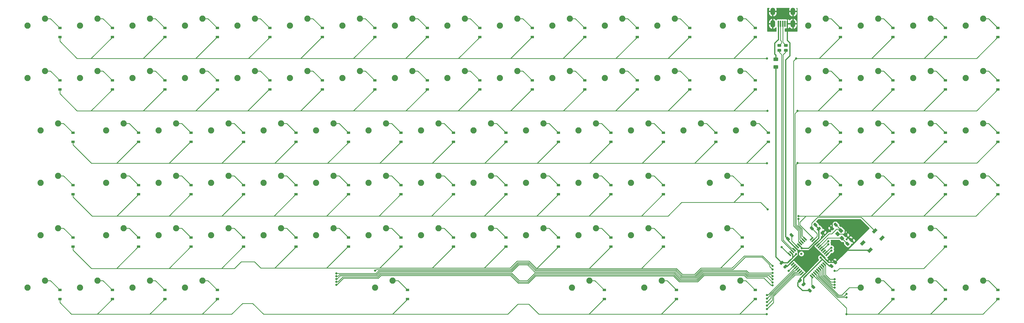
<source format=gbl>
%TF.GenerationSoftware,KiCad,Pcbnew,(5.1.9)-1*%
%TF.CreationDate,2021-04-11T03:45:18-04:00*%
%TF.ProjectId,Progenitor-Tenkey,50726f67-656e-4697-946f-722d54656e6b,rev?*%
%TF.SameCoordinates,Original*%
%TF.FileFunction,Copper,L2,Bot*%
%TF.FilePolarity,Positive*%
%FSLAX46Y46*%
G04 Gerber Fmt 4.6, Leading zero omitted, Abs format (unit mm)*
G04 Created by KiCad (PCBNEW (5.1.9)-1) date 2021-04-11 03:45:18*
%MOMM*%
%LPD*%
G01*
G04 APERTURE LIST*
%TA.AperFunction,ComponentPad*%
%ADD10O,1.700000X2.700000*%
%TD*%
%TA.AperFunction,SMDPad,CuDef*%
%ADD11R,0.500000X2.250000*%
%TD*%
%TA.AperFunction,ComponentPad*%
%ADD12C,2.250000*%
%TD*%
%TA.AperFunction,SMDPad,CuDef*%
%ADD13C,0.100000*%
%TD*%
%TA.AperFunction,SMDPad,CuDef*%
%ADD14R,1.200000X0.900000*%
%TD*%
%TA.AperFunction,ViaPad*%
%ADD15C,0.800000*%
%TD*%
%TA.AperFunction,Conductor*%
%ADD16C,0.381000*%
%TD*%
%TA.AperFunction,Conductor*%
%ADD17C,0.254000*%
%TD*%
%TA.AperFunction,Conductor*%
%ADD18C,0.100000*%
%TD*%
G04 APERTURE END LIST*
D10*
%TO.P,USB1,6*%
%TO.N,GND*%
X356395000Y-232791000D03*
X363695000Y-232791000D03*
X363695000Y-237291000D03*
X356395000Y-237291000D03*
D11*
%TO.P,USB1,5*%
%TO.N,VCC*%
X358445000Y-237291000D03*
%TO.P,USB1,4*%
%TO.N,D-*%
X359245000Y-237291000D03*
%TO.P,USB1,3*%
%TO.N,D+*%
X360045000Y-237291000D03*
%TO.P,USB1,2*%
%TO.N,Net-(USB1-Pad2)*%
X360845000Y-237291000D03*
%TO.P,USB1,1*%
%TO.N,GND*%
X361645000Y-237291000D03*
%TD*%
D12*
%TO.P,MX-RAL1,2*%
%TO.N,Net-(D58-Pad2)*%
X289877500Y-330676250D03*
%TO.P,MX-RAL1,1*%
%TO.N,COL11*%
X283527500Y-333216250D03*
%TD*%
%TA.AperFunction,SMDPad,CuDef*%
D13*
%TO.P,U1,44*%
%TO.N,+5V*%
G36*
X362792940Y-322803298D02*
G01*
X363181848Y-323192206D01*
X362121188Y-324252866D01*
X361732280Y-323863958D01*
X362792940Y-322803298D01*
G37*
%TD.AperFunction*%
%TA.AperFunction,SMDPad,CuDef*%
%TO.P,U1,43*%
%TO.N,GND*%
G36*
X363358626Y-323368983D02*
G01*
X363747534Y-323757891D01*
X362686874Y-324818551D01*
X362297966Y-324429643D01*
X363358626Y-323368983D01*
G37*
%TD.AperFunction*%
%TA.AperFunction,SMDPad,CuDef*%
%TO.P,U1,42*%
%TO.N,Net-(U1-Pad42)*%
G36*
X363924311Y-323934668D02*
G01*
X364313219Y-324323576D01*
X363252559Y-325384236D01*
X362863651Y-324995328D01*
X363924311Y-323934668D01*
G37*
%TD.AperFunction*%
%TA.AperFunction,SMDPad,CuDef*%
%TO.P,U1,41*%
%TO.N,ROW04*%
G36*
X364489996Y-324500354D02*
G01*
X364878904Y-324889262D01*
X363818244Y-325949922D01*
X363429336Y-325561014D01*
X364489996Y-324500354D01*
G37*
%TD.AperFunction*%
%TA.AperFunction,SMDPad,CuDef*%
%TO.P,U1,40*%
%TO.N,COL13*%
G36*
X365055682Y-325066039D02*
G01*
X365444590Y-325454947D01*
X364383930Y-326515607D01*
X363995022Y-326126699D01*
X365055682Y-325066039D01*
G37*
%TD.AperFunction*%
%TA.AperFunction,SMDPad,CuDef*%
%TO.P,U1,39*%
%TO.N,COL12*%
G36*
X365621367Y-325631725D02*
G01*
X366010275Y-326020633D01*
X364949615Y-327081293D01*
X364560707Y-326692385D01*
X365621367Y-325631725D01*
G37*
%TD.AperFunction*%
%TA.AperFunction,SMDPad,CuDef*%
%TO.P,U1,38*%
%TO.N,COL11*%
G36*
X366187053Y-326197410D02*
G01*
X366575961Y-326586318D01*
X365515301Y-327646978D01*
X365126393Y-327258070D01*
X366187053Y-326197410D01*
G37*
%TD.AperFunction*%
%TA.AperFunction,SMDPad,CuDef*%
%TO.P,U1,37*%
%TO.N,COL10*%
G36*
X366752738Y-326763096D02*
G01*
X367141646Y-327152004D01*
X366080986Y-328212664D01*
X365692078Y-327823756D01*
X366752738Y-326763096D01*
G37*
%TD.AperFunction*%
%TA.AperFunction,SMDPad,CuDef*%
%TO.P,U1,36*%
%TO.N,COL09*%
G36*
X367318424Y-327328781D02*
G01*
X367707332Y-327717689D01*
X366646672Y-328778349D01*
X366257764Y-328389441D01*
X367318424Y-327328781D01*
G37*
%TD.AperFunction*%
%TA.AperFunction,SMDPad,CuDef*%
%TO.P,U1,35*%
%TO.N,GND*%
G36*
X367884109Y-327894466D02*
G01*
X368273017Y-328283374D01*
X367212357Y-329344034D01*
X366823449Y-328955126D01*
X367884109Y-327894466D01*
G37*
%TD.AperFunction*%
%TA.AperFunction,SMDPad,CuDef*%
%TO.P,U1,34*%
%TO.N,+5V*%
G36*
X368449794Y-328460152D02*
G01*
X368838702Y-328849060D01*
X367778042Y-329909720D01*
X367389134Y-329520812D01*
X368449794Y-328460152D01*
G37*
%TD.AperFunction*%
%TA.AperFunction,SMDPad,CuDef*%
%TO.P,U1,33*%
%TO.N,Net-(R4-Pad2)*%
G36*
X369793298Y-328849060D02*
G01*
X370182206Y-328460152D01*
X371242866Y-329520812D01*
X370853958Y-329909720D01*
X369793298Y-328849060D01*
G37*
%TD.AperFunction*%
%TA.AperFunction,SMDPad,CuDef*%
%TO.P,U1,32*%
%TO.N,ROW05*%
G36*
X370358983Y-328283374D02*
G01*
X370747891Y-327894466D01*
X371808551Y-328955126D01*
X371419643Y-329344034D01*
X370358983Y-328283374D01*
G37*
%TD.AperFunction*%
%TA.AperFunction,SMDPad,CuDef*%
%TO.P,U1,31*%
%TO.N,COL17*%
G36*
X370924668Y-327717689D02*
G01*
X371313576Y-327328781D01*
X372374236Y-328389441D01*
X371985328Y-328778349D01*
X370924668Y-327717689D01*
G37*
%TD.AperFunction*%
%TA.AperFunction,SMDPad,CuDef*%
%TO.P,U1,30*%
%TO.N,COL16*%
G36*
X371490354Y-327152004D02*
G01*
X371879262Y-326763096D01*
X372939922Y-327823756D01*
X372551014Y-328212664D01*
X371490354Y-327152004D01*
G37*
%TD.AperFunction*%
%TA.AperFunction,SMDPad,CuDef*%
%TO.P,U1,29*%
%TO.N,COL15*%
G36*
X372056039Y-326586318D02*
G01*
X372444947Y-326197410D01*
X373505607Y-327258070D01*
X373116699Y-327646978D01*
X372056039Y-326586318D01*
G37*
%TD.AperFunction*%
%TA.AperFunction,SMDPad,CuDef*%
%TO.P,U1,28*%
%TO.N,COL07*%
G36*
X372621725Y-326020633D02*
G01*
X373010633Y-325631725D01*
X374071293Y-326692385D01*
X373682385Y-327081293D01*
X372621725Y-326020633D01*
G37*
%TD.AperFunction*%
%TA.AperFunction,SMDPad,CuDef*%
%TO.P,U1,27*%
%TO.N,COL06*%
G36*
X373187410Y-325454947D02*
G01*
X373576318Y-325066039D01*
X374636978Y-326126699D01*
X374248070Y-326515607D01*
X373187410Y-325454947D01*
G37*
%TD.AperFunction*%
%TA.AperFunction,SMDPad,CuDef*%
%TO.P,U1,26*%
%TO.N,COL05*%
G36*
X373753096Y-324889262D02*
G01*
X374142004Y-324500354D01*
X375202664Y-325561014D01*
X374813756Y-325949922D01*
X373753096Y-324889262D01*
G37*
%TD.AperFunction*%
%TA.AperFunction,SMDPad,CuDef*%
%TO.P,U1,25*%
%TO.N,COL04*%
G36*
X374318781Y-324323576D02*
G01*
X374707689Y-323934668D01*
X375768349Y-324995328D01*
X375379441Y-325384236D01*
X374318781Y-324323576D01*
G37*
%TD.AperFunction*%
%TA.AperFunction,SMDPad,CuDef*%
%TO.P,U1,24*%
%TO.N,+5V*%
G36*
X374884466Y-323757891D02*
G01*
X375273374Y-323368983D01*
X376334034Y-324429643D01*
X375945126Y-324818551D01*
X374884466Y-323757891D01*
G37*
%TD.AperFunction*%
%TA.AperFunction,SMDPad,CuDef*%
%TO.P,U1,23*%
%TO.N,GND*%
G36*
X375450152Y-323192206D02*
G01*
X375839060Y-322803298D01*
X376899720Y-323863958D01*
X376510812Y-324252866D01*
X375450152Y-323192206D01*
G37*
%TD.AperFunction*%
%TA.AperFunction,SMDPad,CuDef*%
%TO.P,U1,22*%
%TO.N,COL03*%
G36*
X376510812Y-320399134D02*
G01*
X376899720Y-320788042D01*
X375839060Y-321848702D01*
X375450152Y-321459794D01*
X376510812Y-320399134D01*
G37*
%TD.AperFunction*%
%TA.AperFunction,SMDPad,CuDef*%
%TO.P,U1,21*%
%TO.N,COL02*%
G36*
X375945126Y-319833449D02*
G01*
X376334034Y-320222357D01*
X375273374Y-321283017D01*
X374884466Y-320894109D01*
X375945126Y-319833449D01*
G37*
%TD.AperFunction*%
%TA.AperFunction,SMDPad,CuDef*%
%TO.P,U1,20*%
%TO.N,Net-(U1-Pad20)*%
G36*
X375379441Y-319267764D02*
G01*
X375768349Y-319656672D01*
X374707689Y-320717332D01*
X374318781Y-320328424D01*
X375379441Y-319267764D01*
G37*
%TD.AperFunction*%
%TA.AperFunction,SMDPad,CuDef*%
%TO.P,U1,19*%
%TO.N,COL01*%
G36*
X374813756Y-318702078D02*
G01*
X375202664Y-319090986D01*
X374142004Y-320151646D01*
X373753096Y-319762738D01*
X374813756Y-318702078D01*
G37*
%TD.AperFunction*%
%TA.AperFunction,SMDPad,CuDef*%
%TO.P,U1,18*%
%TO.N,COL00*%
G36*
X374248070Y-318136393D02*
G01*
X374636978Y-318525301D01*
X373576318Y-319585961D01*
X373187410Y-319197053D01*
X374248070Y-318136393D01*
G37*
%TD.AperFunction*%
%TA.AperFunction,SMDPad,CuDef*%
%TO.P,U1,17*%
%TO.N,Net-(C2-Pad1)*%
G36*
X373682385Y-317570707D02*
G01*
X374071293Y-317959615D01*
X373010633Y-319020275D01*
X372621725Y-318631367D01*
X373682385Y-317570707D01*
G37*
%TD.AperFunction*%
%TA.AperFunction,SMDPad,CuDef*%
%TO.P,U1,16*%
%TO.N,Net-(C3-Pad1)*%
G36*
X373116699Y-317005022D02*
G01*
X373505607Y-317393930D01*
X372444947Y-318454590D01*
X372056039Y-318065682D01*
X373116699Y-317005022D01*
G37*
%TD.AperFunction*%
%TA.AperFunction,SMDPad,CuDef*%
%TO.P,U1,15*%
%TO.N,GND*%
G36*
X372551014Y-316439336D02*
G01*
X372939922Y-316828244D01*
X371879262Y-317888904D01*
X371490354Y-317499996D01*
X372551014Y-316439336D01*
G37*
%TD.AperFunction*%
%TA.AperFunction,SMDPad,CuDef*%
%TO.P,U1,14*%
%TO.N,+5V*%
G36*
X371985328Y-315873651D02*
G01*
X372374236Y-316262559D01*
X371313576Y-317323219D01*
X370924668Y-316934311D01*
X371985328Y-315873651D01*
G37*
%TD.AperFunction*%
%TA.AperFunction,SMDPad,CuDef*%
%TO.P,U1,13*%
%TO.N,Net-(R3-Pad2)*%
G36*
X371419643Y-315307966D02*
G01*
X371808551Y-315696874D01*
X370747891Y-316757534D01*
X370358983Y-316368626D01*
X371419643Y-315307966D01*
G37*
%TD.AperFunction*%
%TA.AperFunction,SMDPad,CuDef*%
%TO.P,U1,12*%
%TO.N,ROW03*%
G36*
X370853958Y-314742280D02*
G01*
X371242866Y-315131188D01*
X370182206Y-316191848D01*
X369793298Y-315802940D01*
X370853958Y-314742280D01*
G37*
%TD.AperFunction*%
%TA.AperFunction,SMDPad,CuDef*%
%TO.P,U1,11*%
%TO.N,COL14*%
G36*
X367389134Y-315131188D02*
G01*
X367778042Y-314742280D01*
X368838702Y-315802940D01*
X368449794Y-316191848D01*
X367389134Y-315131188D01*
G37*
%TD.AperFunction*%
%TA.AperFunction,SMDPad,CuDef*%
%TO.P,U1,10*%
%TO.N,ROW02*%
G36*
X366823449Y-315696874D02*
G01*
X367212357Y-315307966D01*
X368273017Y-316368626D01*
X367884109Y-316757534D01*
X366823449Y-315696874D01*
G37*
%TD.AperFunction*%
%TA.AperFunction,SMDPad,CuDef*%
%TO.P,U1,9*%
%TO.N,ROW01*%
G36*
X366257764Y-316262559D02*
G01*
X366646672Y-315873651D01*
X367707332Y-316934311D01*
X367318424Y-317323219D01*
X366257764Y-316262559D01*
G37*
%TD.AperFunction*%
%TA.AperFunction,SMDPad,CuDef*%
%TO.P,U1,8*%
%TO.N,ROW00*%
G36*
X365692078Y-316828244D02*
G01*
X366080986Y-316439336D01*
X367141646Y-317499996D01*
X366752738Y-317888904D01*
X365692078Y-316828244D01*
G37*
%TD.AperFunction*%
%TA.AperFunction,SMDPad,CuDef*%
%TO.P,U1,7*%
%TO.N,+5V*%
G36*
X365126393Y-317393930D02*
G01*
X365515301Y-317005022D01*
X366575961Y-318065682D01*
X366187053Y-318454590D01*
X365126393Y-317393930D01*
G37*
%TD.AperFunction*%
%TA.AperFunction,SMDPad,CuDef*%
%TO.P,U1,6*%
%TO.N,Net-(C6-Pad1)*%
G36*
X364560707Y-317959615D02*
G01*
X364949615Y-317570707D01*
X366010275Y-318631367D01*
X365621367Y-319020275D01*
X364560707Y-317959615D01*
G37*
%TD.AperFunction*%
%TA.AperFunction,SMDPad,CuDef*%
%TO.P,U1,5*%
%TO.N,GND*%
G36*
X363995022Y-318525301D02*
G01*
X364383930Y-318136393D01*
X365444590Y-319197053D01*
X365055682Y-319585961D01*
X363995022Y-318525301D01*
G37*
%TD.AperFunction*%
%TA.AperFunction,SMDPad,CuDef*%
%TO.P,U1,4*%
%TO.N,Net-(R2-Pad1)*%
G36*
X363429336Y-319090986D02*
G01*
X363818244Y-318702078D01*
X364878904Y-319762738D01*
X364489996Y-320151646D01*
X363429336Y-319090986D01*
G37*
%TD.AperFunction*%
%TA.AperFunction,SMDPad,CuDef*%
%TO.P,U1,3*%
%TO.N,Net-(R1-Pad1)*%
G36*
X362863651Y-319656672D02*
G01*
X363252559Y-319267764D01*
X364313219Y-320328424D01*
X363924311Y-320717332D01*
X362863651Y-319656672D01*
G37*
%TD.AperFunction*%
%TA.AperFunction,SMDPad,CuDef*%
%TO.P,U1,2*%
%TO.N,+5V*%
G36*
X362297966Y-320222357D02*
G01*
X362686874Y-319833449D01*
X363747534Y-320894109D01*
X363358626Y-321283017D01*
X362297966Y-320222357D01*
G37*
%TD.AperFunction*%
%TA.AperFunction,SMDPad,CuDef*%
%TO.P,U1,1*%
%TO.N,COL08*%
G36*
X361732280Y-320788042D02*
G01*
X362121188Y-320399134D01*
X363181848Y-321459794D01*
X362792940Y-321848702D01*
X361732280Y-320788042D01*
G37*
%TD.AperFunction*%
%TD*%
D12*
%TO.P,MX-RCT1,2*%
%TO.N,Net-(D76-Pad2)*%
X344646250Y-330676250D03*
%TO.P,MX-RCT1,1*%
%TO.N,COL13*%
X338296250Y-333216250D03*
%TD*%
%TO.P,MX-F13,2*%
%TO.N,Net-(D30-Pad2)*%
X177958750Y-292576250D03*
%TO.P,MX-F13,1*%
%TO.N,COL05*%
X171608750Y-295116250D03*
%TD*%
%TA.AperFunction,SMDPad,CuDef*%
D13*
%TO.P,Y1,4*%
%TO.N,GND*%
G36*
X383615597Y-314096238D02*
G01*
X382767069Y-314944766D01*
X381777119Y-313954816D01*
X382625647Y-313106288D01*
X383615597Y-314096238D01*
G37*
%TD.AperFunction*%
%TA.AperFunction,SMDPad,CuDef*%
%TO.P,Y1,3*%
%TO.N,Net-(C3-Pad1)*%
G36*
X382059962Y-312540603D02*
G01*
X381211434Y-313389131D01*
X380221484Y-312399181D01*
X381070012Y-311550653D01*
X382059962Y-312540603D01*
G37*
%TD.AperFunction*%
%TA.AperFunction,SMDPad,CuDef*%
%TO.P,Y1,2*%
%TO.N,GND*%
G36*
X380857881Y-313742684D02*
G01*
X380009353Y-314591212D01*
X379019403Y-313601262D01*
X379867931Y-312752734D01*
X380857881Y-313742684D01*
G37*
%TD.AperFunction*%
%TA.AperFunction,SMDPad,CuDef*%
%TO.P,Y1,1*%
%TO.N,Net-(C2-Pad1)*%
G36*
X382413516Y-315298319D02*
G01*
X381564988Y-316146847D01*
X380575038Y-315156897D01*
X381423566Y-314308369D01*
X382413516Y-315298319D01*
G37*
%TD.AperFunction*%
%TD*%
%TA.AperFunction,SMDPad,CuDef*%
%TO.P,SW1,4*%
%TO.N,N/C*%
G36*
X396304666Y-314193812D02*
G01*
X397082484Y-314971630D01*
X395809692Y-316244422D01*
X395031874Y-315466604D01*
X396304666Y-314193812D01*
G37*
%TD.AperFunction*%
%TA.AperFunction,SMDPad,CuDef*%
%TO.P,SW1,3*%
G36*
X389304308Y-315961578D02*
G01*
X390082126Y-316739396D01*
X388809334Y-318012188D01*
X388031516Y-317234370D01*
X389304308Y-315961578D01*
G37*
%TD.AperFunction*%
%TA.AperFunction,SMDPad,CuDef*%
%TO.P,SW1,2*%
%TO.N,Net-(R3-Pad2)*%
G36*
X393688370Y-311577516D02*
G01*
X394466188Y-312355334D01*
X393193396Y-313628126D01*
X392415578Y-312850308D01*
X393688370Y-311577516D01*
G37*
%TD.AperFunction*%
%TA.AperFunction,SMDPad,CuDef*%
%TO.P,SW1,1*%
%TO.N,GND*%
G36*
X391920604Y-318577874D02*
G01*
X392698422Y-319355692D01*
X391425630Y-320628484D01*
X390647812Y-319850666D01*
X391920604Y-318577874D01*
G37*
%TD.AperFunction*%
%TD*%
%TO.P,R4,2*%
%TO.N,Net-(R4-Pad2)*%
%TA.AperFunction,SMDPad,CuDef*%
G36*
G01*
X371060043Y-333664356D02*
X370423644Y-333027957D01*
G75*
G02*
X370423644Y-332674407I176775J176775D01*
G01*
X370794877Y-332303174D01*
G75*
G02*
X371148427Y-332303174I176775J-176775D01*
G01*
X371784826Y-332939573D01*
G75*
G02*
X371784826Y-333293123I-176775J-176775D01*
G01*
X371413593Y-333664356D01*
G75*
G02*
X371060043Y-333664356I-176775J176775D01*
G01*
G37*
%TD.AperFunction*%
%TO.P,R4,1*%
%TO.N,GND*%
%TA.AperFunction,SMDPad,CuDef*%
G36*
G01*
X369769573Y-334954826D02*
X369133174Y-334318427D01*
G75*
G02*
X369133174Y-333964877I176775J176775D01*
G01*
X369504407Y-333593644D01*
G75*
G02*
X369857957Y-333593644I176775J-176775D01*
G01*
X370494356Y-334230043D01*
G75*
G02*
X370494356Y-334583593I-176775J-176775D01*
G01*
X370123123Y-334954826D01*
G75*
G02*
X369769573Y-334954826I-176775J176775D01*
G01*
G37*
%TD.AperFunction*%
%TD*%
%TO.P,R3,2*%
%TO.N,Net-(R3-Pad2)*%
%TA.AperFunction,SMDPad,CuDef*%
G36*
G01*
X370619957Y-310987644D02*
X371256356Y-311624043D01*
G75*
G02*
X371256356Y-311977593I-176775J-176775D01*
G01*
X370885123Y-312348826D01*
G75*
G02*
X370531573Y-312348826I-176775J176775D01*
G01*
X369895174Y-311712427D01*
G75*
G02*
X369895174Y-311358877I176775J176775D01*
G01*
X370266407Y-310987644D01*
G75*
G02*
X370619957Y-310987644I176775J-176775D01*
G01*
G37*
%TD.AperFunction*%
%TO.P,R3,1*%
%TO.N,+5V*%
%TA.AperFunction,SMDPad,CuDef*%
G36*
G01*
X371910427Y-309697174D02*
X372546826Y-310333573D01*
G75*
G02*
X372546826Y-310687123I-176775J-176775D01*
G01*
X372175593Y-311058356D01*
G75*
G02*
X371822043Y-311058356I-176775J176775D01*
G01*
X371185644Y-310421957D01*
G75*
G02*
X371185644Y-310068407I176775J176775D01*
G01*
X371556877Y-309697174D01*
G75*
G02*
X371910427Y-309697174I176775J-176775D01*
G01*
G37*
%TD.AperFunction*%
%TD*%
%TO.P,R2,2*%
%TO.N,D+*%
%TA.AperFunction,SMDPad,CuDef*%
G36*
G01*
X361606252Y-245662500D02*
X360706248Y-245662500D01*
G75*
G02*
X360456250Y-245412502I0J249998D01*
G01*
X360456250Y-244887498D01*
G75*
G02*
X360706248Y-244637500I249998J0D01*
G01*
X361606252Y-244637500D01*
G75*
G02*
X361856250Y-244887498I0J-249998D01*
G01*
X361856250Y-245412502D01*
G75*
G02*
X361606252Y-245662500I-249998J0D01*
G01*
G37*
%TD.AperFunction*%
%TO.P,R2,1*%
%TO.N,Net-(R2-Pad1)*%
%TA.AperFunction,SMDPad,CuDef*%
G36*
G01*
X361606252Y-247487500D02*
X360706248Y-247487500D01*
G75*
G02*
X360456250Y-247237502I0J249998D01*
G01*
X360456250Y-246712498D01*
G75*
G02*
X360706248Y-246462500I249998J0D01*
G01*
X361606252Y-246462500D01*
G75*
G02*
X361856250Y-246712498I0J-249998D01*
G01*
X361856250Y-247237502D01*
G75*
G02*
X361606252Y-247487500I-249998J0D01*
G01*
G37*
%TD.AperFunction*%
%TD*%
%TO.P,R1,2*%
%TO.N,D-*%
%TA.AperFunction,SMDPad,CuDef*%
G36*
G01*
X359225002Y-245662500D02*
X358324998Y-245662500D01*
G75*
G02*
X358075000Y-245412502I0J249998D01*
G01*
X358075000Y-244887498D01*
G75*
G02*
X358324998Y-244637500I249998J0D01*
G01*
X359225002Y-244637500D01*
G75*
G02*
X359475000Y-244887498I0J-249998D01*
G01*
X359475000Y-245412502D01*
G75*
G02*
X359225002Y-245662500I-249998J0D01*
G01*
G37*
%TD.AperFunction*%
%TO.P,R1,1*%
%TO.N,Net-(R1-Pad1)*%
%TA.AperFunction,SMDPad,CuDef*%
G36*
G01*
X359225002Y-247487500D02*
X358324998Y-247487500D01*
G75*
G02*
X358075000Y-247237502I0J249998D01*
G01*
X358075000Y-246712498D01*
G75*
G02*
X358324998Y-246462500I249998J0D01*
G01*
X359225002Y-246462500D01*
G75*
G02*
X359475000Y-246712498I0J-249998D01*
G01*
X359475000Y-247237502D01*
G75*
G02*
X359225002Y-247487500I-249998J0D01*
G01*
G37*
%TD.AperFunction*%
%TD*%
D12*
%TO.P,MX-Z1,2*%
%TO.N,Net-(D20-Pad2)*%
X120808750Y-311626250D03*
%TO.P,MX-Z1,1*%
%TO.N,COL02*%
X114458750Y-314166250D03*
%TD*%
%TO.P,MX-Y1,2*%
%TO.N,Net-(D34-Pad2)*%
X216058750Y-273526250D03*
%TO.P,MX-Y1,1*%
%TO.N,COL06*%
X209708750Y-276066250D03*
%TD*%
%TO.P,MX-X1,2*%
%TO.N,Net-(D26-Pad2)*%
X139858750Y-311626250D03*
%TO.P,MX-X1,1*%
%TO.N,COL03*%
X133508750Y-314166250D03*
%TD*%
%TO.P,MX-WIN1,2*%
%TO.N,Net-(D15-Pad2)*%
X130333750Y-330676250D03*
%TO.P,MX-WIN1,1*%
%TO.N,COL02*%
X123983750Y-333216250D03*
%TD*%
%TO.P,MX-W1,2*%
%TO.N,Net-(D13-Pad2)*%
X139858750Y-273526250D03*
%TO.P,MX-W1,1*%
%TO.N,COL02*%
X133508750Y-276066250D03*
%TD*%
%TO.P,MX-V1,2*%
%TO.N,Net-(D36-Pad2)*%
X177958750Y-311626250D03*
%TO.P,MX-V1,1*%
%TO.N,COL05*%
X171608750Y-314166250D03*
%TD*%
%TO.P,MX-UAR1,2*%
%TO.N,Net-(D90-Pad2)*%
X413702500Y-311626250D03*
%TO.P,MX-UAR1,1*%
%TO.N,COL16*%
X407352500Y-314166250D03*
%TD*%
%TO.P,MX-U1,2*%
%TO.N,Net-(D39-Pad2)*%
X235108750Y-273526250D03*
%TO.P,MX-U1,1*%
%TO.N,COL07*%
X228758750Y-276066250D03*
%TD*%
%TO.P,MX-TIL1,2*%
%TO.N,Net-(D2-Pad2)*%
X92233750Y-254476250D03*
%TO.P,MX-TIL1,1*%
%TO.N,COL00*%
X85883750Y-257016250D03*
%TD*%
%TO.P,MX-TAB1,2*%
%TO.N,Net-(D3-Pad2)*%
X96996250Y-273526250D03*
%TO.P,MX-TAB1,1*%
%TO.N,COL00*%
X90646250Y-276066250D03*
%TD*%
%TO.P,MX-T1,2*%
%TO.N,Net-(D29-Pad2)*%
X197008750Y-273526250D03*
%TO.P,MX-T1,1*%
%TO.N,COL05*%
X190658750Y-276066250D03*
%TD*%
%TO.P,MX-SPA1,2*%
%TO.N,Net-(D42-Pad2)*%
X218440000Y-330676250D03*
%TO.P,MX-SPA1,1*%
%TO.N,COL07*%
X212090000Y-333216250D03*
%TD*%
%TO.P,MX-S1,2*%
%TO.N,Net-(D19-Pad2)*%
X139858750Y-292576250D03*
%TO.P,MX-S1,1*%
%TO.N,COL03*%
X133508750Y-295116250D03*
%TD*%
%TO.P,MX-RSH1,2*%
%TO.N,Net-(D75-Pad2)*%
X339883750Y-311626250D03*
%TO.P,MX-RSH1,1*%
%TO.N,COL13*%
X333533750Y-314166250D03*
%TD*%
%TO.P,MX-RBR1,2*%
%TO.N,Net-(D67-Pad2)*%
X330358750Y-273526250D03*
%TO.P,MX-RBR1,1*%
%TO.N,COL12*%
X324008750Y-276066250D03*
%TD*%
%TO.P,MX-RAR1,2*%
%TO.N,Net-(D96-Pad2)*%
X432752500Y-330676250D03*
%TO.P,MX-RAR1,1*%
%TO.N,COL17*%
X426402500Y-333216250D03*
%TD*%
%TO.P,MX-R1,2*%
%TO.N,Net-(D24-Pad2)*%
X177958750Y-273526250D03*
%TO.P,MX-R1,1*%
%TO.N,COL04*%
X171608750Y-276066250D03*
%TD*%
%TO.P,MX-QUO1,2*%
%TO.N,Net-(D68-Pad2)*%
X311308750Y-292576250D03*
%TO.P,MX-QUO1,1*%
%TO.N,COL12*%
X304958750Y-295116250D03*
%TD*%
%TO.P,MX-QUE1,2*%
%TO.N,Net-(D69-Pad2)*%
X292258750Y-311626250D03*
%TO.P,MX-QUE1,1*%
%TO.N,COL11*%
X285908750Y-314166250D03*
%TD*%
%TO.P,MX-Q1,2*%
%TO.N,Net-(D9-Pad2)*%
X120808750Y-273526250D03*
%TO.P,MX-Q1,1*%
%TO.N,COL01*%
X114458750Y-276066250D03*
%TD*%
%TO.P,MX-PRT1,2*%
%TO.N,Net-(D64-Pad2)*%
X316071250Y-330676250D03*
%TO.P,MX-PRT1,1*%
%TO.N,COL12*%
X309721250Y-333216250D03*
%TD*%
%TO.P,MX-PLU1,2*%
%TO.N,Net-(D66-Pad2)*%
X320833750Y-254476250D03*
%TO.P,MX-PLU1,1*%
%TO.N,COL12*%
X314483750Y-257016250D03*
%TD*%
%TO.P,MX-P1,2*%
%TO.N,Net-(D55-Pad2)*%
X292258750Y-273526250D03*
%TO.P,MX-P1,1*%
%TO.N,COL10*%
X285908750Y-276066250D03*
%TD*%
%TO.P,MX-O1,2*%
%TO.N,Net-(D50-Pad2)*%
X273208750Y-273526250D03*
%TO.P,MX-O1,1*%
%TO.N,COL09*%
X266858750Y-276066250D03*
%TD*%
%TO.P,MX-NUM1,2*%
%TO.N,Net-(D80-Pad2)*%
X375602500Y-292576250D03*
%TO.P,MX-NUM1,1*%
%TO.N,COL14*%
X369252500Y-295116250D03*
%TD*%
%TO.P,MX-NSL1,2*%
%TO.N,Net-(D92-Pad2)*%
X432752500Y-235426250D03*
%TO.P,MX-NSL1,1*%
%TO.N,COL17*%
X426402500Y-237966250D03*
%TD*%
%TO.P,MX-NPL1,2*%
%TO.N,Net-(D95-Pad2)*%
X432752500Y-292576250D03*
%TO.P,MX-NPL1,1*%
%TO.N,COL17*%
X426402500Y-295116250D03*
%TD*%
%TO.P,MX-NDE1,2*%
%TO.N,Net-(D89-Pad2)*%
X413702500Y-292576250D03*
%TO.P,MX-NDE1,1*%
%TO.N,COL16*%
X407352500Y-295116250D03*
%TD*%
%TO.P,MX-NDA1,2*%
%TO.N,Net-(D94-Pad2)*%
X432752500Y-273526250D03*
%TO.P,MX-NDA1,1*%
%TO.N,COL17*%
X426402500Y-276066250D03*
%TD*%
%TO.P,MX-NAS1,2*%
%TO.N,Net-(D93-Pad2)*%
X432752500Y-254476250D03*
%TO.P,MX-NAS1,1*%
%TO.N,COL17*%
X426402500Y-257016250D03*
%TD*%
%TO.P,MX-N10,2*%
%TO.N,Net-(D47-Pad2)*%
X216058750Y-311626250D03*
%TO.P,MX-N10,1*%
%TO.N,COL07*%
X209708750Y-314166250D03*
%TD*%
%TO.P,MX-N9,2*%
%TO.N,Net-(D86-Pad2)*%
X413702500Y-235426250D03*
%TO.P,MX-N9,1*%
%TO.N,COL16*%
X407352500Y-237966250D03*
%TD*%
%TO.P,MX-N8,2*%
%TO.N,Net-(D81-Pad2)*%
X394652500Y-235426250D03*
%TO.P,MX-N8,1*%
%TO.N,COL15*%
X388302500Y-237966250D03*
%TD*%
%TO.P,MX-N7,2*%
%TO.N,Net-(D77-Pad2)*%
X375602500Y-235426250D03*
%TO.P,MX-N7,1*%
%TO.N,COL14*%
X369252500Y-237966250D03*
%TD*%
%TO.P,MX-N6,2*%
%TO.N,Net-(D87-Pad2)*%
X413702500Y-254476250D03*
%TO.P,MX-N6,1*%
%TO.N,COL16*%
X407352500Y-257016250D03*
%TD*%
%TO.P,MX-N5,2*%
%TO.N,Net-(D82-Pad2)*%
X394652500Y-254476250D03*
%TO.P,MX-N5,1*%
%TO.N,COL15*%
X388302500Y-257016250D03*
%TD*%
%TO.P,MX-N4,2*%
%TO.N,Net-(D78-Pad2)*%
X375602500Y-254476250D03*
%TO.P,MX-N4,1*%
%TO.N,COL14*%
X369252500Y-257016250D03*
%TD*%
%TO.P,MX-N3,2*%
%TO.N,Net-(D88-Pad2)*%
X413702500Y-273526250D03*
%TO.P,MX-N3,1*%
%TO.N,COL16*%
X407352500Y-276066250D03*
%TD*%
%TO.P,MX-N2,2*%
%TO.N,Net-(D83-Pad2)*%
X394652500Y-273526250D03*
%TO.P,MX-N2,1*%
%TO.N,COL15*%
X388302500Y-276066250D03*
%TD*%
%TO.P,MX-N1,2*%
%TO.N,Net-(D79-Pad2)*%
X375602500Y-273526250D03*
%TO.P,MX-N1,1*%
%TO.N,COL14*%
X369252500Y-276066250D03*
%TD*%
%TO.P,MX-N0,2*%
%TO.N,Net-(D84-Pad2)*%
X394652500Y-292576250D03*
%TO.P,MX-N0,1*%
%TO.N,COL15*%
X388302500Y-295116250D03*
%TD*%
%TO.P,MX-M1,2*%
%TO.N,Net-(D52-Pad2)*%
X235108750Y-311626250D03*
%TO.P,MX-M1,1*%
%TO.N,COL08*%
X228758750Y-314166250D03*
%TD*%
%TO.P,MX-LSH1,2*%
%TO.N,Net-(D5-Pad2)*%
X96996250Y-311626250D03*
%TO.P,MX-LSH1,1*%
%TO.N,COL00*%
X90646250Y-314166250D03*
%TD*%
%TO.P,MX-LFN1,2*%
%TO.N,Net-(D10-Pad2)*%
X111283750Y-330676250D03*
%TO.P,MX-LFN1,1*%
%TO.N,COL01*%
X104933750Y-333216250D03*
%TD*%
%TO.P,MX-LES1,2*%
%TO.N,Net-(D57-Pad2)*%
X254158750Y-311626250D03*
%TO.P,MX-LES1,1*%
%TO.N,COL09*%
X247808750Y-314166250D03*
%TD*%
%TO.P,MX-LCT1,2*%
%TO.N,Net-(D6-Pad2)*%
X92233750Y-330676250D03*
%TO.P,MX-LCT1,1*%
%TO.N,COL00*%
X85883750Y-333216250D03*
%TD*%
%TO.P,MX-LBR1,2*%
%TO.N,Net-(D61-Pad2)*%
X311308750Y-273526250D03*
%TO.P,MX-LBR1,1*%
%TO.N,COL11*%
X304958750Y-276066250D03*
%TD*%
%TO.P,MX-LAR1,2*%
%TO.N,Net-(D85-Pad2)*%
X394652500Y-330676250D03*
%TO.P,MX-LAR1,1*%
%TO.N,COL15*%
X388302500Y-333216250D03*
%TD*%
%TO.P,MX-LAL1,2*%
%TO.N,Net-(D21-Pad2)*%
X149383750Y-330676250D03*
%TO.P,MX-LAL1,1*%
%TO.N,COL03*%
X143033750Y-333216250D03*
%TD*%
%TO.P,MX-L1,2*%
%TO.N,Net-(D56-Pad2)*%
X273208750Y-292576250D03*
%TO.P,MX-L1,1*%
%TO.N,COL10*%
X266858750Y-295116250D03*
%TD*%
%TO.P,MX-K1,2*%
%TO.N,Net-(D51-Pad2)*%
X254158750Y-292576250D03*
%TO.P,MX-K1,1*%
%TO.N,COL09*%
X247808750Y-295116250D03*
%TD*%
%TO.P,MX-J1,2*%
%TO.N,Net-(D46-Pad2)*%
X235108750Y-292576250D03*
%TO.P,MX-J1,1*%
%TO.N,COL08*%
X228758750Y-295116250D03*
%TD*%
%TO.P,MX-I1,2*%
%TO.N,Net-(D45-Pad2)*%
X254158750Y-273526250D03*
%TO.P,MX-I1,1*%
%TO.N,COL08*%
X247808750Y-276066250D03*
%TD*%
%TO.P,MX-H1,2*%
%TO.N,Net-(D40-Pad2)*%
X216058750Y-292576250D03*
%TO.P,MX-H1,1*%
%TO.N,COL07*%
X209708750Y-295116250D03*
%TD*%
%TO.P,MX-GRE1,2*%
%TO.N,Net-(D63-Pad2)*%
X273208750Y-311626250D03*
%TO.P,MX-GRE1,1*%
%TO.N,COL10*%
X266858750Y-314166250D03*
%TD*%
%TO.P,MX-G1,2*%
%TO.N,Net-(D35-Pad2)*%
X197008750Y-292576250D03*
%TO.P,MX-G1,1*%
%TO.N,COL06*%
X190658750Y-295116250D03*
%TD*%
%TO.P,MX-FSL1,2*%
%TO.N,Net-(D73-Pad2)*%
X349408750Y-273526250D03*
%TO.P,MX-FSL1,1*%
%TO.N,COL13*%
X343058750Y-276066250D03*
%TD*%
%TO.P,MX-F12,2*%
%TO.N,Net-(D65-Pad2)*%
X320833750Y-235426250D03*
%TO.P,MX-F12,1*%
%TO.N,COL12*%
X314483750Y-237966250D03*
%TD*%
%TO.P,MX-F11,2*%
%TO.N,Net-(D59-Pad2)*%
X301783750Y-235426250D03*
%TO.P,MX-F11,1*%
%TO.N,COL11*%
X295433750Y-237966250D03*
%TD*%
%TO.P,MX-F10,2*%
%TO.N,Net-(D53-Pad2)*%
X282733750Y-235426250D03*
%TO.P,MX-F10,1*%
%TO.N,COL10*%
X276383750Y-237966250D03*
%TD*%
%TO.P,MX-F9,2*%
%TO.N,Net-(D48-Pad2)*%
X263683750Y-235426250D03*
%TO.P,MX-F9,1*%
%TO.N,COL09*%
X257333750Y-237966250D03*
%TD*%
%TO.P,MX-F8,2*%
%TO.N,Net-(D43-Pad2)*%
X244633750Y-235426250D03*
%TO.P,MX-F8,1*%
%TO.N,COL08*%
X238283750Y-237966250D03*
%TD*%
%TO.P,MX-F7,2*%
%TO.N,Net-(D37-Pad2)*%
X225583750Y-235426250D03*
%TO.P,MX-F7,1*%
%TO.N,COL07*%
X219233750Y-237966250D03*
%TD*%
%TO.P,MX-F6,2*%
%TO.N,Net-(D32-Pad2)*%
X206533750Y-235426250D03*
%TO.P,MX-F6,1*%
%TO.N,COL06*%
X200183750Y-237966250D03*
%TD*%
%TO.P,MX-F5,2*%
%TO.N,Net-(D27-Pad2)*%
X187483750Y-235426250D03*
%TO.P,MX-F5,1*%
%TO.N,COL05*%
X181133750Y-237966250D03*
%TD*%
%TO.P,MX-F4,2*%
%TO.N,Net-(D22-Pad2)*%
X168433750Y-235426250D03*
%TO.P,MX-F4,1*%
%TO.N,COL04*%
X162083750Y-237966250D03*
%TD*%
%TO.P,MX-F3,2*%
%TO.N,Net-(D16-Pad2)*%
X149383750Y-235426250D03*
%TO.P,MX-F3,1*%
%TO.N,COL03*%
X143033750Y-237966250D03*
%TD*%
%TO.P,MX-F2,2*%
%TO.N,Net-(D11-Pad2)*%
X130333750Y-235426250D03*
%TO.P,MX-F2,1*%
%TO.N,COL02*%
X123983750Y-237966250D03*
%TD*%
%TO.P,MX-F1,2*%
%TO.N,Net-(D7-Pad2)*%
X111283750Y-235426250D03*
%TO.P,MX-F1,1*%
%TO.N,COL01*%
X104933750Y-237966250D03*
%TD*%
%TO.P,MX-ESC1,2*%
%TO.N,Net-(D1-Pad2)*%
X92233750Y-235426250D03*
%TO.P,MX-ESC1,1*%
%TO.N,COL00*%
X85883750Y-237966250D03*
%TD*%
%TO.P,MX-ENT1,2*%
%TO.N,Net-(D74-Pad2)*%
X339883750Y-292576250D03*
%TO.P,MX-ENT1,1*%
%TO.N,COL13*%
X333533750Y-295116250D03*
%TD*%
%TO.P,MX-E1,2*%
%TO.N,Net-(D18-Pad2)*%
X158908750Y-273526250D03*
%TO.P,MX-E1,1*%
%TO.N,COL03*%
X152558750Y-276066250D03*
%TD*%
%TO.P,MX-DEL1,2*%
%TO.N,Net-(D71-Pad2)*%
X344646250Y-235426250D03*
%TO.P,MX-DEL1,1*%
%TO.N,COL13*%
X338296250Y-237966250D03*
%TD*%
%TO.P,MX-DAS1,2*%
%TO.N,Net-(D60-Pad2)*%
X301783750Y-254476250D03*
%TO.P,MX-DAS1,1*%
%TO.N,COL11*%
X295433750Y-257016250D03*
%TD*%
%TO.P,MX-DAR1,2*%
%TO.N,Net-(D91-Pad2)*%
X413702500Y-330676250D03*
%TO.P,MX-DAR1,1*%
%TO.N,COL16*%
X407352500Y-333216250D03*
%TD*%
%TO.P,MX-D1,2*%
%TO.N,Net-(D25-Pad2)*%
X158908750Y-292576250D03*
%TO.P,MX-D1,1*%
%TO.N,COL04*%
X152558750Y-295116250D03*
%TD*%
%TO.P,MX-CUR1,2*%
%TO.N,Net-(D70-Pad2)*%
X311308750Y-311626250D03*
%TO.P,MX-CUR1,1*%
%TO.N,COL12*%
X304958750Y-314166250D03*
%TD*%
%TO.P,MX-COL1,2*%
%TO.N,Net-(D62-Pad2)*%
X292258750Y-292576250D03*
%TO.P,MX-COL1,1*%
%TO.N,COL11*%
X285908750Y-295116250D03*
%TD*%
%TO.P,MX-CAP1,2*%
%TO.N,Net-(D4-Pad2)*%
X96996250Y-292576250D03*
%TO.P,MX-CAP1,1*%
%TO.N,COL00*%
X90646250Y-295116250D03*
%TD*%
%TO.P,MX-C1,2*%
%TO.N,Net-(D31-Pad2)*%
X158908750Y-311626250D03*
%TO.P,MX-C1,1*%
%TO.N,COL04*%
X152558750Y-314166250D03*
%TD*%
%TO.P,MX-BAC1,2*%
%TO.N,Net-(D72-Pad2)*%
X344646250Y-254476250D03*
%TO.P,MX-BAC1,1*%
%TO.N,COL13*%
X338296250Y-257016250D03*
%TD*%
%TO.P,MX-B1,2*%
%TO.N,Net-(D41-Pad2)*%
X197008750Y-311626250D03*
%TO.P,MX-B1,1*%
%TO.N,COL06*%
X190658750Y-314166250D03*
%TD*%
%TO.P,MX-A1,2*%
%TO.N,Net-(D14-Pad2)*%
X120808750Y-292576250D03*
%TO.P,MX-A1,1*%
%TO.N,COL02*%
X114458750Y-295116250D03*
%TD*%
%TO.P,MX-9,2*%
%TO.N,Net-(D49-Pad2)*%
X263683750Y-254476250D03*
%TO.P,MX-9,1*%
%TO.N,COL09*%
X257333750Y-257016250D03*
%TD*%
%TO.P,MX-8,2*%
%TO.N,Net-(D44-Pad2)*%
X244633750Y-254476250D03*
%TO.P,MX-8,1*%
%TO.N,COL08*%
X238283750Y-257016250D03*
%TD*%
%TO.P,MX-7,2*%
%TO.N,Net-(D38-Pad2)*%
X225583750Y-254476250D03*
%TO.P,MX-7,1*%
%TO.N,COL07*%
X219233750Y-257016250D03*
%TD*%
%TO.P,MX-6,2*%
%TO.N,Net-(D33-Pad2)*%
X206533750Y-254476250D03*
%TO.P,MX-6,1*%
%TO.N,COL06*%
X200183750Y-257016250D03*
%TD*%
%TO.P,MX-5,2*%
%TO.N,Net-(D28-Pad2)*%
X187483750Y-254476250D03*
%TO.P,MX-5,1*%
%TO.N,COL05*%
X181133750Y-257016250D03*
%TD*%
%TO.P,MX-4,2*%
%TO.N,Net-(D23-Pad2)*%
X168433750Y-254476250D03*
%TO.P,MX-4,1*%
%TO.N,COL04*%
X162083750Y-257016250D03*
%TD*%
%TO.P,MX-3,2*%
%TO.N,Net-(D17-Pad2)*%
X149383750Y-254476250D03*
%TO.P,MX-3,1*%
%TO.N,COL03*%
X143033750Y-257016250D03*
%TD*%
%TO.P,MX-2,2*%
%TO.N,Net-(D12-Pad2)*%
X130333750Y-254476250D03*
%TO.P,MX-2,1*%
%TO.N,COL02*%
X123983750Y-257016250D03*
%TD*%
%TO.P,MX-1,2*%
%TO.N,Net-(D8-Pad2)*%
X111283750Y-254476250D03*
%TO.P,MX-1,1*%
%TO.N,COL01*%
X104933750Y-257016250D03*
%TD*%
%TO.P,MX-0,2*%
%TO.N,Net-(D54-Pad2)*%
X282733750Y-254476250D03*
%TO.P,MX-0,1*%
%TO.N,COL10*%
X276383750Y-257016250D03*
%TD*%
%TO.P,F1,2*%
%TO.N,VCC*%
%TA.AperFunction,SMDPad,CuDef*%
G36*
G01*
X358130000Y-250843750D02*
X356880000Y-250843750D01*
G75*
G02*
X356630000Y-250593750I0J250000D01*
G01*
X356630000Y-249843750D01*
G75*
G02*
X356880000Y-249593750I250000J0D01*
G01*
X358130000Y-249593750D01*
G75*
G02*
X358380000Y-249843750I0J-250000D01*
G01*
X358380000Y-250593750D01*
G75*
G02*
X358130000Y-250843750I-250000J0D01*
G01*
G37*
%TD.AperFunction*%
%TO.P,F1,1*%
%TO.N,+5V*%
%TA.AperFunction,SMDPad,CuDef*%
G36*
G01*
X358130000Y-253643750D02*
X356880000Y-253643750D01*
G75*
G02*
X356630000Y-253393750I0J250000D01*
G01*
X356630000Y-252643750D01*
G75*
G02*
X356880000Y-252393750I250000J0D01*
G01*
X358130000Y-252393750D01*
G75*
G02*
X358380000Y-252643750I0J-250000D01*
G01*
X358380000Y-253393750D01*
G75*
G02*
X358130000Y-253643750I-250000J0D01*
G01*
G37*
%TD.AperFunction*%
%TD*%
D14*
%TO.P,D96,2*%
%TO.N,Net-(D96-Pad2)*%
X438150000Y-334106250D03*
%TO.P,D96,1*%
%TO.N,ROW05*%
X438150000Y-337406250D03*
%TD*%
%TO.P,D95,2*%
%TO.N,Net-(D95-Pad2)*%
X438150000Y-296006250D03*
%TO.P,D95,1*%
%TO.N,ROW03*%
X438150000Y-299306250D03*
%TD*%
%TO.P,D94,2*%
%TO.N,Net-(D94-Pad2)*%
X438150000Y-276956250D03*
%TO.P,D94,1*%
%TO.N,ROW02*%
X438150000Y-280256250D03*
%TD*%
%TO.P,D93,2*%
%TO.N,Net-(D93-Pad2)*%
X438150000Y-257906250D03*
%TO.P,D93,1*%
%TO.N,ROW01*%
X438150000Y-261206250D03*
%TD*%
%TO.P,D92,2*%
%TO.N,Net-(D92-Pad2)*%
X438150000Y-238856250D03*
%TO.P,D92,1*%
%TO.N,ROW00*%
X438150000Y-242156250D03*
%TD*%
%TO.P,D91,2*%
%TO.N,Net-(D91-Pad2)*%
X419100000Y-334106250D03*
%TO.P,D91,1*%
%TO.N,ROW05*%
X419100000Y-337406250D03*
%TD*%
%TO.P,D90,2*%
%TO.N,Net-(D90-Pad2)*%
X419100000Y-315056250D03*
%TO.P,D90,1*%
%TO.N,ROW04*%
X419100000Y-318356250D03*
%TD*%
%TO.P,D89,2*%
%TO.N,Net-(D89-Pad2)*%
X419100000Y-296006250D03*
%TO.P,D89,1*%
%TO.N,ROW03*%
X419100000Y-299306250D03*
%TD*%
%TO.P,D88,2*%
%TO.N,Net-(D88-Pad2)*%
X419100000Y-276956250D03*
%TO.P,D88,1*%
%TO.N,ROW02*%
X419100000Y-280256250D03*
%TD*%
%TO.P,D87,2*%
%TO.N,Net-(D87-Pad2)*%
X419100000Y-257906250D03*
%TO.P,D87,1*%
%TO.N,ROW01*%
X419100000Y-261206250D03*
%TD*%
%TO.P,D86,2*%
%TO.N,Net-(D86-Pad2)*%
X419100000Y-238856250D03*
%TO.P,D86,1*%
%TO.N,ROW00*%
X419100000Y-242156250D03*
%TD*%
%TO.P,D85,2*%
%TO.N,Net-(D85-Pad2)*%
X400050000Y-334106250D03*
%TO.P,D85,1*%
%TO.N,ROW05*%
X400050000Y-337406250D03*
%TD*%
%TO.P,D84,2*%
%TO.N,Net-(D84-Pad2)*%
X400050000Y-296006250D03*
%TO.P,D84,1*%
%TO.N,ROW03*%
X400050000Y-299306250D03*
%TD*%
%TO.P,D83,2*%
%TO.N,Net-(D83-Pad2)*%
X400050000Y-276956250D03*
%TO.P,D83,1*%
%TO.N,ROW02*%
X400050000Y-280256250D03*
%TD*%
%TO.P,D82,2*%
%TO.N,Net-(D82-Pad2)*%
X400050000Y-257906250D03*
%TO.P,D82,1*%
%TO.N,ROW01*%
X400050000Y-261206250D03*
%TD*%
%TO.P,D81,2*%
%TO.N,Net-(D81-Pad2)*%
X400050000Y-238856250D03*
%TO.P,D81,1*%
%TO.N,ROW00*%
X400050000Y-242156250D03*
%TD*%
%TO.P,D80,2*%
%TO.N,Net-(D80-Pad2)*%
X381000000Y-296006250D03*
%TO.P,D80,1*%
%TO.N,ROW03*%
X381000000Y-299306250D03*
%TD*%
%TO.P,D79,2*%
%TO.N,Net-(D79-Pad2)*%
X381000000Y-276956250D03*
%TO.P,D79,1*%
%TO.N,ROW02*%
X381000000Y-280256250D03*
%TD*%
%TO.P,D78,2*%
%TO.N,Net-(D78-Pad2)*%
X381000000Y-257906250D03*
%TO.P,D78,1*%
%TO.N,ROW01*%
X381000000Y-261206250D03*
%TD*%
%TO.P,D77,2*%
%TO.N,Net-(D77-Pad2)*%
X381000000Y-238856250D03*
%TO.P,D77,1*%
%TO.N,ROW00*%
X381000000Y-242156250D03*
%TD*%
%TO.P,D76,2*%
%TO.N,Net-(D76-Pad2)*%
X350043750Y-334106250D03*
%TO.P,D76,1*%
%TO.N,ROW05*%
X350043750Y-337406250D03*
%TD*%
%TO.P,D75,2*%
%TO.N,Net-(D75-Pad2)*%
X345281250Y-315056250D03*
%TO.P,D75,1*%
%TO.N,ROW04*%
X345281250Y-318356250D03*
%TD*%
%TO.P,D74,2*%
%TO.N,Net-(D74-Pad2)*%
X345281250Y-296006250D03*
%TO.P,D74,1*%
%TO.N,ROW03*%
X345281250Y-299306250D03*
%TD*%
%TO.P,D73,2*%
%TO.N,Net-(D73-Pad2)*%
X354806250Y-276956250D03*
%TO.P,D73,1*%
%TO.N,ROW02*%
X354806250Y-280256250D03*
%TD*%
%TO.P,D72,2*%
%TO.N,Net-(D72-Pad2)*%
X350043750Y-257906250D03*
%TO.P,D72,1*%
%TO.N,ROW01*%
X350043750Y-261206250D03*
%TD*%
%TO.P,D71,2*%
%TO.N,Net-(D71-Pad2)*%
X350043750Y-238856250D03*
%TO.P,D71,1*%
%TO.N,ROW00*%
X350043750Y-242156250D03*
%TD*%
%TO.P,D70,2*%
%TO.N,Net-(D70-Pad2)*%
X316706250Y-315056250D03*
%TO.P,D70,1*%
%TO.N,ROW04*%
X316706250Y-318356250D03*
%TD*%
%TO.P,D69,2*%
%TO.N,Net-(D69-Pad2)*%
X297656250Y-315056250D03*
%TO.P,D69,1*%
%TO.N,ROW04*%
X297656250Y-318356250D03*
%TD*%
%TO.P,D68,2*%
%TO.N,Net-(D68-Pad2)*%
X316706250Y-296006250D03*
%TO.P,D68,1*%
%TO.N,ROW03*%
X316706250Y-299306250D03*
%TD*%
%TO.P,D67,2*%
%TO.N,Net-(D67-Pad2)*%
X335756250Y-276956250D03*
%TO.P,D67,1*%
%TO.N,ROW02*%
X335756250Y-280256250D03*
%TD*%
%TO.P,D66,2*%
%TO.N,Net-(D66-Pad2)*%
X326231250Y-257906250D03*
%TO.P,D66,1*%
%TO.N,ROW01*%
X326231250Y-261206250D03*
%TD*%
%TO.P,D65,2*%
%TO.N,Net-(D65-Pad2)*%
X326231250Y-238856250D03*
%TO.P,D65,1*%
%TO.N,ROW00*%
X326231250Y-242156250D03*
%TD*%
%TO.P,D64,2*%
%TO.N,Net-(D64-Pad2)*%
X321468750Y-334106250D03*
%TO.P,D64,1*%
%TO.N,ROW05*%
X321468750Y-337406250D03*
%TD*%
%TO.P,D63,2*%
%TO.N,Net-(D63-Pad2)*%
X278606250Y-315056250D03*
%TO.P,D63,1*%
%TO.N,ROW04*%
X278606250Y-318356250D03*
%TD*%
%TO.P,D62,2*%
%TO.N,Net-(D62-Pad2)*%
X297656250Y-296006250D03*
%TO.P,D62,1*%
%TO.N,ROW03*%
X297656250Y-299306250D03*
%TD*%
%TO.P,D61,2*%
%TO.N,Net-(D61-Pad2)*%
X316706250Y-276956250D03*
%TO.P,D61,1*%
%TO.N,ROW02*%
X316706250Y-280256250D03*
%TD*%
%TO.P,D60,2*%
%TO.N,Net-(D60-Pad2)*%
X307181250Y-257906250D03*
%TO.P,D60,1*%
%TO.N,ROW01*%
X307181250Y-261206250D03*
%TD*%
%TO.P,D59,2*%
%TO.N,Net-(D59-Pad2)*%
X307181250Y-238856250D03*
%TO.P,D59,1*%
%TO.N,ROW00*%
X307181250Y-242156250D03*
%TD*%
%TO.P,D58,2*%
%TO.N,Net-(D58-Pad2)*%
X295275000Y-334106250D03*
%TO.P,D58,1*%
%TO.N,ROW05*%
X295275000Y-337406250D03*
%TD*%
%TO.P,D57,2*%
%TO.N,Net-(D57-Pad2)*%
X259556250Y-315056250D03*
%TO.P,D57,1*%
%TO.N,ROW04*%
X259556250Y-318356250D03*
%TD*%
%TO.P,D56,2*%
%TO.N,Net-(D56-Pad2)*%
X278606250Y-296006250D03*
%TO.P,D56,1*%
%TO.N,ROW03*%
X278606250Y-299306250D03*
%TD*%
%TO.P,D55,2*%
%TO.N,Net-(D55-Pad2)*%
X297656250Y-276956250D03*
%TO.P,D55,1*%
%TO.N,ROW02*%
X297656250Y-280256250D03*
%TD*%
%TO.P,D54,2*%
%TO.N,Net-(D54-Pad2)*%
X288131250Y-257906250D03*
%TO.P,D54,1*%
%TO.N,ROW01*%
X288131250Y-261206250D03*
%TD*%
%TO.P,D53,2*%
%TO.N,Net-(D53-Pad2)*%
X288131250Y-238856250D03*
%TO.P,D53,1*%
%TO.N,ROW00*%
X288131250Y-242156250D03*
%TD*%
%TO.P,D52,2*%
%TO.N,Net-(D52-Pad2)*%
X240506250Y-315056250D03*
%TO.P,D52,1*%
%TO.N,ROW04*%
X240506250Y-318356250D03*
%TD*%
%TO.P,D51,2*%
%TO.N,Net-(D51-Pad2)*%
X259556250Y-296006250D03*
%TO.P,D51,1*%
%TO.N,ROW03*%
X259556250Y-299306250D03*
%TD*%
%TO.P,D50,2*%
%TO.N,Net-(D50-Pad2)*%
X278606250Y-276956250D03*
%TO.P,D50,1*%
%TO.N,ROW02*%
X278606250Y-280256250D03*
%TD*%
%TO.P,D49,2*%
%TO.N,Net-(D49-Pad2)*%
X269081250Y-257906250D03*
%TO.P,D49,1*%
%TO.N,ROW01*%
X269081250Y-261206250D03*
%TD*%
%TO.P,D48,2*%
%TO.N,Net-(D48-Pad2)*%
X269081250Y-238856250D03*
%TO.P,D48,1*%
%TO.N,ROW00*%
X269081250Y-242156250D03*
%TD*%
%TO.P,D47,2*%
%TO.N,Net-(D47-Pad2)*%
X221456250Y-315056250D03*
%TO.P,D47,1*%
%TO.N,ROW04*%
X221456250Y-318356250D03*
%TD*%
%TO.P,D46,2*%
%TO.N,Net-(D46-Pad2)*%
X240506250Y-296006250D03*
%TO.P,D46,1*%
%TO.N,ROW03*%
X240506250Y-299306250D03*
%TD*%
%TO.P,D45,2*%
%TO.N,Net-(D45-Pad2)*%
X259556250Y-276956250D03*
%TO.P,D45,1*%
%TO.N,ROW02*%
X259556250Y-280256250D03*
%TD*%
%TO.P,D44,2*%
%TO.N,Net-(D44-Pad2)*%
X250031250Y-257906250D03*
%TO.P,D44,1*%
%TO.N,ROW01*%
X250031250Y-261206250D03*
%TD*%
%TO.P,D43,2*%
%TO.N,Net-(D43-Pad2)*%
X250031250Y-238856250D03*
%TO.P,D43,1*%
%TO.N,ROW00*%
X250031250Y-242156250D03*
%TD*%
%TO.P,D42,2*%
%TO.N,Net-(D42-Pad2)*%
X223837500Y-334106250D03*
%TO.P,D42,1*%
%TO.N,ROW05*%
X223837500Y-337406250D03*
%TD*%
%TO.P,D41,2*%
%TO.N,Net-(D41-Pad2)*%
X202406250Y-315056250D03*
%TO.P,D41,1*%
%TO.N,ROW04*%
X202406250Y-318356250D03*
%TD*%
%TO.P,D40,2*%
%TO.N,Net-(D40-Pad2)*%
X221456250Y-296006250D03*
%TO.P,D40,1*%
%TO.N,ROW03*%
X221456250Y-299306250D03*
%TD*%
%TO.P,D39,2*%
%TO.N,Net-(D39-Pad2)*%
X240506250Y-276956250D03*
%TO.P,D39,1*%
%TO.N,ROW02*%
X240506250Y-280256250D03*
%TD*%
%TO.P,D38,2*%
%TO.N,Net-(D38-Pad2)*%
X230981250Y-257906250D03*
%TO.P,D38,1*%
%TO.N,ROW01*%
X230981250Y-261206250D03*
%TD*%
%TO.P,D37,2*%
%TO.N,Net-(D37-Pad2)*%
X230981250Y-238856250D03*
%TO.P,D37,1*%
%TO.N,ROW00*%
X230981250Y-242156250D03*
%TD*%
%TO.P,D36,2*%
%TO.N,Net-(D36-Pad2)*%
X183356250Y-315056250D03*
%TO.P,D36,1*%
%TO.N,ROW04*%
X183356250Y-318356250D03*
%TD*%
%TO.P,D35,2*%
%TO.N,Net-(D35-Pad2)*%
X202406250Y-296006250D03*
%TO.P,D35,1*%
%TO.N,ROW03*%
X202406250Y-299306250D03*
%TD*%
%TO.P,D34,2*%
%TO.N,Net-(D34-Pad2)*%
X221456250Y-276956250D03*
%TO.P,D34,1*%
%TO.N,ROW02*%
X221456250Y-280256250D03*
%TD*%
%TO.P,D33,2*%
%TO.N,Net-(D33-Pad2)*%
X211931250Y-257906250D03*
%TO.P,D33,1*%
%TO.N,ROW01*%
X211931250Y-261206250D03*
%TD*%
%TO.P,D32,2*%
%TO.N,Net-(D32-Pad2)*%
X211931250Y-238856250D03*
%TO.P,D32,1*%
%TO.N,ROW00*%
X211931250Y-242156250D03*
%TD*%
%TO.P,D31,2*%
%TO.N,Net-(D31-Pad2)*%
X164306250Y-315056250D03*
%TO.P,D31,1*%
%TO.N,ROW04*%
X164306250Y-318356250D03*
%TD*%
%TO.P,D30,2*%
%TO.N,Net-(D30-Pad2)*%
X183356250Y-296006250D03*
%TO.P,D30,1*%
%TO.N,ROW03*%
X183356250Y-299306250D03*
%TD*%
%TO.P,D29,2*%
%TO.N,Net-(D29-Pad2)*%
X202406250Y-276956250D03*
%TO.P,D29,1*%
%TO.N,ROW02*%
X202406250Y-280256250D03*
%TD*%
%TO.P,D28,2*%
%TO.N,Net-(D28-Pad2)*%
X192881250Y-257906250D03*
%TO.P,D28,1*%
%TO.N,ROW01*%
X192881250Y-261206250D03*
%TD*%
%TO.P,D27,2*%
%TO.N,Net-(D27-Pad2)*%
X192881250Y-238856250D03*
%TO.P,D27,1*%
%TO.N,ROW00*%
X192881250Y-242156250D03*
%TD*%
%TO.P,D26,2*%
%TO.N,Net-(D26-Pad2)*%
X145256250Y-315056250D03*
%TO.P,D26,1*%
%TO.N,ROW04*%
X145256250Y-318356250D03*
%TD*%
%TO.P,D25,2*%
%TO.N,Net-(D25-Pad2)*%
X164306250Y-296006250D03*
%TO.P,D25,1*%
%TO.N,ROW03*%
X164306250Y-299306250D03*
%TD*%
%TO.P,D24,2*%
%TO.N,Net-(D24-Pad2)*%
X183356250Y-276956250D03*
%TO.P,D24,1*%
%TO.N,ROW02*%
X183356250Y-280256250D03*
%TD*%
%TO.P,D23,2*%
%TO.N,Net-(D23-Pad2)*%
X173831250Y-257906250D03*
%TO.P,D23,1*%
%TO.N,ROW01*%
X173831250Y-261206250D03*
%TD*%
%TO.P,D22,2*%
%TO.N,Net-(D22-Pad2)*%
X173831250Y-238856250D03*
%TO.P,D22,1*%
%TO.N,ROW00*%
X173831250Y-242156250D03*
%TD*%
%TO.P,D21,2*%
%TO.N,Net-(D21-Pad2)*%
X154781250Y-334106250D03*
%TO.P,D21,1*%
%TO.N,ROW05*%
X154781250Y-337406250D03*
%TD*%
%TO.P,D20,2*%
%TO.N,Net-(D20-Pad2)*%
X126206250Y-315056250D03*
%TO.P,D20,1*%
%TO.N,ROW04*%
X126206250Y-318356250D03*
%TD*%
%TO.P,D19,2*%
%TO.N,Net-(D19-Pad2)*%
X145256250Y-296006250D03*
%TO.P,D19,1*%
%TO.N,ROW03*%
X145256250Y-299306250D03*
%TD*%
%TO.P,D18,2*%
%TO.N,Net-(D18-Pad2)*%
X164306250Y-276956250D03*
%TO.P,D18,1*%
%TO.N,ROW02*%
X164306250Y-280256250D03*
%TD*%
%TO.P,D17,2*%
%TO.N,Net-(D17-Pad2)*%
X154781250Y-257906250D03*
%TO.P,D17,1*%
%TO.N,ROW01*%
X154781250Y-261206250D03*
%TD*%
%TO.P,D16,2*%
%TO.N,Net-(D16-Pad2)*%
X154781250Y-238856250D03*
%TO.P,D16,1*%
%TO.N,ROW00*%
X154781250Y-242156250D03*
%TD*%
%TO.P,D15,2*%
%TO.N,Net-(D15-Pad2)*%
X135731250Y-334106250D03*
%TO.P,D15,1*%
%TO.N,ROW05*%
X135731250Y-337406250D03*
%TD*%
%TO.P,D14,2*%
%TO.N,Net-(D14-Pad2)*%
X126206250Y-296006250D03*
%TO.P,D14,1*%
%TO.N,ROW03*%
X126206250Y-299306250D03*
%TD*%
%TO.P,D13,2*%
%TO.N,Net-(D13-Pad2)*%
X145256250Y-276956250D03*
%TO.P,D13,1*%
%TO.N,ROW02*%
X145256250Y-280256250D03*
%TD*%
%TO.P,D12,2*%
%TO.N,Net-(D12-Pad2)*%
X135731250Y-257906250D03*
%TO.P,D12,1*%
%TO.N,ROW01*%
X135731250Y-261206250D03*
%TD*%
%TO.P,D11,2*%
%TO.N,Net-(D11-Pad2)*%
X135731250Y-238856250D03*
%TO.P,D11,1*%
%TO.N,ROW00*%
X135731250Y-242156250D03*
%TD*%
%TO.P,D10,2*%
%TO.N,Net-(D10-Pad2)*%
X116681250Y-334106250D03*
%TO.P,D10,1*%
%TO.N,ROW05*%
X116681250Y-337406250D03*
%TD*%
%TO.P,D9,2*%
%TO.N,Net-(D9-Pad2)*%
X126206250Y-276956250D03*
%TO.P,D9,1*%
%TO.N,ROW02*%
X126206250Y-280256250D03*
%TD*%
%TO.P,D8,2*%
%TO.N,Net-(D8-Pad2)*%
X116681250Y-257906250D03*
%TO.P,D8,1*%
%TO.N,ROW01*%
X116681250Y-261206250D03*
%TD*%
%TO.P,D7,2*%
%TO.N,Net-(D7-Pad2)*%
X116681250Y-238856250D03*
%TO.P,D7,1*%
%TO.N,ROW00*%
X116681250Y-242156250D03*
%TD*%
%TO.P,D6,2*%
%TO.N,Net-(D6-Pad2)*%
X97631250Y-334106250D03*
%TO.P,D6,1*%
%TO.N,ROW05*%
X97631250Y-337406250D03*
%TD*%
%TO.P,D5,2*%
%TO.N,Net-(D5-Pad2)*%
X102393750Y-315056250D03*
%TO.P,D5,1*%
%TO.N,ROW04*%
X102393750Y-318356250D03*
%TD*%
%TO.P,D4,2*%
%TO.N,Net-(D4-Pad2)*%
X102393750Y-296006250D03*
%TO.P,D4,1*%
%TO.N,ROW03*%
X102393750Y-299306250D03*
%TD*%
%TO.P,D3,2*%
%TO.N,Net-(D3-Pad2)*%
X102393750Y-276956250D03*
%TO.P,D3,1*%
%TO.N,ROW02*%
X102393750Y-280256250D03*
%TD*%
%TO.P,D2,2*%
%TO.N,Net-(D2-Pad2)*%
X97631250Y-257906250D03*
%TO.P,D2,1*%
%TO.N,ROW01*%
X97631250Y-261206250D03*
%TD*%
%TO.P,D1,2*%
%TO.N,Net-(D1-Pad2)*%
X97631250Y-238856250D03*
%TO.P,D1,1*%
%TO.N,ROW00*%
X97631250Y-242156250D03*
%TD*%
%TO.P,C7,2*%
%TO.N,GND*%
%TA.AperFunction,SMDPad,CuDef*%
G36*
G01*
X360281322Y-325520073D02*
X360953073Y-324848322D01*
G75*
G02*
X361306627Y-324848322I176777J-176777D01*
G01*
X361660180Y-325201875D01*
G75*
G02*
X361660180Y-325555429I-176777J-176777D01*
G01*
X360988429Y-326227180D01*
G75*
G02*
X360634875Y-326227180I-176777J176777D01*
G01*
X360281322Y-325873627D01*
G75*
G02*
X360281322Y-325520073I176777J176777D01*
G01*
G37*
%TD.AperFunction*%
%TO.P,C7,1*%
%TO.N,+5V*%
%TA.AperFunction,SMDPad,CuDef*%
G36*
G01*
X358937820Y-324176571D02*
X359609571Y-323504820D01*
G75*
G02*
X359963125Y-323504820I176777J-176777D01*
G01*
X360316678Y-323858373D01*
G75*
G02*
X360316678Y-324211927I-176777J-176777D01*
G01*
X359644927Y-324883678D01*
G75*
G02*
X359291373Y-324883678I-176777J176777D01*
G01*
X358937820Y-324530125D01*
G75*
G02*
X358937820Y-324176571I176777J176777D01*
G01*
G37*
%TD.AperFunction*%
%TD*%
%TO.P,C6,2*%
%TO.N,GND*%
%TA.AperFunction,SMDPad,CuDef*%
G36*
G01*
X361930927Y-314815322D02*
X362602678Y-315487073D01*
G75*
G02*
X362602678Y-315840627I-176777J-176777D01*
G01*
X362249125Y-316194180D01*
G75*
G02*
X361895571Y-316194180I-176777J176777D01*
G01*
X361223820Y-315522429D01*
G75*
G02*
X361223820Y-315168875I176777J176777D01*
G01*
X361577373Y-314815322D01*
G75*
G02*
X361930927Y-314815322I176777J-176777D01*
G01*
G37*
%TD.AperFunction*%
%TO.P,C6,1*%
%TO.N,Net-(C6-Pad1)*%
%TA.AperFunction,SMDPad,CuDef*%
G36*
G01*
X363274429Y-313471820D02*
X363946180Y-314143571D01*
G75*
G02*
X363946180Y-314497125I-176777J-176777D01*
G01*
X363592627Y-314850678D01*
G75*
G02*
X363239073Y-314850678I-176777J176777D01*
G01*
X362567322Y-314178927D01*
G75*
G02*
X362567322Y-313825373I176777J176777D01*
G01*
X362920875Y-313471820D01*
G75*
G02*
X363274429Y-313471820I176777J-176777D01*
G01*
G37*
%TD.AperFunction*%
%TD*%
%TO.P,C5,2*%
%TO.N,GND*%
%TA.AperFunction,SMDPad,CuDef*%
G36*
G01*
X366920678Y-330688927D02*
X366248927Y-331360678D01*
G75*
G02*
X365895373Y-331360678I-176777J176777D01*
G01*
X365541820Y-331007125D01*
G75*
G02*
X365541820Y-330653571I176777J176777D01*
G01*
X366213571Y-329981820D01*
G75*
G02*
X366567125Y-329981820I176777J-176777D01*
G01*
X366920678Y-330335373D01*
G75*
G02*
X366920678Y-330688927I-176777J-176777D01*
G01*
G37*
%TD.AperFunction*%
%TO.P,C5,1*%
%TO.N,+5V*%
%TA.AperFunction,SMDPad,CuDef*%
G36*
G01*
X368264180Y-332032429D02*
X367592429Y-332704180D01*
G75*
G02*
X367238875Y-332704180I-176777J176777D01*
G01*
X366885322Y-332350627D01*
G75*
G02*
X366885322Y-331997073I176777J176777D01*
G01*
X367557073Y-331325322D01*
G75*
G02*
X367910627Y-331325322I176777J-176777D01*
G01*
X368264180Y-331678875D01*
G75*
G02*
X368264180Y-332032429I-176777J-176777D01*
G01*
G37*
%TD.AperFunction*%
%TD*%
%TO.P,C4,2*%
%TO.N,GND*%
%TA.AperFunction,SMDPad,CuDef*%
G36*
G01*
X379023824Y-324719927D02*
X378352073Y-324048176D01*
G75*
G02*
X378352073Y-323694622I176777J176777D01*
G01*
X378705626Y-323341069D01*
G75*
G02*
X379059180Y-323341069I176777J-176777D01*
G01*
X379730931Y-324012820D01*
G75*
G02*
X379730931Y-324366374I-176777J-176777D01*
G01*
X379377378Y-324719927D01*
G75*
G02*
X379023824Y-324719927I-176777J176777D01*
G01*
G37*
%TD.AperFunction*%
%TO.P,C4,1*%
%TO.N,+5V*%
%TA.AperFunction,SMDPad,CuDef*%
G36*
G01*
X377680322Y-326063429D02*
X377008571Y-325391678D01*
G75*
G02*
X377008571Y-325038124I176777J176777D01*
G01*
X377362124Y-324684571D01*
G75*
G02*
X377715678Y-324684571I176777J-176777D01*
G01*
X378387429Y-325356322D01*
G75*
G02*
X378387429Y-325709876I-176777J-176777D01*
G01*
X378033876Y-326063429D01*
G75*
G02*
X377680322Y-326063429I-176777J176777D01*
G01*
G37*
%TD.AperFunction*%
%TD*%
%TO.P,C3,2*%
%TO.N,GND*%
%TA.AperFunction,SMDPad,CuDef*%
G36*
G01*
X377932927Y-311005322D02*
X378604678Y-311677073D01*
G75*
G02*
X378604678Y-312030627I-176777J-176777D01*
G01*
X378251125Y-312384180D01*
G75*
G02*
X377897571Y-312384180I-176777J176777D01*
G01*
X377225820Y-311712429D01*
G75*
G02*
X377225820Y-311358875I176777J176777D01*
G01*
X377579373Y-311005322D01*
G75*
G02*
X377932927Y-311005322I176777J-176777D01*
G01*
G37*
%TD.AperFunction*%
%TO.P,C3,1*%
%TO.N,Net-(C3-Pad1)*%
%TA.AperFunction,SMDPad,CuDef*%
G36*
G01*
X379276429Y-309661820D02*
X379948180Y-310333571D01*
G75*
G02*
X379948180Y-310687125I-176777J-176777D01*
G01*
X379594627Y-311040678D01*
G75*
G02*
X379241073Y-311040678I-176777J176777D01*
G01*
X378569322Y-310368927D01*
G75*
G02*
X378569322Y-310015373I176777J176777D01*
G01*
X378922875Y-309661820D01*
G75*
G02*
X379276429Y-309661820I176777J-176777D01*
G01*
G37*
%TD.AperFunction*%
%TD*%
%TO.P,C2,2*%
%TO.N,GND*%
%TA.AperFunction,SMDPad,CuDef*%
G36*
G01*
X384829073Y-316628678D02*
X384157322Y-315956927D01*
G75*
G02*
X384157322Y-315603373I176777J176777D01*
G01*
X384510875Y-315249820D01*
G75*
G02*
X384864429Y-315249820I176777J-176777D01*
G01*
X385536180Y-315921571D01*
G75*
G02*
X385536180Y-316275125I-176777J-176777D01*
G01*
X385182627Y-316628678D01*
G75*
G02*
X384829073Y-316628678I-176777J176777D01*
G01*
G37*
%TD.AperFunction*%
%TO.P,C2,1*%
%TO.N,Net-(C2-Pad1)*%
%TA.AperFunction,SMDPad,CuDef*%
G36*
G01*
X383485571Y-317972180D02*
X382813820Y-317300429D01*
G75*
G02*
X382813820Y-316946875I176777J176777D01*
G01*
X383167373Y-316593322D01*
G75*
G02*
X383520927Y-316593322I176777J-176777D01*
G01*
X384192678Y-317265073D01*
G75*
G02*
X384192678Y-317618627I-176777J-176777D01*
G01*
X383839125Y-317972180D01*
G75*
G02*
X383485571Y-317972180I-176777J176777D01*
G01*
G37*
%TD.AperFunction*%
%TD*%
%TO.P,C1,2*%
%TO.N,GND*%
%TA.AperFunction,SMDPad,CuDef*%
G36*
G01*
X373743322Y-313201073D02*
X374415073Y-312529322D01*
G75*
G02*
X374768627Y-312529322I176777J-176777D01*
G01*
X375122180Y-312882875D01*
G75*
G02*
X375122180Y-313236429I-176777J-176777D01*
G01*
X374450429Y-313908180D01*
G75*
G02*
X374096875Y-313908180I-176777J176777D01*
G01*
X373743322Y-313554627D01*
G75*
G02*
X373743322Y-313201073I176777J176777D01*
G01*
G37*
%TD.AperFunction*%
%TO.P,C1,1*%
%TO.N,+5V*%
%TA.AperFunction,SMDPad,CuDef*%
G36*
G01*
X372399820Y-311857571D02*
X373071571Y-311185820D01*
G75*
G02*
X373425125Y-311185820I176777J-176777D01*
G01*
X373778678Y-311539373D01*
G75*
G02*
X373778678Y-311892927I-176777J-176777D01*
G01*
X373106927Y-312564678D01*
G75*
G02*
X372753373Y-312564678I-176777J176777D01*
G01*
X372399820Y-312211125D01*
G75*
G02*
X372399820Y-311857571I176777J176777D01*
G01*
G37*
%TD.AperFunction*%
%TD*%
D15*
%TO.N,+5V*%
X364842500Y-321056000D03*
X366903000Y-318897000D03*
X366776000Y-320929000D03*
X373761000Y-322326000D03*
%TO.N,ROW00*%
X354330000Y-249936000D03*
X364871000Y-249936000D03*
%TO.N,ROW01*%
X354457000Y-268986000D03*
X365379000Y-268986000D03*
%TO.N,ROW02*%
X354330000Y-288036000D03*
X365379000Y-287909000D03*
%TO.N,ROW03*%
X354584000Y-304800000D03*
X365760000Y-307213000D03*
%TO.N,ROW04*%
X362204000Y-327152000D03*
X356362000Y-325374000D03*
X378841000Y-327152000D03*
%TO.N,ROW05*%
X354203000Y-342900000D03*
X383159000Y-342900000D03*
%TO.N,COL10*%
X354330000Y-339725000D03*
%TO.N,COL01*%
X376555000Y-317500000D03*
%TO.N,COL02*%
X197993000Y-332232000D03*
X356362000Y-332359000D03*
X377698000Y-318770000D03*
%TO.N,COL03*%
X197993000Y-331089000D03*
X356362000Y-331343000D03*
X377698000Y-319786000D03*
%TO.N,COL04*%
X356362000Y-330200000D03*
X378841000Y-330200000D03*
X197993000Y-330073000D03*
%TO.N,COL05*%
X197993000Y-329057000D03*
X378841000Y-331216000D03*
X356362000Y-329057000D03*
%TO.N,COL06*%
X197993000Y-328041000D03*
X378841000Y-332232000D03*
X356362000Y-327914000D03*
%TO.N,COL07*%
X212090000Y-327025000D03*
X378841000Y-333248000D03*
X356362000Y-326644000D03*
%TO.N,COL08*%
X359664000Y-318516000D03*
%TO.N,COL09*%
X354330000Y-340995000D03*
%TO.N,COL13*%
X354330000Y-335915000D03*
%TO.N,COL00*%
X376555000Y-316357000D03*
%TO.N,COL11*%
X354330000Y-338455000D03*
%TO.N,COL12*%
X354330000Y-337185000D03*
%TO.N,COL16*%
X383159000Y-335534000D03*
%TO.N,COL14*%
X365760000Y-308229000D03*
%TO.N,COL17*%
X383159000Y-336804000D03*
%TD*%
D16*
%TO.N,GND*%
X380046310Y-313779641D02*
X379938642Y-313671973D01*
D17*
X382450472Y-313779641D02*
X380046310Y-313779641D01*
D16*
X382696358Y-314025527D02*
X382450472Y-313779641D01*
X382696358Y-311830358D02*
X382696358Y-314025527D01*
X384610080Y-315939249D02*
X382696358Y-314025527D01*
X384846751Y-315939249D02*
X384610080Y-315939249D01*
X377915249Y-311694751D02*
X377915249Y-309662751D01*
X377915249Y-309662751D02*
X378587000Y-308991000D01*
X379857000Y-308991000D02*
X382696358Y-311830358D01*
X378587000Y-308991000D02*
X379857000Y-308991000D01*
X377915249Y-311694751D02*
X377684507Y-311694751D01*
X375829751Y-313549507D02*
X374852129Y-314527129D01*
X377684507Y-311694751D02*
X374852129Y-314527129D01*
X361578766Y-325537751D02*
X363022750Y-324093767D01*
X360970751Y-325537751D02*
X361578766Y-325537751D01*
X366231249Y-329936234D02*
X367548233Y-328619250D01*
X366231249Y-330671249D02*
X366231249Y-329936234D01*
X376677352Y-324030498D02*
X376174936Y-323528082D01*
X379041502Y-324030498D02*
X376677352Y-324030498D01*
X374432751Y-314946507D02*
X374344129Y-315035129D01*
X374344129Y-315035129D02*
X372215138Y-317164120D01*
X374432751Y-313218751D02*
X374432751Y-314946507D01*
X374852129Y-314527129D02*
X374344129Y-315035129D01*
X361913249Y-316054620D02*
X364719806Y-318861177D01*
X361913249Y-315504751D02*
X361913249Y-316054620D01*
X383468821Y-319603179D02*
X379041502Y-324030498D01*
X391673117Y-319603179D02*
X383468821Y-319603179D01*
X363022750Y-324093767D02*
X365633000Y-321483517D01*
X365633000Y-319774371D02*
X364719806Y-318861177D01*
X365633000Y-321483517D02*
X365633000Y-319774371D01*
X369414690Y-319774371D02*
X365633000Y-319774371D01*
X372215138Y-317164120D02*
X372024941Y-317164120D01*
X369677031Y-319512031D02*
X369414690Y-319774371D01*
X372024941Y-317164120D02*
X369677031Y-319512031D01*
X369813765Y-334274235D02*
X367167235Y-334274235D01*
X367167235Y-334274235D02*
X365506000Y-332613000D01*
X365506000Y-331396498D02*
X366231249Y-330671249D01*
X365506000Y-332613000D02*
X365506000Y-331396498D01*
X373829854Y-321183000D02*
X371348000Y-321183000D01*
X376174936Y-323528082D02*
X373829854Y-321183000D01*
X371348000Y-321183000D02*
X369677031Y-319512031D01*
X371348000Y-324819483D02*
X371348000Y-321183000D01*
X367548233Y-328619250D02*
X371348000Y-324819483D01*
X361061000Y-314652502D02*
X361913249Y-315504751D01*
X361061000Y-250444000D02*
X361061000Y-314652502D01*
X362585000Y-248920000D02*
X361061000Y-250444000D01*
X362585000Y-244221000D02*
X362585000Y-248920000D01*
X361645000Y-243281000D02*
X362585000Y-244221000D01*
X361645000Y-237291000D02*
X361645000Y-243281000D01*
%TO.N,+5V*%
X357505000Y-322072000D02*
X359627249Y-324194249D01*
X361790897Y-324194249D02*
X362457064Y-323528082D01*
X359627249Y-324194249D02*
X361790897Y-324194249D01*
X367574751Y-329724103D02*
X368113918Y-329184936D01*
X367574751Y-332014751D02*
X367574751Y-329724103D01*
X376889483Y-325374000D02*
X375609250Y-324093767D01*
X377698000Y-325374000D02*
X376889483Y-325374000D01*
X373089249Y-315158638D02*
X371649452Y-316598435D01*
X373089249Y-311875249D02*
X373089249Y-315158638D01*
X371866235Y-310652235D02*
X373089249Y-311875249D01*
X371866235Y-310377765D02*
X371866235Y-310652235D01*
X357505000Y-315040483D02*
X357505000Y-314706000D01*
X357505000Y-314706000D02*
X357505000Y-322072000D01*
X365851177Y-317729806D02*
X365851177Y-317539609D01*
X357505000Y-308991000D02*
X357505000Y-308483000D01*
X357505000Y-308483000D02*
X357505000Y-314706000D01*
X357505000Y-304800000D02*
X357505000Y-304546000D01*
X357505000Y-304546000D02*
X357505000Y-308483000D01*
X357505000Y-253018750D02*
X357505000Y-304546000D01*
X363572358Y-321107841D02*
X363022750Y-320558233D01*
X363572358Y-322412788D02*
X363572358Y-321107841D01*
X362457064Y-323528082D02*
X363572358Y-322412788D01*
X363572358Y-322326142D02*
X364842500Y-321056000D01*
X363572358Y-322412788D02*
X363572358Y-322326142D01*
X366903000Y-318781629D02*
X365851177Y-317729806D01*
X366903000Y-318897000D02*
X366903000Y-318781629D01*
X369350887Y-318897000D02*
X371649452Y-316598435D01*
X366903000Y-318897000D02*
X369350887Y-318897000D01*
X373761000Y-322326000D02*
X373841483Y-322326000D01*
X368113918Y-329184936D02*
X374309241Y-322989613D01*
X374309241Y-322989613D02*
X374309241Y-322793759D01*
X374309241Y-322793759D02*
X375609250Y-324093767D01*
X373841483Y-322326000D02*
X374309241Y-322793759D01*
D17*
%TO.N,Net-(C2-Pad1)*%
X381494277Y-315369029D02*
X381494277Y-315227608D01*
X381494277Y-315273779D02*
X381494277Y-315227608D01*
X383503249Y-317282751D02*
X381494277Y-315273779D01*
X376414392Y-315227608D02*
X373346509Y-318295491D01*
X381494277Y-315227608D02*
X376414392Y-315227608D01*
%TO.N,Net-(C3-Pad1)*%
X381140723Y-312233221D02*
X381140723Y-312469892D01*
X379258751Y-310351249D02*
X381140723Y-312233221D01*
X380645748Y-311974917D02*
X379540083Y-311974917D01*
X381140723Y-312469892D02*
X380645748Y-311974917D01*
X379540083Y-311974917D02*
X377825000Y-313690000D01*
X376820629Y-313690000D02*
X372780823Y-317729806D01*
X377825000Y-313690000D02*
X376820629Y-313690000D01*
%TO.N,Net-(C6-Pad1)*%
X363256751Y-316266751D02*
X365285491Y-318295491D01*
X363256751Y-314161249D02*
X363256751Y-316266751D01*
%TO.N,Net-(D1-Pad2)*%
X94201250Y-235426250D02*
X97631250Y-238856250D01*
X92233750Y-235426250D02*
X94201250Y-235426250D01*
%TO.N,ROW00*%
X97631250Y-242156250D02*
X97631250Y-243681250D01*
X97631250Y-243681250D02*
X103886000Y-249936000D01*
X430370250Y-249936000D02*
X438150000Y-242156250D01*
X419100000Y-242189000D02*
X411353000Y-249936000D01*
X419100000Y-242156250D02*
X419100000Y-242189000D01*
X411353000Y-249936000D02*
X430370250Y-249936000D01*
X400050000Y-242189000D02*
X392303000Y-249936000D01*
X400050000Y-242156250D02*
X400050000Y-242189000D01*
X392303000Y-249936000D02*
X411353000Y-249936000D01*
X381000000Y-242189000D02*
X373253000Y-249936000D01*
X381000000Y-242156250D02*
X381000000Y-242189000D01*
X373253000Y-249936000D02*
X392303000Y-249936000D01*
X364871000Y-249936000D02*
X373253000Y-249936000D01*
X350043750Y-242157250D02*
X342265000Y-249936000D01*
X350043750Y-242156250D02*
X350043750Y-242157250D01*
X342265000Y-249936000D02*
X354330000Y-249936000D01*
X326168750Y-242156250D02*
X318389000Y-249936000D01*
X326231250Y-242156250D02*
X326168750Y-242156250D01*
X318389000Y-249936000D02*
X342265000Y-249936000D01*
X307181250Y-242220750D02*
X299466000Y-249936000D01*
X307181250Y-242156250D02*
X307181250Y-242220750D01*
X299466000Y-249936000D02*
X318389000Y-249936000D01*
X288068750Y-242156250D02*
X280289000Y-249936000D01*
X288131250Y-242156250D02*
X288068750Y-242156250D01*
X280289000Y-249936000D02*
X299466000Y-249936000D01*
X269018750Y-242156250D02*
X261239000Y-249936000D01*
X269081250Y-242156250D02*
X269018750Y-242156250D01*
X261239000Y-249936000D02*
X280289000Y-249936000D01*
X250031250Y-242156250D02*
X250031250Y-242220750D01*
X242316000Y-249936000D02*
X261239000Y-249936000D01*
X250031250Y-242220750D02*
X242316000Y-249936000D01*
X230918750Y-242156250D02*
X223139000Y-249936000D01*
X230981250Y-242156250D02*
X230918750Y-242156250D01*
X223139000Y-249936000D02*
X242316000Y-249936000D01*
X211931250Y-242220750D02*
X204216000Y-249936000D01*
X211931250Y-242156250D02*
X211931250Y-242220750D01*
X204216000Y-249936000D02*
X223139000Y-249936000D01*
X192818750Y-242156250D02*
X185039000Y-249936000D01*
X192881250Y-242156250D02*
X192818750Y-242156250D01*
X185039000Y-249936000D02*
X204216000Y-249936000D01*
X173831250Y-242156250D02*
X173831250Y-242220750D01*
X166116000Y-249936000D02*
X185039000Y-249936000D01*
X173831250Y-242220750D02*
X166116000Y-249936000D01*
X154781250Y-242156250D02*
X154718750Y-242156250D01*
X146939000Y-249936000D02*
X166116000Y-249936000D01*
X154718750Y-242156250D02*
X146939000Y-249936000D01*
X135668750Y-242156250D02*
X127889000Y-249936000D01*
X135731250Y-242156250D02*
X135668750Y-242156250D01*
X127889000Y-249936000D02*
X146939000Y-249936000D01*
X116681250Y-242220750D02*
X108966000Y-249936000D01*
X116681250Y-242156250D02*
X116681250Y-242220750D01*
X108966000Y-249936000D02*
X127889000Y-249936000D01*
X103886000Y-249936000D02*
X108966000Y-249936000D01*
X363962980Y-310770089D02*
X365740980Y-312548089D01*
X365740980Y-316488238D02*
X366416862Y-317164120D01*
X363962980Y-250844020D02*
X363962980Y-310770089D01*
X365740980Y-312548089D02*
X365740980Y-316488238D01*
X364871000Y-249936000D02*
X363962980Y-250844020D01*
%TO.N,Net-(D2-Pad2)*%
X94201250Y-254476250D02*
X97631250Y-257906250D01*
X92233750Y-254476250D02*
X94201250Y-254476250D01*
%TO.N,ROW01*%
X97631250Y-261206250D02*
X97631250Y-262731250D01*
X97631250Y-262731250D02*
X103886000Y-268986000D01*
X430370250Y-268986000D02*
X438150000Y-261206250D01*
X419005750Y-261206250D02*
X411226000Y-268986000D01*
X419100000Y-261206250D02*
X419005750Y-261206250D01*
X411226000Y-268986000D02*
X430370250Y-268986000D01*
X400050000Y-261239000D02*
X392303000Y-268986000D01*
X392303000Y-268986000D02*
X411226000Y-268986000D01*
X400050000Y-261206250D02*
X400050000Y-261239000D01*
X380651750Y-261206250D02*
X372872000Y-268986000D01*
X381000000Y-261206250D02*
X380651750Y-261206250D01*
X372872000Y-268986000D02*
X392303000Y-268986000D01*
X365379000Y-268986000D02*
X372872000Y-268986000D01*
X350043750Y-261206250D02*
X350043750Y-261207250D01*
X350043750Y-261207250D02*
X342265000Y-268986000D01*
X342265000Y-268986000D02*
X354457000Y-268986000D01*
X326168750Y-261206250D02*
X318389000Y-268986000D01*
X326231250Y-261206250D02*
X326168750Y-261206250D01*
X318389000Y-268986000D02*
X342265000Y-268986000D01*
X307118750Y-261206250D02*
X299339000Y-268986000D01*
X307181250Y-261206250D02*
X307118750Y-261206250D01*
X299339000Y-268986000D02*
X318389000Y-268986000D01*
X288131250Y-261270750D02*
X280416000Y-268986000D01*
X288131250Y-261206250D02*
X288131250Y-261270750D01*
X280416000Y-268986000D02*
X299339000Y-268986000D01*
X269018750Y-261206250D02*
X261239000Y-268986000D01*
X269081250Y-261206250D02*
X269018750Y-261206250D01*
X261239000Y-268986000D02*
X280416000Y-268986000D01*
X249968750Y-261206250D02*
X242189000Y-268986000D01*
X250031250Y-261206250D02*
X249968750Y-261206250D01*
X242189000Y-268986000D02*
X261239000Y-268986000D01*
X230981250Y-261270750D02*
X223266000Y-268986000D01*
X230981250Y-261206250D02*
X230981250Y-261270750D01*
X223266000Y-268986000D02*
X242189000Y-268986000D01*
X211931250Y-261270750D02*
X204216000Y-268986000D01*
X211931250Y-261206250D02*
X211931250Y-261270750D01*
X204216000Y-268986000D02*
X223266000Y-268986000D01*
X192818750Y-261206250D02*
X185039000Y-268986000D01*
X192881250Y-261206250D02*
X192818750Y-261206250D01*
X185039000Y-268986000D02*
X204216000Y-268986000D01*
X173641750Y-261206250D02*
X165862000Y-268986000D01*
X173831250Y-261206250D02*
X173641750Y-261206250D01*
X165862000Y-268986000D02*
X185039000Y-268986000D01*
X154718750Y-261206250D02*
X146939000Y-268986000D01*
X154781250Y-261206250D02*
X154718750Y-261206250D01*
X146939000Y-268986000D02*
X165862000Y-268986000D01*
X135731250Y-261206250D02*
X135668750Y-261206250D01*
X127889000Y-268986000D02*
X146939000Y-268986000D01*
X135668750Y-261206250D02*
X127889000Y-268986000D01*
X116681250Y-261270750D02*
X108966000Y-268986000D01*
X116681250Y-261206250D02*
X116681250Y-261270750D01*
X108966000Y-268986000D02*
X127889000Y-268986000D01*
X103886000Y-268986000D02*
X108966000Y-268986000D01*
X364416990Y-269948010D02*
X364416990Y-310582033D01*
X365379000Y-268986000D02*
X364416990Y-269948010D01*
X366194990Y-312360033D02*
X366194990Y-315810877D01*
X366194990Y-315810877D02*
X366982548Y-316598435D01*
X364416990Y-310582033D02*
X366194990Y-312360033D01*
%TO.N,Net-(D3-Pad2)*%
X98963750Y-273526250D02*
X102393750Y-276956250D01*
X96996250Y-273526250D02*
X98963750Y-273526250D01*
%TO.N,ROW02*%
X102393750Y-280256250D02*
X102393750Y-281336750D01*
X102393750Y-281336750D02*
X109093000Y-288036000D01*
X430497250Y-287909000D02*
X438150000Y-280256250D01*
X418878750Y-280256250D02*
X411226000Y-287909000D01*
X419100000Y-280256250D02*
X418878750Y-280256250D01*
X411226000Y-287909000D02*
X430497250Y-287909000D01*
X400050000Y-280289000D02*
X392430000Y-287909000D01*
X400050000Y-280256250D02*
X400050000Y-280289000D01*
X392430000Y-287909000D02*
X411226000Y-287909000D01*
X381000000Y-280289000D02*
X373380000Y-287909000D01*
X381000000Y-280256250D02*
X381000000Y-280289000D01*
X373380000Y-287909000D02*
X392430000Y-287909000D01*
X365379000Y-287909000D02*
X373380000Y-287909000D01*
X354616750Y-280256250D02*
X346837000Y-288036000D01*
X354806250Y-280256250D02*
X354616750Y-280256250D01*
X346837000Y-288036000D02*
X354330000Y-288036000D01*
X335756250Y-280256250D02*
X335756250Y-280320750D01*
X328041000Y-288036000D02*
X346837000Y-288036000D01*
X335756250Y-280320750D02*
X328041000Y-288036000D01*
X316706250Y-280320750D02*
X308991000Y-288036000D01*
X308991000Y-288036000D02*
X328041000Y-288036000D01*
X316706250Y-280256250D02*
X316706250Y-280320750D01*
X297656250Y-280256250D02*
X297656250Y-280320750D01*
X297656250Y-280320750D02*
X289941000Y-288036000D01*
X289941000Y-288036000D02*
X308991000Y-288036000D01*
X278606250Y-280320750D02*
X270891000Y-288036000D01*
X270891000Y-288036000D02*
X289941000Y-288036000D01*
X278606250Y-280256250D02*
X278606250Y-280320750D01*
X259556250Y-280320750D02*
X251841000Y-288036000D01*
X259556250Y-280256250D02*
X259556250Y-280320750D01*
X251841000Y-288036000D02*
X270891000Y-288036000D01*
X240506250Y-280320750D02*
X232791000Y-288036000D01*
X240506250Y-280256250D02*
X240506250Y-280320750D01*
X232791000Y-288036000D02*
X251841000Y-288036000D01*
X221456250Y-280320750D02*
X213741000Y-288036000D01*
X221456250Y-280256250D02*
X221456250Y-280320750D01*
X213741000Y-288036000D02*
X232791000Y-288036000D01*
X202406250Y-280447750D02*
X194818000Y-288036000D01*
X202406250Y-280256250D02*
X202406250Y-280447750D01*
X194818000Y-288036000D02*
X213741000Y-288036000D01*
X183356250Y-280320750D02*
X175641000Y-288036000D01*
X183356250Y-280256250D02*
X183356250Y-280320750D01*
X175641000Y-288036000D02*
X194818000Y-288036000D01*
X164243750Y-280256250D02*
X156464000Y-288036000D01*
X164306250Y-280256250D02*
X164243750Y-280256250D01*
X156464000Y-288036000D02*
X175641000Y-288036000D01*
X145066750Y-280256250D02*
X137287000Y-288036000D01*
X145256250Y-280256250D02*
X145066750Y-280256250D01*
X137287000Y-288036000D02*
X156464000Y-288036000D01*
X126016750Y-280256250D02*
X118237000Y-288036000D01*
X126206250Y-280256250D02*
X126016750Y-280256250D01*
X118237000Y-288036000D02*
X137287000Y-288036000D01*
X109093000Y-288036000D02*
X118237000Y-288036000D01*
X365379000Y-287909000D02*
X364871000Y-288417000D01*
X364871000Y-288417000D02*
X364871000Y-310388000D01*
X364871000Y-310388000D02*
X366649000Y-312166000D01*
X366649000Y-315133517D02*
X367548233Y-316032750D01*
X366649000Y-312166000D02*
X366649000Y-315133517D01*
%TO.N,Net-(D4-Pad2)*%
X98963750Y-292576250D02*
X102393750Y-296006250D01*
X96996250Y-292576250D02*
X98963750Y-292576250D01*
%TO.N,ROW03*%
X102393750Y-299306250D02*
X102393750Y-300259750D01*
X102393750Y-300259750D02*
X109347000Y-307213000D01*
X318389000Y-307213000D02*
X323342000Y-302260000D01*
X352044000Y-302260000D02*
X354584000Y-304800000D01*
X438150000Y-299306250D02*
X438055750Y-299306250D01*
X438055750Y-299306250D02*
X430149000Y-307213000D01*
X419100000Y-299339000D02*
X411226000Y-307213000D01*
X419100000Y-299306250D02*
X419100000Y-299339000D01*
X430149000Y-307213000D02*
X411226000Y-307213000D01*
X400050000Y-299339000D02*
X392176000Y-307213000D01*
X400050000Y-299306250D02*
X400050000Y-299339000D01*
X411226000Y-307213000D02*
X392176000Y-307213000D01*
X381000000Y-299306250D02*
X381000000Y-299339000D01*
X381000000Y-299339000D02*
X373126000Y-307213000D01*
X392176000Y-307213000D02*
X373126000Y-307213000D01*
X345281250Y-299306250D02*
X345218750Y-299306250D01*
X345218750Y-299306250D02*
X342265000Y-302260000D01*
X342265000Y-302260000D02*
X352044000Y-302260000D01*
X323342000Y-302260000D02*
X342265000Y-302260000D01*
X316643750Y-299306250D02*
X308737000Y-307213000D01*
X316706250Y-299306250D02*
X316643750Y-299306250D01*
X308737000Y-307213000D02*
X318389000Y-307213000D01*
X289814000Y-307148500D02*
X289814000Y-307213000D01*
X297656250Y-299306250D02*
X289814000Y-307148500D01*
X289814000Y-307213000D02*
X308737000Y-307213000D01*
X278606250Y-299370750D02*
X270764000Y-307213000D01*
X278606250Y-299306250D02*
X278606250Y-299370750D01*
X270764000Y-307213000D02*
X289814000Y-307213000D01*
X259556250Y-299370750D02*
X251714000Y-307213000D01*
X259556250Y-299306250D02*
X259556250Y-299370750D01*
X251714000Y-307213000D02*
X270764000Y-307213000D01*
X240506250Y-299306250D02*
X240443750Y-299306250D01*
X232537000Y-307213000D02*
X251714000Y-307213000D01*
X240443750Y-299306250D02*
X232537000Y-307213000D01*
X221393750Y-299306250D02*
X213487000Y-307213000D01*
X221456250Y-299306250D02*
X221393750Y-299306250D01*
X213487000Y-307213000D02*
X232537000Y-307213000D01*
X202343750Y-299306250D02*
X194437000Y-307213000D01*
X202406250Y-299306250D02*
X202343750Y-299306250D01*
X194437000Y-307213000D02*
X213487000Y-307213000D01*
X183293750Y-299306250D02*
X175387000Y-307213000D01*
X183356250Y-299306250D02*
X183293750Y-299306250D01*
X175387000Y-307213000D02*
X194437000Y-307213000D01*
X164306250Y-299370750D02*
X156464000Y-307213000D01*
X164306250Y-299306250D02*
X164306250Y-299370750D01*
X156464000Y-307213000D02*
X175387000Y-307213000D01*
X145193750Y-299306250D02*
X137287000Y-307213000D01*
X145256250Y-299306250D02*
X145193750Y-299306250D01*
X137287000Y-307213000D02*
X156464000Y-307213000D01*
X126206250Y-299370750D02*
X118364000Y-307213000D01*
X126206250Y-299306250D02*
X126206250Y-299370750D01*
X118364000Y-307213000D02*
X137287000Y-307213000D01*
X109347000Y-307213000D02*
X118364000Y-307213000D01*
X370518082Y-315467064D02*
X370518082Y-314750949D01*
X370518082Y-314750949D02*
X366214010Y-310446877D01*
X366214010Y-309425990D02*
X368427000Y-307213000D01*
X366214010Y-310446877D02*
X366214010Y-309425990D01*
X368427000Y-307213000D02*
X365760000Y-307213000D01*
X373126000Y-307213000D02*
X368427000Y-307213000D01*
%TO.N,Net-(D5-Pad2)*%
X98963750Y-311626250D02*
X102393750Y-315056250D01*
X96996250Y-311626250D02*
X98963750Y-311626250D01*
%TO.N,ROW04*%
X102393750Y-318356250D02*
X102393750Y-319563750D01*
X102393750Y-319563750D02*
X109093000Y-326263000D01*
X161036000Y-326263000D02*
X163449000Y-323850000D01*
X163449000Y-323850000D02*
X168275000Y-323850000D01*
X168275000Y-323850000D02*
X170561000Y-326136000D01*
X261112000Y-326136000D02*
X263652000Y-323596000D01*
X263652000Y-323596000D02*
X267970000Y-323596000D01*
X267970000Y-323596000D02*
X270637000Y-326263000D01*
X321437000Y-326263000D02*
X323596000Y-328422000D01*
X323596000Y-328422000D02*
X327025000Y-328422000D01*
X327025000Y-328422000D02*
X327533000Y-328422000D01*
X327533000Y-328422000D02*
X328041000Y-328422000D01*
X328041000Y-328422000D02*
X330327000Y-326136000D01*
X126143750Y-318356250D02*
X118237000Y-326263000D01*
X126206250Y-318356250D02*
X126143750Y-318356250D01*
X109093000Y-326263000D02*
X118237000Y-326263000D01*
X145193750Y-318356250D02*
X137287000Y-326263000D01*
X145256250Y-318356250D02*
X145193750Y-318356250D01*
X118237000Y-326263000D02*
X137287000Y-326263000D01*
X164243750Y-318356250D02*
X156337000Y-326263000D01*
X164306250Y-318356250D02*
X164243750Y-318356250D01*
X156337000Y-326263000D02*
X161036000Y-326263000D01*
X137287000Y-326263000D02*
X156337000Y-326263000D01*
X183356250Y-318420750D02*
X175641000Y-326136000D01*
X183356250Y-318356250D02*
X183356250Y-318420750D01*
X170561000Y-326136000D02*
X175641000Y-326136000D01*
X202216750Y-318356250D02*
X194437000Y-326136000D01*
X202406250Y-318356250D02*
X202216750Y-318356250D01*
X175641000Y-326136000D02*
X194437000Y-326136000D01*
X221456250Y-318356250D02*
X221456250Y-318420750D01*
X221456250Y-318420750D02*
X213741000Y-326136000D01*
X194437000Y-326136000D02*
X213741000Y-326136000D01*
X240506250Y-318420750D02*
X232791000Y-326136000D01*
X240506250Y-318356250D02*
X240506250Y-318420750D01*
X213741000Y-326136000D02*
X232791000Y-326136000D01*
X259493750Y-318356250D02*
X251714000Y-326136000D01*
X259556250Y-318356250D02*
X259493750Y-318356250D01*
X251714000Y-326136000D02*
X261112000Y-326136000D01*
X232791000Y-326136000D02*
X251714000Y-326136000D01*
X278606250Y-318420750D02*
X270764000Y-326263000D01*
X278606250Y-318356250D02*
X278606250Y-318420750D01*
X270637000Y-326263000D02*
X270764000Y-326263000D01*
X297656250Y-318420750D02*
X289814000Y-326263000D01*
X297656250Y-318356250D02*
X297656250Y-318420750D01*
X270764000Y-326263000D02*
X289814000Y-326263000D01*
X316643750Y-318356250D02*
X308737000Y-326263000D01*
X316706250Y-318356250D02*
X316643750Y-318356250D01*
X308737000Y-326263000D02*
X321437000Y-326263000D01*
X289814000Y-326263000D02*
X308737000Y-326263000D01*
X345218750Y-318356250D02*
X337439000Y-326136000D01*
X345281250Y-318356250D02*
X345218750Y-318356250D01*
X330327000Y-326136000D02*
X337439000Y-326136000D01*
X364130862Y-325225138D02*
X364154120Y-325225138D01*
X362204000Y-327152000D02*
X364130862Y-325225138D01*
X337439000Y-326136000D02*
X341630000Y-326136000D01*
X341630000Y-326136000D02*
X346075000Y-321691000D01*
X352679000Y-321691000D02*
X356362000Y-325374000D01*
X346075000Y-321691000D02*
X352679000Y-321691000D01*
X386969000Y-326263000D02*
X411193250Y-326263000D01*
X411193250Y-326263000D02*
X419100000Y-318356250D01*
X379730000Y-327152000D02*
X380619000Y-326263000D01*
X378841000Y-327152000D02*
X379730000Y-327152000D01*
X386969000Y-326263000D02*
X380619000Y-326263000D01*
%TO.N,Net-(D6-Pad2)*%
X94201250Y-330676250D02*
X97631250Y-334106250D01*
X92233750Y-330676250D02*
X94201250Y-330676250D01*
%TO.N,ROW05*%
X97631250Y-337406250D02*
X97631250Y-338677250D01*
X97631250Y-338677250D02*
X101854000Y-342900000D01*
X160020000Y-342900000D02*
X163957000Y-338963000D01*
X163957000Y-338963000D02*
X167640000Y-338963000D01*
X167640000Y-338963000D02*
X171577000Y-342900000D01*
X171577000Y-342900000D02*
X182626000Y-342900000D01*
X260223000Y-342900000D02*
X263906000Y-339217000D01*
X263906000Y-339217000D02*
X267843000Y-339217000D01*
X267843000Y-339217000D02*
X271526000Y-342900000D01*
X432656250Y-342900000D02*
X438150000Y-337406250D01*
X419100000Y-337439000D02*
X413639000Y-342900000D01*
X419100000Y-337406250D02*
X419100000Y-337439000D01*
X413639000Y-342900000D02*
X432656250Y-342900000D01*
X400050000Y-337439000D02*
X394589000Y-342900000D01*
X400050000Y-337406250D02*
X400050000Y-337439000D01*
X394589000Y-342900000D02*
X413639000Y-342900000D01*
X387223000Y-342900000D02*
X394589000Y-342900000D01*
X349917750Y-337406250D02*
X344424000Y-342900000D01*
X344424000Y-342900000D02*
X354203000Y-342900000D01*
X350043750Y-337406250D02*
X349917750Y-337406250D01*
X321468750Y-337407250D02*
X315976000Y-342900000D01*
X321468750Y-337406250D02*
X321468750Y-337407250D01*
X315976000Y-342900000D02*
X344424000Y-342900000D01*
X295180750Y-337406250D02*
X289687000Y-342900000D01*
X289687000Y-342900000D02*
X315976000Y-342900000D01*
X295275000Y-337406250D02*
X295180750Y-337406250D01*
X271526000Y-342900000D02*
X289687000Y-342900000D01*
X223837500Y-337502500D02*
X218440000Y-342900000D01*
X223837500Y-337406250D02*
X223837500Y-337502500D01*
X218440000Y-342900000D02*
X260223000Y-342900000D01*
X182626000Y-342900000D02*
X218440000Y-342900000D01*
X154781250Y-337470750D02*
X149352000Y-342900000D01*
X154781250Y-337406250D02*
X154781250Y-337470750D01*
X149352000Y-342900000D02*
X160020000Y-342900000D01*
X135731250Y-337470750D02*
X130302000Y-342900000D01*
X130302000Y-342900000D02*
X149352000Y-342900000D01*
X135731250Y-337406250D02*
X135731250Y-337470750D01*
X116681250Y-337470750D02*
X111252000Y-342900000D01*
X116681250Y-337406250D02*
X116681250Y-337470750D01*
X111252000Y-342900000D02*
X130302000Y-342900000D01*
X101854000Y-342900000D02*
X111252000Y-342900000D01*
X383159000Y-342900000D02*
X387223000Y-342900000D01*
X383159000Y-340694483D02*
X371083767Y-328619250D01*
X383159000Y-342900000D02*
X383159000Y-340694483D01*
%TO.N,Net-(D7-Pad2)*%
X113251250Y-235426250D02*
X116681250Y-238856250D01*
X111283750Y-235426250D02*
X113251250Y-235426250D01*
%TO.N,Net-(D8-Pad2)*%
X113251250Y-254476250D02*
X116681250Y-257906250D01*
X111283750Y-254476250D02*
X113251250Y-254476250D01*
%TO.N,Net-(D9-Pad2)*%
X122776250Y-273526250D02*
X126206250Y-276956250D01*
X120808750Y-273526250D02*
X122776250Y-273526250D01*
%TO.N,Net-(D10-Pad2)*%
X113251250Y-330676250D02*
X116681250Y-334106250D01*
X111283750Y-330676250D02*
X113251250Y-330676250D01*
%TO.N,Net-(D11-Pad2)*%
X132301250Y-235426250D02*
X135731250Y-238856250D01*
X130333750Y-235426250D02*
X132301250Y-235426250D01*
%TO.N,Net-(D12-Pad2)*%
X132301250Y-254476250D02*
X135731250Y-257906250D01*
X130333750Y-254476250D02*
X132301250Y-254476250D01*
%TO.N,Net-(D13-Pad2)*%
X141826250Y-273526250D02*
X145256250Y-276956250D01*
X139858750Y-273526250D02*
X141826250Y-273526250D01*
%TO.N,Net-(D14-Pad2)*%
X122776250Y-292576250D02*
X126206250Y-296006250D01*
X120808750Y-292576250D02*
X122776250Y-292576250D01*
%TO.N,Net-(D15-Pad2)*%
X132301250Y-330676250D02*
X135731250Y-334106250D01*
X130333750Y-330676250D02*
X132301250Y-330676250D01*
%TO.N,Net-(D16-Pad2)*%
X151351250Y-235426250D02*
X154781250Y-238856250D01*
X149383750Y-235426250D02*
X151351250Y-235426250D01*
%TO.N,Net-(D17-Pad2)*%
X151351250Y-254476250D02*
X154781250Y-257906250D01*
X149383750Y-254476250D02*
X151351250Y-254476250D01*
%TO.N,Net-(D18-Pad2)*%
X160876250Y-273526250D02*
X164306250Y-276956250D01*
X158908750Y-273526250D02*
X160876250Y-273526250D01*
%TO.N,Net-(D19-Pad2)*%
X141826250Y-292576250D02*
X145256250Y-296006250D01*
X139858750Y-292576250D02*
X141826250Y-292576250D01*
%TO.N,Net-(D20-Pad2)*%
X122776250Y-311626250D02*
X126206250Y-315056250D01*
X120808750Y-311626250D02*
X122776250Y-311626250D01*
%TO.N,Net-(D21-Pad2)*%
X151351250Y-330676250D02*
X154781250Y-334106250D01*
X149383750Y-330676250D02*
X151351250Y-330676250D01*
%TO.N,Net-(D22-Pad2)*%
X170401250Y-235426250D02*
X173831250Y-238856250D01*
X168433750Y-235426250D02*
X170401250Y-235426250D01*
%TO.N,Net-(D23-Pad2)*%
X170401250Y-254476250D02*
X173831250Y-257906250D01*
X168433750Y-254476250D02*
X170401250Y-254476250D01*
%TO.N,Net-(D24-Pad2)*%
X179926250Y-273526250D02*
X183356250Y-276956250D01*
X177958750Y-273526250D02*
X179926250Y-273526250D01*
%TO.N,Net-(D25-Pad2)*%
X160876250Y-292576250D02*
X164306250Y-296006250D01*
X158908750Y-292576250D02*
X160876250Y-292576250D01*
%TO.N,Net-(D26-Pad2)*%
X141826250Y-311626250D02*
X145256250Y-315056250D01*
X139858750Y-311626250D02*
X141826250Y-311626250D01*
%TO.N,Net-(D27-Pad2)*%
X189451250Y-235426250D02*
X192881250Y-238856250D01*
X187483750Y-235426250D02*
X189451250Y-235426250D01*
%TO.N,Net-(D28-Pad2)*%
X189451250Y-254476250D02*
X192881250Y-257906250D01*
X187483750Y-254476250D02*
X189451250Y-254476250D01*
%TO.N,Net-(D29-Pad2)*%
X198976250Y-273526250D02*
X202406250Y-276956250D01*
X197008750Y-273526250D02*
X198976250Y-273526250D01*
%TO.N,Net-(D30-Pad2)*%
X179926250Y-292576250D02*
X183356250Y-296006250D01*
X177958750Y-292576250D02*
X179926250Y-292576250D01*
%TO.N,Net-(D31-Pad2)*%
X160876250Y-311626250D02*
X164306250Y-315056250D01*
X158908750Y-311626250D02*
X160876250Y-311626250D01*
%TO.N,Net-(D32-Pad2)*%
X208501250Y-235426250D02*
X211931250Y-238856250D01*
X206533750Y-235426250D02*
X208501250Y-235426250D01*
%TO.N,Net-(D33-Pad2)*%
X208501250Y-254476250D02*
X211931250Y-257906250D01*
X206533750Y-254476250D02*
X208501250Y-254476250D01*
%TO.N,Net-(D34-Pad2)*%
X218026250Y-273526250D02*
X221456250Y-276956250D01*
X216058750Y-273526250D02*
X218026250Y-273526250D01*
%TO.N,Net-(D35-Pad2)*%
X198976250Y-292576250D02*
X202406250Y-296006250D01*
X197008750Y-292576250D02*
X198976250Y-292576250D01*
%TO.N,Net-(D36-Pad2)*%
X179926250Y-311626250D02*
X183356250Y-315056250D01*
X177958750Y-311626250D02*
X179926250Y-311626250D01*
%TO.N,Net-(D37-Pad2)*%
X227551250Y-235426250D02*
X230981250Y-238856250D01*
X225583750Y-235426250D02*
X227551250Y-235426250D01*
%TO.N,Net-(D38-Pad2)*%
X227551250Y-254476250D02*
X230981250Y-257906250D01*
X225583750Y-254476250D02*
X227551250Y-254476250D01*
%TO.N,Net-(D39-Pad2)*%
X237076250Y-273526250D02*
X240506250Y-276956250D01*
X235108750Y-273526250D02*
X237076250Y-273526250D01*
%TO.N,Net-(D40-Pad2)*%
X218026250Y-292576250D02*
X221456250Y-296006250D01*
X216058750Y-292576250D02*
X218026250Y-292576250D01*
%TO.N,Net-(D41-Pad2)*%
X198976250Y-311626250D02*
X202406250Y-315056250D01*
X197008750Y-311626250D02*
X198976250Y-311626250D01*
%TO.N,Net-(D42-Pad2)*%
X220407500Y-330676250D02*
X223837500Y-334106250D01*
X218440000Y-330676250D02*
X220407500Y-330676250D01*
%TO.N,Net-(D43-Pad2)*%
X246601250Y-235426250D02*
X250031250Y-238856250D01*
X244633750Y-235426250D02*
X246601250Y-235426250D01*
%TO.N,Net-(D44-Pad2)*%
X246601250Y-254476250D02*
X250031250Y-257906250D01*
X244633750Y-254476250D02*
X246601250Y-254476250D01*
%TO.N,Net-(D45-Pad2)*%
X256126250Y-273526250D02*
X259556250Y-276956250D01*
X254158750Y-273526250D02*
X256126250Y-273526250D01*
%TO.N,Net-(D46-Pad2)*%
X237076250Y-292576250D02*
X240506250Y-296006250D01*
X235108750Y-292576250D02*
X237076250Y-292576250D01*
%TO.N,Net-(D47-Pad2)*%
X218026250Y-311626250D02*
X221456250Y-315056250D01*
X216058750Y-311626250D02*
X218026250Y-311626250D01*
%TO.N,Net-(D48-Pad2)*%
X265651250Y-235426250D02*
X269081250Y-238856250D01*
X263683750Y-235426250D02*
X265651250Y-235426250D01*
%TO.N,Net-(D49-Pad2)*%
X265651250Y-254476250D02*
X269081250Y-257906250D01*
X263683750Y-254476250D02*
X265651250Y-254476250D01*
%TO.N,Net-(D50-Pad2)*%
X275176250Y-273526250D02*
X278606250Y-276956250D01*
X273208750Y-273526250D02*
X275176250Y-273526250D01*
%TO.N,Net-(D51-Pad2)*%
X256126250Y-292576250D02*
X259556250Y-296006250D01*
X254158750Y-292576250D02*
X256126250Y-292576250D01*
%TO.N,Net-(D52-Pad2)*%
X237076250Y-311626250D02*
X240506250Y-315056250D01*
X235108750Y-311626250D02*
X237076250Y-311626250D01*
%TO.N,Net-(D53-Pad2)*%
X284701250Y-235426250D02*
X288131250Y-238856250D01*
X282733750Y-235426250D02*
X284701250Y-235426250D01*
%TO.N,Net-(D54-Pad2)*%
X284701250Y-254476250D02*
X288131250Y-257906250D01*
X282733750Y-254476250D02*
X284701250Y-254476250D01*
%TO.N,Net-(D55-Pad2)*%
X294226250Y-273526250D02*
X297656250Y-276956250D01*
X292258750Y-273526250D02*
X294226250Y-273526250D01*
%TO.N,Net-(D56-Pad2)*%
X275176250Y-292576250D02*
X278606250Y-296006250D01*
X273208750Y-292576250D02*
X275176250Y-292576250D01*
%TO.N,Net-(D57-Pad2)*%
X256126250Y-311626250D02*
X259556250Y-315056250D01*
X254158750Y-311626250D02*
X256126250Y-311626250D01*
%TO.N,Net-(D58-Pad2)*%
X291845000Y-330676250D02*
X295275000Y-334106250D01*
X289877500Y-330676250D02*
X291845000Y-330676250D01*
%TO.N,Net-(D59-Pad2)*%
X303751250Y-235426250D02*
X307181250Y-238856250D01*
X301783750Y-235426250D02*
X303751250Y-235426250D01*
%TO.N,Net-(D60-Pad2)*%
X303751250Y-254476250D02*
X307181250Y-257906250D01*
X301783750Y-254476250D02*
X303751250Y-254476250D01*
%TO.N,Net-(D61-Pad2)*%
X313276250Y-273526250D02*
X316706250Y-276956250D01*
X311308750Y-273526250D02*
X313276250Y-273526250D01*
%TO.N,Net-(D62-Pad2)*%
X294226250Y-292576250D02*
X297656250Y-296006250D01*
X292258750Y-292576250D02*
X294226250Y-292576250D01*
%TO.N,Net-(D63-Pad2)*%
X275176250Y-311626250D02*
X278606250Y-315056250D01*
X273208750Y-311626250D02*
X275176250Y-311626250D01*
%TO.N,Net-(D64-Pad2)*%
X318038750Y-330676250D02*
X321468750Y-334106250D01*
X316071250Y-330676250D02*
X318038750Y-330676250D01*
%TO.N,Net-(D65-Pad2)*%
X322801250Y-235426250D02*
X326231250Y-238856250D01*
X320833750Y-235426250D02*
X322801250Y-235426250D01*
%TO.N,Net-(D66-Pad2)*%
X322801250Y-254476250D02*
X326231250Y-257906250D01*
X320833750Y-254476250D02*
X322801250Y-254476250D01*
%TO.N,Net-(D67-Pad2)*%
X332326250Y-273526250D02*
X335756250Y-276956250D01*
X330358750Y-273526250D02*
X332326250Y-273526250D01*
%TO.N,Net-(D68-Pad2)*%
X313276250Y-292576250D02*
X316706250Y-296006250D01*
X311308750Y-292576250D02*
X313276250Y-292576250D01*
%TO.N,Net-(D69-Pad2)*%
X294226250Y-311626250D02*
X297656250Y-315056250D01*
X292258750Y-311626250D02*
X294226250Y-311626250D01*
%TO.N,Net-(D70-Pad2)*%
X313276250Y-311626250D02*
X316706250Y-315056250D01*
X311308750Y-311626250D02*
X313276250Y-311626250D01*
%TO.N,Net-(D71-Pad2)*%
X346613750Y-235426250D02*
X350043750Y-238856250D01*
X344646250Y-235426250D02*
X346613750Y-235426250D01*
%TO.N,Net-(D72-Pad2)*%
X346613750Y-254476250D02*
X350043750Y-257906250D01*
X344646250Y-254476250D02*
X346613750Y-254476250D01*
%TO.N,Net-(D73-Pad2)*%
X351376250Y-273526250D02*
X354806250Y-276956250D01*
X349408750Y-273526250D02*
X351376250Y-273526250D01*
%TO.N,Net-(D74-Pad2)*%
X341851250Y-292576250D02*
X345281250Y-296006250D01*
X339883750Y-292576250D02*
X341851250Y-292576250D01*
%TO.N,Net-(D75-Pad2)*%
X341851250Y-311626250D02*
X345281250Y-315056250D01*
X339883750Y-311626250D02*
X341851250Y-311626250D01*
%TO.N,Net-(D76-Pad2)*%
X346613750Y-330676250D02*
X350043750Y-334106250D01*
X344646250Y-330676250D02*
X346613750Y-330676250D01*
%TO.N,Net-(D77-Pad2)*%
X377570000Y-235426250D02*
X381000000Y-238856250D01*
X375602500Y-235426250D02*
X377570000Y-235426250D01*
%TO.N,Net-(D78-Pad2)*%
X377570000Y-254476250D02*
X381000000Y-257906250D01*
X375602500Y-254476250D02*
X377570000Y-254476250D01*
%TO.N,Net-(D79-Pad2)*%
X377570000Y-273526250D02*
X381000000Y-276956250D01*
X375602500Y-273526250D02*
X377570000Y-273526250D01*
%TO.N,Net-(D80-Pad2)*%
X377570000Y-292576250D02*
X381000000Y-296006250D01*
X375602500Y-292576250D02*
X377570000Y-292576250D01*
%TO.N,Net-(D81-Pad2)*%
X396620000Y-235426250D02*
X400050000Y-238856250D01*
X394652500Y-235426250D02*
X396620000Y-235426250D01*
%TO.N,Net-(D82-Pad2)*%
X396620000Y-254476250D02*
X400050000Y-257906250D01*
X394652500Y-254476250D02*
X396620000Y-254476250D01*
%TO.N,Net-(D83-Pad2)*%
X396620000Y-273526250D02*
X400050000Y-276956250D01*
X394652500Y-273526250D02*
X396620000Y-273526250D01*
%TO.N,Net-(D84-Pad2)*%
X396620000Y-292576250D02*
X400050000Y-296006250D01*
X394652500Y-292576250D02*
X396620000Y-292576250D01*
%TO.N,Net-(D85-Pad2)*%
X396620000Y-330676250D02*
X400050000Y-334106250D01*
X394652500Y-330676250D02*
X396620000Y-330676250D01*
%TO.N,Net-(D86-Pad2)*%
X415670000Y-235426250D02*
X419100000Y-238856250D01*
X413702500Y-235426250D02*
X415670000Y-235426250D01*
%TO.N,Net-(D87-Pad2)*%
X415670000Y-254476250D02*
X419100000Y-257906250D01*
X413702500Y-254476250D02*
X415670000Y-254476250D01*
%TO.N,Net-(D88-Pad2)*%
X415670000Y-273526250D02*
X419100000Y-276956250D01*
X413702500Y-273526250D02*
X415670000Y-273526250D01*
%TO.N,Net-(D89-Pad2)*%
X415670000Y-292576250D02*
X419100000Y-296006250D01*
X413702500Y-292576250D02*
X415670000Y-292576250D01*
%TO.N,Net-(D90-Pad2)*%
X415670000Y-311626250D02*
X419100000Y-315056250D01*
X413702500Y-311626250D02*
X415670000Y-311626250D01*
%TO.N,Net-(D91-Pad2)*%
X415670000Y-330676250D02*
X419100000Y-334106250D01*
X413702500Y-330676250D02*
X415670000Y-330676250D01*
%TO.N,Net-(D92-Pad2)*%
X434720000Y-235426250D02*
X438150000Y-238856250D01*
X432752500Y-235426250D02*
X434720000Y-235426250D01*
%TO.N,Net-(D93-Pad2)*%
X434720000Y-254476250D02*
X438150000Y-257906250D01*
X432752500Y-254476250D02*
X434720000Y-254476250D01*
%TO.N,Net-(D94-Pad2)*%
X434720000Y-273526250D02*
X438150000Y-276956250D01*
X432752500Y-273526250D02*
X434720000Y-273526250D01*
%TO.N,Net-(D95-Pad2)*%
X434720000Y-292576250D02*
X438150000Y-296006250D01*
X432752500Y-292576250D02*
X434720000Y-292576250D01*
%TO.N,Net-(D96-Pad2)*%
X434720000Y-330676250D02*
X438150000Y-334106250D01*
X432752500Y-330676250D02*
X434720000Y-330676250D01*
D16*
%TO.N,VCC*%
X357124000Y-244348000D02*
X357124000Y-248285000D01*
X357505000Y-248666000D02*
X357505000Y-250218750D01*
X357124000Y-248285000D02*
X357505000Y-248666000D01*
X358445000Y-237291000D02*
X358445000Y-243027000D01*
X358140000Y-243332000D02*
X357124000Y-244348000D01*
X358445000Y-243027000D02*
X358140000Y-243332000D01*
D17*
%TO.N,COL10*%
X366416862Y-327638138D02*
X366416862Y-327487880D01*
X354330000Y-339725000D02*
X356233848Y-337821152D01*
X356233848Y-337821152D02*
X356233848Y-336202979D01*
X365844722Y-328060020D02*
X366416862Y-327487880D01*
X364376807Y-328060020D02*
X365844722Y-328060020D01*
X356233848Y-336202979D02*
X364376807Y-328060020D01*
%TO.N,COL01*%
X374628138Y-319426862D02*
X374477880Y-319426862D01*
X376555000Y-317500000D02*
X374628138Y-319426862D01*
%TO.N,COL02*%
X197993000Y-332232000D02*
X198126916Y-332232000D01*
X198126916Y-332232000D02*
X200501876Y-329857040D01*
X200501876Y-329857040D02*
X213148664Y-329857040D01*
X213148664Y-329857040D02*
X214145644Y-328860060D01*
X264037886Y-331616019D02*
X267711114Y-331616018D01*
X261281928Y-328860060D02*
X264037886Y-331616019D01*
X214145644Y-328860060D02*
X261281928Y-328860060D01*
X267711114Y-331616018D02*
X270340074Y-328987058D01*
X322467663Y-331146054D02*
X329169342Y-331146055D01*
X320308666Y-328987058D02*
X322467663Y-331146054D01*
X270340074Y-328987058D02*
X320308666Y-328987058D01*
X329169342Y-331146055D02*
X331455337Y-328860060D01*
X346973775Y-329730040D02*
X347191913Y-329730040D01*
X346103796Y-328860060D02*
X346973775Y-329730040D01*
X331455337Y-328860060D02*
X346103796Y-328860060D01*
X356302038Y-332359000D02*
X356362000Y-332359000D01*
X353167355Y-329730040D02*
X353098040Y-329730040D01*
X355796315Y-332359000D02*
X353167355Y-329730040D01*
X356362000Y-332359000D02*
X355796315Y-332359000D01*
X347191913Y-329730040D02*
X353098040Y-329730040D01*
X377397483Y-318770000D02*
X375609250Y-320558233D01*
X377698000Y-318770000D02*
X377397483Y-318770000D01*
%TO.N,COL03*%
X354295030Y-329276030D02*
X356362000Y-331343000D01*
X347161832Y-329276030D02*
X347379970Y-329276030D01*
X346291852Y-328406050D02*
X347161832Y-329276030D01*
X328981285Y-330692046D02*
X331267281Y-328406050D01*
X347379970Y-329276030D02*
X354295030Y-329276030D01*
X264225943Y-331162010D02*
X267523057Y-331162009D01*
X320496721Y-328533048D02*
X322655719Y-330692045D01*
X197993000Y-331089000D02*
X198558685Y-331089000D01*
X213924170Y-328406050D02*
X261469984Y-328406050D01*
X198558685Y-331089000D02*
X200244655Y-329403030D01*
X200244655Y-329403030D02*
X212927191Y-329403030D01*
X212927191Y-329403030D02*
X213924170Y-328406050D01*
X261469984Y-328406050D02*
X264225943Y-331162010D01*
X331267281Y-328406050D02*
X346291852Y-328406050D01*
X270152018Y-328533048D02*
X320496721Y-328533048D01*
X267523057Y-331162009D02*
X270152018Y-328533048D01*
X322655719Y-330692045D02*
X328981285Y-330692046D01*
X377512854Y-319786000D02*
X376174936Y-321123918D01*
X377698000Y-319786000D02*
X377512854Y-319786000D01*
%TO.N,COL04*%
X375529674Y-328558325D02*
X375529674Y-325145561D01*
X375529674Y-325145561D02*
X375043565Y-324659452D01*
X375523489Y-328564510D02*
X375529674Y-328558325D01*
X377158979Y-330200000D02*
X375523489Y-328564510D01*
X378841000Y-330200000D02*
X377158979Y-330200000D01*
X354984018Y-328822018D02*
X355092000Y-328930000D01*
X347349886Y-328822018D02*
X354984018Y-328822018D01*
X346479908Y-327952040D02*
X347349886Y-328822018D01*
X331079225Y-327952040D02*
X346479908Y-327952040D01*
X328793228Y-330238037D02*
X331079225Y-327952040D01*
X354984020Y-328822020D02*
X355092000Y-328930000D01*
X355092000Y-328930000D02*
X356362000Y-330200000D01*
X320684776Y-328079038D02*
X322843775Y-330238036D01*
X197993000Y-330073000D02*
X198247000Y-330073000D01*
X264414000Y-330708000D02*
X267335000Y-330708000D01*
X322843775Y-330238036D02*
X328793228Y-330238037D01*
X199370980Y-328949020D02*
X212739134Y-328949020D01*
X198247000Y-330073000D02*
X199370980Y-328949020D01*
X269963962Y-328079038D02*
X320684776Y-328079038D01*
X212739134Y-328949020D02*
X213736114Y-327952040D01*
X213736114Y-327952040D02*
X261658040Y-327952040D01*
X267335000Y-330708000D02*
X269963962Y-328079038D01*
X261658040Y-327952040D02*
X264414000Y-330708000D01*
%TO.N,COL05*%
X378841000Y-331216000D02*
X377532913Y-331216000D01*
X377532913Y-331216000D02*
X374948456Y-328631543D01*
X374948456Y-328631543D02*
X374948456Y-326345544D01*
X374963988Y-325711246D02*
X374477880Y-325225138D01*
X374963988Y-326330012D02*
X374963988Y-325711246D01*
X374948456Y-326345544D02*
X374963988Y-326330012D01*
X330891169Y-327498030D02*
X346667964Y-327498030D01*
X355673009Y-328368009D02*
X355790500Y-328485500D01*
X328605171Y-329784028D02*
X330891169Y-327498030D01*
X355673010Y-328368010D02*
X355790500Y-328485500D01*
X355790500Y-328485500D02*
X356362000Y-329057000D01*
X212551077Y-328495010D02*
X213548057Y-327498030D01*
X346667964Y-327498030D02*
X347537943Y-328368009D01*
X197993000Y-329057000D02*
X198558685Y-329057000D01*
X198558685Y-329057000D02*
X199120675Y-328495010D01*
X199120675Y-328495010D02*
X212551077Y-328495010D01*
X264241571Y-324958030D02*
X267405833Y-324958030D01*
X213548057Y-327498030D02*
X261701571Y-327498030D01*
X261701571Y-327498030D02*
X264241571Y-324958030D01*
X267405833Y-324958030D02*
X270072830Y-327625028D01*
X347537943Y-328368009D02*
X355673009Y-328368009D01*
X320872831Y-327625028D02*
X323031831Y-329784027D01*
X270072830Y-327625028D02*
X320872831Y-327625028D01*
X323031831Y-329784027D02*
X328605171Y-329784028D01*
%TO.N,COL06*%
X374050823Y-325790823D02*
X373912194Y-325790823D01*
X190658750Y-314166250D02*
X190658750Y-314864750D01*
X374436923Y-326315552D02*
X373912194Y-325790823D01*
X374436923Y-328762076D02*
X374436923Y-326315552D01*
X377906847Y-332232000D02*
X374436923Y-328762076D01*
X378841000Y-332232000D02*
X377906847Y-332232000D01*
X212363020Y-328041000D02*
X213360000Y-327044020D01*
X197993000Y-328041000D02*
X212363020Y-328041000D01*
X213360000Y-327044020D02*
X261503055Y-327044020D01*
X270260887Y-327171018D02*
X321060886Y-327171018D01*
X261503055Y-327044020D02*
X264043055Y-324504020D01*
X347726000Y-327914000D02*
X356362000Y-327914000D01*
X264043055Y-324504020D02*
X267593888Y-324504020D01*
X267593888Y-324504020D02*
X270260887Y-327171018D01*
X346856020Y-327044020D02*
X347726000Y-327914000D01*
X321060886Y-327171018D02*
X323219887Y-329330018D01*
X323219887Y-329330018D02*
X328417114Y-329330019D01*
X328417114Y-329330019D02*
X330703113Y-327044020D01*
X330703113Y-327044020D02*
X346856020Y-327044020D01*
%TO.N,COL07*%
X373473509Y-326356509D02*
X373346509Y-326356509D01*
X378153781Y-333121000D02*
X373888000Y-328855219D01*
X373888000Y-326898000D02*
X373346509Y-326356509D01*
X373888000Y-328855219D02*
X373888000Y-326898000D01*
X378714000Y-333121000D02*
X378153781Y-333121000D01*
X378841000Y-333248000D02*
X378714000Y-333121000D01*
X328229057Y-328876010D02*
X330515057Y-326590010D01*
X323407943Y-328876009D02*
X328229057Y-328876010D01*
X270448943Y-326717009D02*
X321248944Y-326717010D01*
X321248944Y-326717010D02*
X323407943Y-328876009D01*
X267781944Y-324050010D02*
X270448943Y-326717009D01*
X263846033Y-324050010D02*
X267781944Y-324050010D01*
X261306033Y-326590010D02*
X263846033Y-324050010D01*
X212524990Y-326590010D02*
X261306033Y-326590010D01*
X212090000Y-327025000D02*
X212524990Y-326590010D01*
X341937990Y-326590010D02*
X346382990Y-322145010D01*
X330515057Y-326590010D02*
X341937990Y-326590010D01*
X346382990Y-322145010D02*
X352490944Y-322145010D01*
X352490944Y-322145010D02*
X355346000Y-325000066D01*
X355346000Y-325628000D02*
X356362000Y-326644000D01*
X355346000Y-325000066D02*
X355346000Y-325628000D01*
%TO.N,COL08*%
X362271918Y-321123918D02*
X362457064Y-321123918D01*
X359664000Y-318516000D02*
X362271918Y-321123918D01*
%TO.N,COL09*%
X354330000Y-340995000D02*
X356687858Y-338637142D01*
X356687858Y-338637142D02*
X356687858Y-336391035D01*
X356687858Y-336391035D02*
X364529893Y-328549000D01*
X366487113Y-328549000D02*
X366982548Y-328053565D01*
X364529893Y-328549000D02*
X366487113Y-328549000D01*
%TO.N,COL13*%
X354595629Y-335915000D02*
X364719806Y-325790823D01*
X354330000Y-335915000D02*
X354595629Y-335915000D01*
%TO.N,COL00*%
X374050823Y-318861177D02*
X373912194Y-318861177D01*
X376555000Y-316357000D02*
X374050823Y-318861177D01*
%TO.N,COL11*%
X283527500Y-333216250D02*
X283527500Y-333819500D01*
X283527500Y-333819500D02*
X283972000Y-334264000D01*
X365735806Y-326922194D02*
X365851177Y-326922194D01*
X365851177Y-326933823D02*
X365851177Y-326922194D01*
X354330000Y-338455000D02*
X355745858Y-337039142D01*
X355745858Y-337039142D02*
X355745858Y-336048903D01*
X365167361Y-327606010D02*
X365851177Y-326922194D01*
X364188751Y-327606010D02*
X365167361Y-327606010D01*
X355745858Y-336048903D02*
X364188751Y-327606010D01*
%TO.N,COL12*%
X365158491Y-326356509D02*
X365285491Y-326356509D01*
X354330000Y-337185000D02*
X355291848Y-336223152D01*
X355291848Y-336223152D02*
X355291848Y-335860847D01*
X355291848Y-335860847D02*
X364000695Y-327152000D01*
X364490000Y-327152000D02*
X365285491Y-326356509D01*
X364000695Y-327152000D02*
X364490000Y-327152000D01*
%TO.N,COL16*%
X407352500Y-333216250D02*
X407352500Y-333819500D01*
X383159000Y-335534000D02*
X382343010Y-336349990D01*
X382343010Y-336349990D02*
X380098639Y-336349990D01*
X372818010Y-328090752D02*
X372215138Y-327487880D01*
X372818010Y-329069361D02*
X372818010Y-328090752D01*
X380098639Y-336349990D02*
X372818010Y-329069361D01*
%TO.N,COL15*%
X388302500Y-333216250D02*
X384187730Y-333216250D01*
X384187730Y-333216250D02*
X381508000Y-335895980D01*
X381508000Y-335895980D02*
X380286695Y-335895980D01*
X380286695Y-335895980D02*
X373272020Y-328881305D01*
X373272020Y-327413391D02*
X372780823Y-326922194D01*
X373272020Y-328881305D02*
X373272020Y-327413391D01*
%TO.N,COL14*%
X365760000Y-308229000D02*
X365760000Y-310634934D01*
X365760000Y-310634934D02*
X367103010Y-311977943D01*
X367103010Y-314456156D02*
X368113918Y-315467064D01*
X367103010Y-311977943D02*
X367103010Y-314456156D01*
%TO.N,COL17*%
X383159000Y-336804000D02*
X379910583Y-336804000D01*
X379910583Y-336804000D02*
X372364000Y-329257417D01*
X372364000Y-328768113D02*
X371649452Y-328053565D01*
X372364000Y-329257417D02*
X372364000Y-328768113D01*
%TO.N,D-*%
X359562500Y-244362500D02*
X358775000Y-245150000D01*
X359245000Y-237291000D02*
X359245000Y-243294000D01*
X359562500Y-243611500D02*
X359562500Y-244362500D01*
X359245000Y-243294000D02*
X359562500Y-243611500D01*
%TO.N,Net-(R1-Pad1)*%
X359664000Y-316068114D02*
X359681443Y-316085557D01*
X359664000Y-248539000D02*
X359664000Y-316068114D01*
X358775000Y-247650000D02*
X359664000Y-248539000D01*
X358775000Y-246975000D02*
X358775000Y-247650000D01*
X359681443Y-316085557D02*
X363588435Y-319992548D01*
%TO.N,D+*%
X360362500Y-244356250D02*
X361156250Y-245150000D01*
X360045000Y-244038750D02*
X360362500Y-244356250D01*
X360045000Y-237291000D02*
X360045000Y-244038750D01*
%TO.N,Net-(R2-Pad1)*%
X363624258Y-318897000D02*
X364154120Y-319426862D01*
X363134953Y-318897000D02*
X363624258Y-318897000D01*
X360172000Y-248539000D02*
X360172000Y-315934046D01*
X361156250Y-247554750D02*
X360172000Y-248539000D01*
X361156250Y-246975000D02*
X361156250Y-247554750D01*
X360172000Y-315934046D02*
X360192977Y-315955023D01*
X360192977Y-315955023D02*
X363134953Y-318897000D01*
%TO.N,Net-(R3-Pad2)*%
X370575765Y-311668235D02*
X372491000Y-313583470D01*
X372491000Y-314625517D02*
X371083767Y-316032750D01*
X372491000Y-313583470D02*
X372491000Y-314625517D01*
X370575765Y-309763235D02*
X370575765Y-311668235D01*
X372671990Y-307667010D02*
X370575765Y-309763235D01*
X388505072Y-307667010D02*
X372671990Y-307667010D01*
X393440883Y-312602821D02*
X388505072Y-307667010D01*
%TO.N,Net-(R4-Pad2)*%
X370518082Y-332397612D02*
X371104235Y-332983765D01*
X370518082Y-329184936D02*
X370518082Y-332397612D01*
%TD*%
%TO.N,GND*%
X371430227Y-318190164D02*
X371437851Y-318215297D01*
X371437851Y-318345519D01*
X371524920Y-318419088D01*
X371525502Y-318420176D01*
X371604854Y-318516867D01*
X371993762Y-318905775D01*
X372090453Y-318985127D01*
X372090933Y-318985383D01*
X372091188Y-318985861D01*
X372170540Y-319082552D01*
X372559448Y-319471460D01*
X372656139Y-319550812D01*
X372656617Y-319551067D01*
X372656873Y-319551547D01*
X372736225Y-319648238D01*
X373125133Y-320037146D01*
X373221824Y-320116498D01*
X373222304Y-320116754D01*
X373222559Y-320117232D01*
X373301911Y-320213923D01*
X373690819Y-320602831D01*
X373787510Y-320682183D01*
X373787988Y-320682438D01*
X373788244Y-320682918D01*
X373867596Y-320779609D01*
X374256504Y-321168517D01*
X374353195Y-321247869D01*
X374353673Y-321248125D01*
X374353929Y-321248603D01*
X374433281Y-321345294D01*
X374822189Y-321734202D01*
X374918880Y-321813554D01*
X374919360Y-321813810D01*
X374919615Y-321814288D01*
X374998967Y-321910979D01*
X375387875Y-322299887D01*
X375420928Y-322327013D01*
X375397649Y-322346683D01*
X375397649Y-322541745D01*
X375382928Y-322556466D01*
X375285397Y-322458935D01*
X375213624Y-322530708D01*
X374921634Y-322238719D01*
X374895782Y-322207218D01*
X374864276Y-322181362D01*
X374768445Y-322085530D01*
X374756226Y-322024102D01*
X374678205Y-321835744D01*
X374564937Y-321666226D01*
X374420774Y-321522063D01*
X374251256Y-321408795D01*
X374062898Y-321330774D01*
X373862939Y-321291000D01*
X373659061Y-321291000D01*
X373459102Y-321330774D01*
X373270744Y-321408795D01*
X373101226Y-321522063D01*
X372957063Y-321666226D01*
X372843795Y-321835744D01*
X372765774Y-322024102D01*
X372726000Y-322224061D01*
X372726000Y-322427939D01*
X372765774Y-322627898D01*
X372843795Y-322816256D01*
X372957063Y-322985774D01*
X373051355Y-323080066D01*
X368509545Y-327621876D01*
X368437772Y-327550103D01*
X368340241Y-327647635D01*
X368338315Y-327645709D01*
X368333144Y-327593207D01*
X368325520Y-327568074D01*
X368325520Y-327437851D01*
X368238450Y-327364282D01*
X368237869Y-327363195D01*
X368158517Y-327266504D01*
X367769609Y-326877596D01*
X367672918Y-326798244D01*
X367672438Y-326797988D01*
X367672183Y-326797510D01*
X367592831Y-326700819D01*
X367203923Y-326311911D01*
X367107232Y-326232559D01*
X367106754Y-326232304D01*
X367106498Y-326231824D01*
X367027146Y-326135133D01*
X366638238Y-325746225D01*
X366541547Y-325666873D01*
X366541067Y-325666617D01*
X366540812Y-325666139D01*
X366461460Y-325569448D01*
X366072552Y-325180540D01*
X365975861Y-325101188D01*
X365975383Y-325100933D01*
X365975127Y-325100453D01*
X365895775Y-325003762D01*
X365506867Y-324614854D01*
X365410176Y-324535502D01*
X365409696Y-324535246D01*
X365409441Y-324534768D01*
X365330089Y-324438077D01*
X364941181Y-324049169D01*
X364844490Y-323969817D01*
X364844012Y-323969562D01*
X364843756Y-323969082D01*
X364764404Y-323872391D01*
X364375496Y-323483483D01*
X364278805Y-323404131D01*
X364277718Y-323403550D01*
X364204149Y-323316480D01*
X364073926Y-323316480D01*
X364048793Y-323308856D01*
X363996291Y-323303685D01*
X363994366Y-323301760D01*
X364091897Y-323204228D01*
X364020125Y-323132456D01*
X364127404Y-323025176D01*
X364158899Y-322999329D01*
X364184747Y-322967833D01*
X364184750Y-322967830D01*
X364262057Y-322873631D01*
X364338711Y-322730222D01*
X364340018Y-322725915D01*
X364982504Y-322083428D01*
X365144398Y-322051226D01*
X365332756Y-321973205D01*
X365502274Y-321859937D01*
X365646437Y-321715774D01*
X365759705Y-321546256D01*
X365835553Y-321363145D01*
X365858795Y-321419256D01*
X365972063Y-321588774D01*
X366116226Y-321732937D01*
X366285744Y-321846205D01*
X366474102Y-321924226D01*
X366674061Y-321964000D01*
X366877939Y-321964000D01*
X367077898Y-321924226D01*
X367266256Y-321846205D01*
X367435774Y-321732937D01*
X367579937Y-321588774D01*
X367693205Y-321419256D01*
X367771226Y-321230898D01*
X367811000Y-321030939D01*
X367811000Y-320827061D01*
X367771226Y-320627102D01*
X367693205Y-320438744D01*
X367579937Y-320269226D01*
X367435774Y-320125063D01*
X367266256Y-320011795D01*
X367077898Y-319933774D01*
X367036959Y-319925631D01*
X367204898Y-319892226D01*
X367393256Y-319814205D01*
X367530503Y-319722500D01*
X369310337Y-319722500D01*
X369350887Y-319726494D01*
X369391437Y-319722500D01*
X369391440Y-319722500D01*
X369512713Y-319710556D01*
X369668321Y-319663353D01*
X369811729Y-319586699D01*
X369937428Y-319483541D01*
X369963285Y-319452034D01*
X371253826Y-318161494D01*
X371325599Y-318233267D01*
X371424711Y-318134155D01*
X371430227Y-318190164D01*
%TA.AperFunction,Conductor*%
D18*
G36*
X371430227Y-318190164D02*
G01*
X371437851Y-318215297D01*
X371437851Y-318345519D01*
X371524920Y-318419088D01*
X371525502Y-318420176D01*
X371604854Y-318516867D01*
X371993762Y-318905775D01*
X372090453Y-318985127D01*
X372090933Y-318985383D01*
X372091188Y-318985861D01*
X372170540Y-319082552D01*
X372559448Y-319471460D01*
X372656139Y-319550812D01*
X372656617Y-319551067D01*
X372656873Y-319551547D01*
X372736225Y-319648238D01*
X373125133Y-320037146D01*
X373221824Y-320116498D01*
X373222304Y-320116754D01*
X373222559Y-320117232D01*
X373301911Y-320213923D01*
X373690819Y-320602831D01*
X373787510Y-320682183D01*
X373787988Y-320682438D01*
X373788244Y-320682918D01*
X373867596Y-320779609D01*
X374256504Y-321168517D01*
X374353195Y-321247869D01*
X374353673Y-321248125D01*
X374353929Y-321248603D01*
X374433281Y-321345294D01*
X374822189Y-321734202D01*
X374918880Y-321813554D01*
X374919360Y-321813810D01*
X374919615Y-321814288D01*
X374998967Y-321910979D01*
X375387875Y-322299887D01*
X375420928Y-322327013D01*
X375397649Y-322346683D01*
X375397649Y-322541745D01*
X375382928Y-322556466D01*
X375285397Y-322458935D01*
X375213624Y-322530708D01*
X374921634Y-322238719D01*
X374895782Y-322207218D01*
X374864276Y-322181362D01*
X374768445Y-322085530D01*
X374756226Y-322024102D01*
X374678205Y-321835744D01*
X374564937Y-321666226D01*
X374420774Y-321522063D01*
X374251256Y-321408795D01*
X374062898Y-321330774D01*
X373862939Y-321291000D01*
X373659061Y-321291000D01*
X373459102Y-321330774D01*
X373270744Y-321408795D01*
X373101226Y-321522063D01*
X372957063Y-321666226D01*
X372843795Y-321835744D01*
X372765774Y-322024102D01*
X372726000Y-322224061D01*
X372726000Y-322427939D01*
X372765774Y-322627898D01*
X372843795Y-322816256D01*
X372957063Y-322985774D01*
X373051355Y-323080066D01*
X368509545Y-327621876D01*
X368437772Y-327550103D01*
X368340241Y-327647635D01*
X368338315Y-327645709D01*
X368333144Y-327593207D01*
X368325520Y-327568074D01*
X368325520Y-327437851D01*
X368238450Y-327364282D01*
X368237869Y-327363195D01*
X368158517Y-327266504D01*
X367769609Y-326877596D01*
X367672918Y-326798244D01*
X367672438Y-326797988D01*
X367672183Y-326797510D01*
X367592831Y-326700819D01*
X367203923Y-326311911D01*
X367107232Y-326232559D01*
X367106754Y-326232304D01*
X367106498Y-326231824D01*
X367027146Y-326135133D01*
X366638238Y-325746225D01*
X366541547Y-325666873D01*
X366541067Y-325666617D01*
X366540812Y-325666139D01*
X366461460Y-325569448D01*
X366072552Y-325180540D01*
X365975861Y-325101188D01*
X365975383Y-325100933D01*
X365975127Y-325100453D01*
X365895775Y-325003762D01*
X365506867Y-324614854D01*
X365410176Y-324535502D01*
X365409696Y-324535246D01*
X365409441Y-324534768D01*
X365330089Y-324438077D01*
X364941181Y-324049169D01*
X364844490Y-323969817D01*
X364844012Y-323969562D01*
X364843756Y-323969082D01*
X364764404Y-323872391D01*
X364375496Y-323483483D01*
X364278805Y-323404131D01*
X364277718Y-323403550D01*
X364204149Y-323316480D01*
X364073926Y-323316480D01*
X364048793Y-323308856D01*
X363996291Y-323303685D01*
X363994366Y-323301760D01*
X364091897Y-323204228D01*
X364020125Y-323132456D01*
X364127404Y-323025176D01*
X364158899Y-322999329D01*
X364184747Y-322967833D01*
X364184750Y-322967830D01*
X364262057Y-322873631D01*
X364338711Y-322730222D01*
X364340018Y-322725915D01*
X364982504Y-322083428D01*
X365144398Y-322051226D01*
X365332756Y-321973205D01*
X365502274Y-321859937D01*
X365646437Y-321715774D01*
X365759705Y-321546256D01*
X365835553Y-321363145D01*
X365858795Y-321419256D01*
X365972063Y-321588774D01*
X366116226Y-321732937D01*
X366285744Y-321846205D01*
X366474102Y-321924226D01*
X366674061Y-321964000D01*
X366877939Y-321964000D01*
X367077898Y-321924226D01*
X367266256Y-321846205D01*
X367435774Y-321732937D01*
X367579937Y-321588774D01*
X367693205Y-321419256D01*
X367771226Y-321230898D01*
X367811000Y-321030939D01*
X367811000Y-320827061D01*
X367771226Y-320627102D01*
X367693205Y-320438744D01*
X367579937Y-320269226D01*
X367435774Y-320125063D01*
X367266256Y-320011795D01*
X367077898Y-319933774D01*
X367036959Y-319925631D01*
X367204898Y-319892226D01*
X367393256Y-319814205D01*
X367530503Y-319722500D01*
X369310337Y-319722500D01*
X369350887Y-319726494D01*
X369391437Y-319722500D01*
X369391440Y-319722500D01*
X369512713Y-319710556D01*
X369668321Y-319663353D01*
X369811729Y-319586699D01*
X369937428Y-319483541D01*
X369963285Y-319452034D01*
X371253826Y-318161494D01*
X371325599Y-318233267D01*
X371424711Y-318134155D01*
X371430227Y-318190164D01*
G37*
%TD.AperFunction*%
D17*
X366099063Y-319556774D02*
X366243226Y-319700937D01*
X366412744Y-319814205D01*
X366601102Y-319892226D01*
X366642041Y-319900369D01*
X366474102Y-319933774D01*
X366285744Y-320011795D01*
X366116226Y-320125063D01*
X365972063Y-320269226D01*
X365858795Y-320438744D01*
X365782947Y-320621855D01*
X365759705Y-320565744D01*
X365646437Y-320396226D01*
X365502274Y-320252063D01*
X365370854Y-320164251D01*
X365409441Y-320117232D01*
X365410021Y-320116147D01*
X365497093Y-320042576D01*
X365497093Y-319912350D01*
X365504716Y-319887220D01*
X365509887Y-319834719D01*
X365693348Y-319651258D01*
X365745849Y-319646087D01*
X365770979Y-319638464D01*
X365901205Y-319638464D01*
X365974776Y-319551392D01*
X365975861Y-319550812D01*
X366052858Y-319487623D01*
X366099063Y-319556774D01*
%TA.AperFunction,Conductor*%
D18*
G36*
X366099063Y-319556774D02*
G01*
X366243226Y-319700937D01*
X366412744Y-319814205D01*
X366601102Y-319892226D01*
X366642041Y-319900369D01*
X366474102Y-319933774D01*
X366285744Y-320011795D01*
X366116226Y-320125063D01*
X365972063Y-320269226D01*
X365858795Y-320438744D01*
X365782947Y-320621855D01*
X365759705Y-320565744D01*
X365646437Y-320396226D01*
X365502274Y-320252063D01*
X365370854Y-320164251D01*
X365409441Y-320117232D01*
X365410021Y-320116147D01*
X365497093Y-320042576D01*
X365497093Y-319912350D01*
X365504716Y-319887220D01*
X365509887Y-319834719D01*
X365693348Y-319651258D01*
X365745849Y-319646087D01*
X365770979Y-319638464D01*
X365901205Y-319638464D01*
X365974776Y-319551392D01*
X365975861Y-319550812D01*
X366052858Y-319487623D01*
X366099063Y-319556774D01*
G37*
%TD.AperFunction*%
%TD*%
D17*
%TO.N,GND*%
X354963310Y-231876731D02*
X354910000Y-232164000D01*
X354910000Y-232664000D01*
X356268000Y-232664000D01*
X356268000Y-232644000D01*
X356522000Y-232644000D01*
X356522000Y-232664000D01*
X357880000Y-232664000D01*
X357880000Y-232164000D01*
X357826690Y-231876731D01*
X357732680Y-231641250D01*
X362357320Y-231641250D01*
X362263310Y-231876731D01*
X362210000Y-232164000D01*
X362210000Y-232664000D01*
X363568000Y-232664000D01*
X363568000Y-232644000D01*
X363822000Y-232644000D01*
X363822000Y-232664000D01*
X365180000Y-232664000D01*
X365180000Y-232164000D01*
X365126690Y-231876731D01*
X365032680Y-231641250D01*
X365252000Y-231641250D01*
X365252000Y-240030000D01*
X360807000Y-240030000D01*
X360807000Y-239054072D01*
X361095000Y-239054072D01*
X361219482Y-239041812D01*
X361244266Y-239034294D01*
X361263639Y-239040404D01*
X361363250Y-239051000D01*
X361522000Y-238892250D01*
X361522000Y-238887033D01*
X361546185Y-238867185D01*
X361625537Y-238770494D01*
X361684502Y-238660180D01*
X361720812Y-238540482D01*
X361733072Y-238416000D01*
X361733072Y-237418000D01*
X361768000Y-237418000D01*
X361768000Y-238892250D01*
X361926750Y-239051000D01*
X362026361Y-239040404D01*
X362145652Y-239002779D01*
X362255311Y-238942604D01*
X362351123Y-238862193D01*
X362429406Y-238764634D01*
X362486943Y-238654082D01*
X362530824Y-238721619D01*
X362734748Y-238930857D01*
X362975574Y-239096291D01*
X363244047Y-239211563D01*
X363338110Y-239232476D01*
X363568000Y-239111155D01*
X363568000Y-237418000D01*
X363822000Y-237418000D01*
X363822000Y-239111155D01*
X364051890Y-239232476D01*
X364145953Y-239211563D01*
X364414426Y-239096291D01*
X364655252Y-238930857D01*
X364859176Y-238721619D01*
X365018361Y-238476618D01*
X365126690Y-238205269D01*
X365180000Y-237918000D01*
X365180000Y-237418000D01*
X363822000Y-237418000D01*
X363568000Y-237418000D01*
X361768000Y-237418000D01*
X361733072Y-237418000D01*
X361733072Y-236166000D01*
X361720812Y-236041518D01*
X361684502Y-235921820D01*
X361625537Y-235811506D01*
X361546185Y-235714815D01*
X361522000Y-235694967D01*
X361522000Y-235689750D01*
X361768000Y-235689750D01*
X361768000Y-237164000D01*
X363568000Y-237164000D01*
X363568000Y-235470845D01*
X363822000Y-235470845D01*
X363822000Y-237164000D01*
X365180000Y-237164000D01*
X365180000Y-236664000D01*
X365126690Y-236376731D01*
X365018361Y-236105382D01*
X364859176Y-235860381D01*
X364655252Y-235651143D01*
X364414426Y-235485709D01*
X364145953Y-235370437D01*
X364051890Y-235349524D01*
X363822000Y-235470845D01*
X363568000Y-235470845D01*
X363338110Y-235349524D01*
X363244047Y-235370437D01*
X362975574Y-235485709D01*
X362734748Y-235651143D01*
X362530824Y-235860381D01*
X362486943Y-235927918D01*
X362429406Y-235817366D01*
X362351123Y-235719807D01*
X362255311Y-235639396D01*
X362145652Y-235579221D01*
X362026361Y-235541596D01*
X361926750Y-235531000D01*
X361768000Y-235689750D01*
X361522000Y-235689750D01*
X361363250Y-235531000D01*
X361263639Y-235541596D01*
X361244266Y-235547706D01*
X361219482Y-235540188D01*
X361095000Y-235527928D01*
X360595000Y-235527928D01*
X360470518Y-235540188D01*
X360445000Y-235547929D01*
X360419482Y-235540188D01*
X360295000Y-235527928D01*
X359795000Y-235527928D01*
X359670518Y-235540188D01*
X359645000Y-235547929D01*
X359619482Y-235540188D01*
X359495000Y-235527928D01*
X358995000Y-235527928D01*
X358870518Y-235540188D01*
X358845000Y-235547929D01*
X358819482Y-235540188D01*
X358695000Y-235527928D01*
X358195000Y-235527928D01*
X358070518Y-235540188D01*
X357950820Y-235576498D01*
X357840506Y-235635463D01*
X357743815Y-235714815D01*
X357664463Y-235811506D01*
X357605498Y-235921820D01*
X357603460Y-235928538D01*
X357559176Y-235860381D01*
X357355252Y-235651143D01*
X357114426Y-235485709D01*
X356845953Y-235370437D01*
X356751890Y-235349524D01*
X356522000Y-235470845D01*
X356522000Y-237164000D01*
X356542000Y-237164000D01*
X356542000Y-237418000D01*
X356522000Y-237418000D01*
X356522000Y-239111155D01*
X356751890Y-239232476D01*
X356845953Y-239211563D01*
X357114426Y-239096291D01*
X357355252Y-238930857D01*
X357559176Y-238721619D01*
X357603460Y-238653462D01*
X357605498Y-238660180D01*
X357619500Y-238686376D01*
X357619500Y-240030000D01*
X354457000Y-240030000D01*
X354457000Y-237418000D01*
X354910000Y-237418000D01*
X354910000Y-237918000D01*
X354963310Y-238205269D01*
X355071639Y-238476618D01*
X355230824Y-238721619D01*
X355434748Y-238930857D01*
X355675574Y-239096291D01*
X355944047Y-239211563D01*
X356038110Y-239232476D01*
X356268000Y-239111155D01*
X356268000Y-237418000D01*
X354910000Y-237418000D01*
X354457000Y-237418000D01*
X354457000Y-236664000D01*
X354910000Y-236664000D01*
X354910000Y-237164000D01*
X356268000Y-237164000D01*
X356268000Y-235470845D01*
X356038110Y-235349524D01*
X355944047Y-235370437D01*
X355675574Y-235485709D01*
X355434748Y-235651143D01*
X355230824Y-235860381D01*
X355071639Y-236105382D01*
X354963310Y-236376731D01*
X354910000Y-236664000D01*
X354457000Y-236664000D01*
X354457000Y-232918000D01*
X354910000Y-232918000D01*
X354910000Y-233418000D01*
X354963310Y-233705269D01*
X355071639Y-233976618D01*
X355230824Y-234221619D01*
X355434748Y-234430857D01*
X355675574Y-234596291D01*
X355944047Y-234711563D01*
X356038110Y-234732476D01*
X356268000Y-234611155D01*
X356268000Y-232918000D01*
X356522000Y-232918000D01*
X356522000Y-234611155D01*
X356751890Y-234732476D01*
X356845953Y-234711563D01*
X357114426Y-234596291D01*
X357355252Y-234430857D01*
X357559176Y-234221619D01*
X357718361Y-233976618D01*
X357826690Y-233705269D01*
X357880000Y-233418000D01*
X357880000Y-232918000D01*
X362210000Y-232918000D01*
X362210000Y-233418000D01*
X362263310Y-233705269D01*
X362371639Y-233976618D01*
X362530824Y-234221619D01*
X362734748Y-234430857D01*
X362975574Y-234596291D01*
X363244047Y-234711563D01*
X363338110Y-234732476D01*
X363568000Y-234611155D01*
X363568000Y-232918000D01*
X363822000Y-232918000D01*
X363822000Y-234611155D01*
X364051890Y-234732476D01*
X364145953Y-234711563D01*
X364414426Y-234596291D01*
X364655252Y-234430857D01*
X364859176Y-234221619D01*
X365018361Y-233976618D01*
X365126690Y-233705269D01*
X365180000Y-233418000D01*
X365180000Y-232918000D01*
X363822000Y-232918000D01*
X363568000Y-232918000D01*
X362210000Y-232918000D01*
X357880000Y-232918000D01*
X356522000Y-232918000D01*
X356268000Y-232918000D01*
X354910000Y-232918000D01*
X354457000Y-232918000D01*
X354457000Y-231641250D01*
X355057320Y-231641250D01*
X354963310Y-231876731D01*
%TA.AperFunction,Conductor*%
D18*
G36*
X354963310Y-231876731D02*
G01*
X354910000Y-232164000D01*
X354910000Y-232664000D01*
X356268000Y-232664000D01*
X356268000Y-232644000D01*
X356522000Y-232644000D01*
X356522000Y-232664000D01*
X357880000Y-232664000D01*
X357880000Y-232164000D01*
X357826690Y-231876731D01*
X357732680Y-231641250D01*
X362357320Y-231641250D01*
X362263310Y-231876731D01*
X362210000Y-232164000D01*
X362210000Y-232664000D01*
X363568000Y-232664000D01*
X363568000Y-232644000D01*
X363822000Y-232644000D01*
X363822000Y-232664000D01*
X365180000Y-232664000D01*
X365180000Y-232164000D01*
X365126690Y-231876731D01*
X365032680Y-231641250D01*
X365252000Y-231641250D01*
X365252000Y-240030000D01*
X360807000Y-240030000D01*
X360807000Y-239054072D01*
X361095000Y-239054072D01*
X361219482Y-239041812D01*
X361244266Y-239034294D01*
X361263639Y-239040404D01*
X361363250Y-239051000D01*
X361522000Y-238892250D01*
X361522000Y-238887033D01*
X361546185Y-238867185D01*
X361625537Y-238770494D01*
X361684502Y-238660180D01*
X361720812Y-238540482D01*
X361733072Y-238416000D01*
X361733072Y-237418000D01*
X361768000Y-237418000D01*
X361768000Y-238892250D01*
X361926750Y-239051000D01*
X362026361Y-239040404D01*
X362145652Y-239002779D01*
X362255311Y-238942604D01*
X362351123Y-238862193D01*
X362429406Y-238764634D01*
X362486943Y-238654082D01*
X362530824Y-238721619D01*
X362734748Y-238930857D01*
X362975574Y-239096291D01*
X363244047Y-239211563D01*
X363338110Y-239232476D01*
X363568000Y-239111155D01*
X363568000Y-237418000D01*
X363822000Y-237418000D01*
X363822000Y-239111155D01*
X364051890Y-239232476D01*
X364145953Y-239211563D01*
X364414426Y-239096291D01*
X364655252Y-238930857D01*
X364859176Y-238721619D01*
X365018361Y-238476618D01*
X365126690Y-238205269D01*
X365180000Y-237918000D01*
X365180000Y-237418000D01*
X363822000Y-237418000D01*
X363568000Y-237418000D01*
X361768000Y-237418000D01*
X361733072Y-237418000D01*
X361733072Y-236166000D01*
X361720812Y-236041518D01*
X361684502Y-235921820D01*
X361625537Y-235811506D01*
X361546185Y-235714815D01*
X361522000Y-235694967D01*
X361522000Y-235689750D01*
X361768000Y-235689750D01*
X361768000Y-237164000D01*
X363568000Y-237164000D01*
X363568000Y-235470845D01*
X363822000Y-235470845D01*
X363822000Y-237164000D01*
X365180000Y-237164000D01*
X365180000Y-236664000D01*
X365126690Y-236376731D01*
X365018361Y-236105382D01*
X364859176Y-235860381D01*
X364655252Y-235651143D01*
X364414426Y-235485709D01*
X364145953Y-235370437D01*
X364051890Y-235349524D01*
X363822000Y-235470845D01*
X363568000Y-235470845D01*
X363338110Y-235349524D01*
X363244047Y-235370437D01*
X362975574Y-235485709D01*
X362734748Y-235651143D01*
X362530824Y-235860381D01*
X362486943Y-235927918D01*
X362429406Y-235817366D01*
X362351123Y-235719807D01*
X362255311Y-235639396D01*
X362145652Y-235579221D01*
X362026361Y-235541596D01*
X361926750Y-235531000D01*
X361768000Y-235689750D01*
X361522000Y-235689750D01*
X361363250Y-235531000D01*
X361263639Y-235541596D01*
X361244266Y-235547706D01*
X361219482Y-235540188D01*
X361095000Y-235527928D01*
X360595000Y-235527928D01*
X360470518Y-235540188D01*
X360445000Y-235547929D01*
X360419482Y-235540188D01*
X360295000Y-235527928D01*
X359795000Y-235527928D01*
X359670518Y-235540188D01*
X359645000Y-235547929D01*
X359619482Y-235540188D01*
X359495000Y-235527928D01*
X358995000Y-235527928D01*
X358870518Y-235540188D01*
X358845000Y-235547929D01*
X358819482Y-235540188D01*
X358695000Y-235527928D01*
X358195000Y-235527928D01*
X358070518Y-235540188D01*
X357950820Y-235576498D01*
X357840506Y-235635463D01*
X357743815Y-235714815D01*
X357664463Y-235811506D01*
X357605498Y-235921820D01*
X357603460Y-235928538D01*
X357559176Y-235860381D01*
X357355252Y-235651143D01*
X357114426Y-235485709D01*
X356845953Y-235370437D01*
X356751890Y-235349524D01*
X356522000Y-235470845D01*
X356522000Y-237164000D01*
X356542000Y-237164000D01*
X356542000Y-237418000D01*
X356522000Y-237418000D01*
X356522000Y-239111155D01*
X356751890Y-239232476D01*
X356845953Y-239211563D01*
X357114426Y-239096291D01*
X357355252Y-238930857D01*
X357559176Y-238721619D01*
X357603460Y-238653462D01*
X357605498Y-238660180D01*
X357619500Y-238686376D01*
X357619500Y-240030000D01*
X354457000Y-240030000D01*
X354457000Y-237418000D01*
X354910000Y-237418000D01*
X354910000Y-237918000D01*
X354963310Y-238205269D01*
X355071639Y-238476618D01*
X355230824Y-238721619D01*
X355434748Y-238930857D01*
X355675574Y-239096291D01*
X355944047Y-239211563D01*
X356038110Y-239232476D01*
X356268000Y-239111155D01*
X356268000Y-237418000D01*
X354910000Y-237418000D01*
X354457000Y-237418000D01*
X354457000Y-236664000D01*
X354910000Y-236664000D01*
X354910000Y-237164000D01*
X356268000Y-237164000D01*
X356268000Y-235470845D01*
X356038110Y-235349524D01*
X355944047Y-235370437D01*
X355675574Y-235485709D01*
X355434748Y-235651143D01*
X355230824Y-235860381D01*
X355071639Y-236105382D01*
X354963310Y-236376731D01*
X354910000Y-236664000D01*
X354457000Y-236664000D01*
X354457000Y-232918000D01*
X354910000Y-232918000D01*
X354910000Y-233418000D01*
X354963310Y-233705269D01*
X355071639Y-233976618D01*
X355230824Y-234221619D01*
X355434748Y-234430857D01*
X355675574Y-234596291D01*
X355944047Y-234711563D01*
X356038110Y-234732476D01*
X356268000Y-234611155D01*
X356268000Y-232918000D01*
X356522000Y-232918000D01*
X356522000Y-234611155D01*
X356751890Y-234732476D01*
X356845953Y-234711563D01*
X357114426Y-234596291D01*
X357355252Y-234430857D01*
X357559176Y-234221619D01*
X357718361Y-233976618D01*
X357826690Y-233705269D01*
X357880000Y-233418000D01*
X357880000Y-232918000D01*
X362210000Y-232918000D01*
X362210000Y-233418000D01*
X362263310Y-233705269D01*
X362371639Y-233976618D01*
X362530824Y-234221619D01*
X362734748Y-234430857D01*
X362975574Y-234596291D01*
X363244047Y-234711563D01*
X363338110Y-234732476D01*
X363568000Y-234611155D01*
X363568000Y-232918000D01*
X363822000Y-232918000D01*
X363822000Y-234611155D01*
X364051890Y-234732476D01*
X364145953Y-234711563D01*
X364414426Y-234596291D01*
X364655252Y-234430857D01*
X364859176Y-234221619D01*
X365018361Y-233976618D01*
X365126690Y-233705269D01*
X365180000Y-233418000D01*
X365180000Y-232918000D01*
X363822000Y-232918000D01*
X363568000Y-232918000D01*
X362210000Y-232918000D01*
X357880000Y-232918000D01*
X356522000Y-232918000D01*
X356268000Y-232918000D01*
X354910000Y-232918000D01*
X354457000Y-232918000D01*
X354457000Y-231641250D01*
X355057320Y-231641250D01*
X354963310Y-231876731D01*
G37*
%TD.AperFunction*%
%TD*%
D17*
%TO.N,GND*%
X391389913Y-311629481D02*
X379817765Y-323201629D01*
X379754264Y-323138128D01*
X379642012Y-323250380D01*
X379642012Y-323025876D01*
X379333588Y-322713107D01*
X379236897Y-322633754D01*
X379126583Y-322574790D01*
X379006884Y-322538481D01*
X378882403Y-322526220D01*
X378757922Y-322538481D01*
X378638223Y-322574790D01*
X378527909Y-322633754D01*
X378431218Y-322713107D01*
X378281893Y-322866777D01*
X378281893Y-323091283D01*
X379041502Y-323850893D01*
X379055644Y-323836750D01*
X379119144Y-323900250D01*
X378911254Y-324108140D01*
X378847755Y-324044641D01*
X378861897Y-324030498D01*
X378102287Y-323270889D01*
X377877781Y-323270889D01*
X377724111Y-323420214D01*
X377644758Y-323516905D01*
X377585794Y-323627219D01*
X377549485Y-323746918D01*
X377537224Y-323871399D01*
X377547340Y-323974107D01*
X377538901Y-323973276D01*
X377527165Y-323974432D01*
X377537785Y-323860745D01*
X377524898Y-323736326D01*
X377487985Y-323616813D01*
X377428466Y-323506797D01*
X377348628Y-323410506D01*
X377020459Y-323086671D01*
X376795953Y-323086671D01*
X376354541Y-323528082D01*
X376368684Y-323542225D01*
X376358835Y-323552074D01*
X376150945Y-323344184D01*
X376160794Y-323334335D01*
X376174936Y-323348477D01*
X376616347Y-322907065D01*
X376616347Y-322682559D01*
X376292512Y-322354390D01*
X376258348Y-322326064D01*
X376290245Y-322299887D01*
X377350905Y-321239227D01*
X377430257Y-321142536D01*
X377489222Y-321032222D01*
X377525532Y-320912524D01*
X377532259Y-320844226D01*
X377562217Y-320814268D01*
X377596061Y-320821000D01*
X377799939Y-320821000D01*
X377999898Y-320781226D01*
X378188256Y-320703205D01*
X378357774Y-320589937D01*
X378501937Y-320445774D01*
X378615205Y-320276256D01*
X378693226Y-320087898D01*
X378733000Y-319887939D01*
X378733000Y-319684061D01*
X378693226Y-319484102D01*
X378615205Y-319295744D01*
X378603349Y-319278000D01*
X378615205Y-319260256D01*
X378693226Y-319071898D01*
X378733000Y-318871939D01*
X378733000Y-318668061D01*
X378693226Y-318468102D01*
X378615205Y-318279744D01*
X378501937Y-318110226D01*
X378357774Y-317966063D01*
X378188256Y-317852795D01*
X377999898Y-317774774D01*
X377799939Y-317735000D01*
X377596061Y-317735000D01*
X377562193Y-317741737D01*
X377590000Y-317601939D01*
X377590000Y-317398061D01*
X377550226Y-317198102D01*
X377472205Y-317009744D01*
X377417920Y-316928500D01*
X377472205Y-316847256D01*
X377550226Y-316658898D01*
X377590000Y-316458939D01*
X377590000Y-316255061D01*
X377550226Y-316055102D01*
X377523097Y-315989608D01*
X380505379Y-315989608D01*
X381113803Y-316598032D01*
X381210494Y-316677384D01*
X381320808Y-316736349D01*
X381440506Y-316772659D01*
X381564988Y-316784919D01*
X381689470Y-316772659D01*
X381809168Y-316736349D01*
X381854817Y-316711949D01*
X382117229Y-316974361D01*
X382102525Y-317123652D01*
X382119589Y-317296906D01*
X382170125Y-317463502D01*
X382252192Y-317617038D01*
X382362635Y-317751614D01*
X383034386Y-318423365D01*
X383168962Y-318533808D01*
X383322498Y-318615875D01*
X383489094Y-318666411D01*
X383662348Y-318683475D01*
X383835602Y-318666411D01*
X384002198Y-318615875D01*
X384155734Y-318533808D01*
X384290310Y-318423365D01*
X384643863Y-318069812D01*
X384754306Y-317935236D01*
X384836373Y-317781700D01*
X384886909Y-317615104D01*
X384903973Y-317441850D01*
X384903142Y-317433411D01*
X385005850Y-317443527D01*
X385130331Y-317431266D01*
X385250030Y-317394957D01*
X385360344Y-317335993D01*
X385457035Y-317256640D01*
X385606360Y-317102970D01*
X385606360Y-316878464D01*
X384846751Y-316118854D01*
X384832609Y-316132997D01*
X384653004Y-315953392D01*
X384667146Y-315939249D01*
X385026356Y-315939249D01*
X385785966Y-316698858D01*
X386010472Y-316698858D01*
X386164142Y-316549533D01*
X386243495Y-316452842D01*
X386302459Y-316342528D01*
X386338768Y-316222829D01*
X386351029Y-316098348D01*
X386338768Y-315973867D01*
X386302459Y-315854168D01*
X386243495Y-315743854D01*
X386164142Y-315647163D01*
X385851373Y-315338739D01*
X385626867Y-315338739D01*
X385026356Y-315939249D01*
X384667146Y-315939249D01*
X383907536Y-315179640D01*
X383683030Y-315179640D01*
X383529360Y-315328965D01*
X383450007Y-315425656D01*
X383391043Y-315535970D01*
X383354734Y-315655669D01*
X383342473Y-315780150D01*
X383352589Y-315882858D01*
X383344150Y-315882027D01*
X383194859Y-315896731D01*
X382946452Y-315648324D01*
X383003018Y-315542499D01*
X383004934Y-315536183D01*
X383011248Y-315534268D01*
X383121563Y-315475304D01*
X383218254Y-315395951D01*
X383438290Y-315171570D01*
X383438290Y-314947064D01*
X383266754Y-314775528D01*
X384087142Y-314775528D01*
X384087142Y-315000034D01*
X384846751Y-315759644D01*
X385447261Y-315159133D01*
X385447261Y-314934627D01*
X385138837Y-314621858D01*
X385042146Y-314542505D01*
X384931832Y-314483541D01*
X384812133Y-314447232D01*
X384687652Y-314434971D01*
X384563171Y-314447232D01*
X384443472Y-314483541D01*
X384333158Y-314542505D01*
X384236467Y-314621858D01*
X384087142Y-314775528D01*
X383266754Y-314775528D01*
X382696358Y-314205132D01*
X382682216Y-314219275D01*
X382502611Y-314039670D01*
X382516753Y-314025527D01*
X382875963Y-314025527D01*
X383617895Y-314767459D01*
X383842401Y-314767459D01*
X384066782Y-314547423D01*
X384146135Y-314450732D01*
X384205099Y-314340417D01*
X384241408Y-314220719D01*
X384253669Y-314096238D01*
X384241408Y-313971756D01*
X384205099Y-313852058D01*
X384146135Y-313741744D01*
X384066782Y-313645053D01*
X383771691Y-313354306D01*
X383547184Y-313354306D01*
X382875963Y-314025527D01*
X382516753Y-314025527D01*
X382502611Y-314011385D01*
X382682216Y-313831780D01*
X382696358Y-313845922D01*
X383367579Y-313174701D01*
X383367579Y-312950194D01*
X383076832Y-312655103D01*
X382980141Y-312575750D01*
X382869827Y-312516786D01*
X382750129Y-312480477D01*
X382691544Y-312474707D01*
X382685774Y-312416121D01*
X382649464Y-312296423D01*
X382590499Y-312186109D01*
X382511147Y-312089418D01*
X381521197Y-311099468D01*
X381424506Y-311020116D01*
X381314192Y-310961151D01*
X381194494Y-310924841D01*
X381070012Y-310912581D01*
X380945530Y-310924841D01*
X380918249Y-310933117D01*
X380644771Y-310659639D01*
X380659475Y-310510348D01*
X380642411Y-310337094D01*
X380591875Y-310170498D01*
X380509808Y-310016962D01*
X380399365Y-309882386D01*
X379727614Y-309210635D01*
X379593038Y-309100192D01*
X379439502Y-309018125D01*
X379272906Y-308967589D01*
X379099652Y-308950525D01*
X378926398Y-308967589D01*
X378759802Y-309018125D01*
X378606266Y-309100192D01*
X378471690Y-309210635D01*
X378118137Y-309564188D01*
X378007694Y-309698764D01*
X377925627Y-309852300D01*
X377875091Y-310018896D01*
X377858027Y-310192150D01*
X377858858Y-310200589D01*
X377756150Y-310190473D01*
X377631669Y-310202734D01*
X377511970Y-310239043D01*
X377401656Y-310298007D01*
X377304965Y-310377360D01*
X377155640Y-310531030D01*
X377155640Y-310755536D01*
X377915249Y-311515146D01*
X377929392Y-311501004D01*
X378108997Y-311680609D01*
X378094854Y-311694751D01*
X378108997Y-311708893D01*
X377929391Y-311888499D01*
X377915249Y-311874356D01*
X377314739Y-312474867D01*
X377314739Y-312699373D01*
X377524888Y-312912482D01*
X377509370Y-312928000D01*
X376858051Y-312928000D01*
X376820628Y-312924314D01*
X376783205Y-312928000D01*
X376783203Y-312928000D01*
X376671251Y-312939026D01*
X376527614Y-312982598D01*
X376395237Y-313053355D01*
X376279207Y-313148578D01*
X376255350Y-313177648D01*
X373221351Y-316211647D01*
X373212512Y-316202808D01*
X373644288Y-315771032D01*
X373675790Y-315745179D01*
X373751439Y-315653000D01*
X373778947Y-315619482D01*
X373805087Y-315570577D01*
X373855602Y-315476072D01*
X373902805Y-315320464D01*
X373914749Y-315199191D01*
X373914749Y-315199182D01*
X373918742Y-315158639D01*
X373914749Y-315118096D01*
X373914749Y-314611877D01*
X373919158Y-314615495D01*
X374029472Y-314674459D01*
X374149171Y-314710768D01*
X374273652Y-314723029D01*
X374398133Y-314710768D01*
X374517832Y-314674459D01*
X374628146Y-314615495D01*
X374724837Y-314536142D01*
X375033261Y-314223373D01*
X375033261Y-313998867D01*
X374432751Y-313398356D01*
X374418609Y-313412499D01*
X374239004Y-313232894D01*
X374253146Y-313218751D01*
X374612356Y-313218751D01*
X375212867Y-313819261D01*
X375437373Y-313819261D01*
X375750142Y-313510837D01*
X375829495Y-313414146D01*
X375888459Y-313303832D01*
X375924768Y-313184133D01*
X375937029Y-313059652D01*
X375924768Y-312935171D01*
X375888459Y-312815472D01*
X375829495Y-312705158D01*
X375750142Y-312608467D01*
X375596472Y-312459142D01*
X375371966Y-312459142D01*
X374612356Y-313218751D01*
X374253146Y-313218751D01*
X374239003Y-313204609D01*
X374418609Y-313025004D01*
X374432751Y-313039146D01*
X375192360Y-312279536D01*
X375192360Y-312055030D01*
X375043035Y-311901360D01*
X374946344Y-311822007D01*
X374836030Y-311763043D01*
X374716331Y-311726734D01*
X374591850Y-311714473D01*
X374489142Y-311724589D01*
X374489973Y-311716150D01*
X374472909Y-311542896D01*
X374470712Y-311535652D01*
X376410971Y-311535652D01*
X376423232Y-311660133D01*
X376459541Y-311779832D01*
X376518505Y-311890146D01*
X376597858Y-311986837D01*
X376910627Y-312295261D01*
X377135133Y-312295261D01*
X377735644Y-311694751D01*
X376976034Y-310935142D01*
X376751528Y-310935142D01*
X376597858Y-311084467D01*
X376518505Y-311181158D01*
X376459541Y-311291472D01*
X376423232Y-311411171D01*
X376410971Y-311535652D01*
X374470712Y-311535652D01*
X374422373Y-311376300D01*
X374340306Y-311222764D01*
X374229863Y-311088188D01*
X373876310Y-310734635D01*
X373741734Y-310624192D01*
X373588198Y-310542125D01*
X373421602Y-310491589D01*
X373254654Y-310475146D01*
X373241057Y-310337094D01*
X373190521Y-310170498D01*
X373108454Y-310016963D01*
X372998011Y-309882388D01*
X372361612Y-309245989D01*
X372256722Y-309159908D01*
X372987621Y-308429010D01*
X388189442Y-308429010D01*
X391389913Y-311629481D01*
%TA.AperFunction,Conductor*%
D18*
G36*
X391389913Y-311629481D02*
G01*
X379817765Y-323201629D01*
X379754264Y-323138128D01*
X379642012Y-323250380D01*
X379642012Y-323025876D01*
X379333588Y-322713107D01*
X379236897Y-322633754D01*
X379126583Y-322574790D01*
X379006884Y-322538481D01*
X378882403Y-322526220D01*
X378757922Y-322538481D01*
X378638223Y-322574790D01*
X378527909Y-322633754D01*
X378431218Y-322713107D01*
X378281893Y-322866777D01*
X378281893Y-323091283D01*
X379041502Y-323850893D01*
X379055644Y-323836750D01*
X379119144Y-323900250D01*
X378911254Y-324108140D01*
X378847755Y-324044641D01*
X378861897Y-324030498D01*
X378102287Y-323270889D01*
X377877781Y-323270889D01*
X377724111Y-323420214D01*
X377644758Y-323516905D01*
X377585794Y-323627219D01*
X377549485Y-323746918D01*
X377537224Y-323871399D01*
X377547340Y-323974107D01*
X377538901Y-323973276D01*
X377527165Y-323974432D01*
X377537785Y-323860745D01*
X377524898Y-323736326D01*
X377487985Y-323616813D01*
X377428466Y-323506797D01*
X377348628Y-323410506D01*
X377020459Y-323086671D01*
X376795953Y-323086671D01*
X376354541Y-323528082D01*
X376368684Y-323542225D01*
X376358835Y-323552074D01*
X376150945Y-323344184D01*
X376160794Y-323334335D01*
X376174936Y-323348477D01*
X376616347Y-322907065D01*
X376616347Y-322682559D01*
X376292512Y-322354390D01*
X376258348Y-322326064D01*
X376290245Y-322299887D01*
X377350905Y-321239227D01*
X377430257Y-321142536D01*
X377489222Y-321032222D01*
X377525532Y-320912524D01*
X377532259Y-320844226D01*
X377562217Y-320814268D01*
X377596061Y-320821000D01*
X377799939Y-320821000D01*
X377999898Y-320781226D01*
X378188256Y-320703205D01*
X378357774Y-320589937D01*
X378501937Y-320445774D01*
X378615205Y-320276256D01*
X378693226Y-320087898D01*
X378733000Y-319887939D01*
X378733000Y-319684061D01*
X378693226Y-319484102D01*
X378615205Y-319295744D01*
X378603349Y-319278000D01*
X378615205Y-319260256D01*
X378693226Y-319071898D01*
X378733000Y-318871939D01*
X378733000Y-318668061D01*
X378693226Y-318468102D01*
X378615205Y-318279744D01*
X378501937Y-318110226D01*
X378357774Y-317966063D01*
X378188256Y-317852795D01*
X377999898Y-317774774D01*
X377799939Y-317735000D01*
X377596061Y-317735000D01*
X377562193Y-317741737D01*
X377590000Y-317601939D01*
X377590000Y-317398061D01*
X377550226Y-317198102D01*
X377472205Y-317009744D01*
X377417920Y-316928500D01*
X377472205Y-316847256D01*
X377550226Y-316658898D01*
X377590000Y-316458939D01*
X377590000Y-316255061D01*
X377550226Y-316055102D01*
X377523097Y-315989608D01*
X380505379Y-315989608D01*
X381113803Y-316598032D01*
X381210494Y-316677384D01*
X381320808Y-316736349D01*
X381440506Y-316772659D01*
X381564988Y-316784919D01*
X381689470Y-316772659D01*
X381809168Y-316736349D01*
X381854817Y-316711949D01*
X382117229Y-316974361D01*
X382102525Y-317123652D01*
X382119589Y-317296906D01*
X382170125Y-317463502D01*
X382252192Y-317617038D01*
X382362635Y-317751614D01*
X383034386Y-318423365D01*
X383168962Y-318533808D01*
X383322498Y-318615875D01*
X383489094Y-318666411D01*
X383662348Y-318683475D01*
X383835602Y-318666411D01*
X384002198Y-318615875D01*
X384155734Y-318533808D01*
X384290310Y-318423365D01*
X384643863Y-318069812D01*
X384754306Y-317935236D01*
X384836373Y-317781700D01*
X384886909Y-317615104D01*
X384903973Y-317441850D01*
X384903142Y-317433411D01*
X385005850Y-317443527D01*
X385130331Y-317431266D01*
X385250030Y-317394957D01*
X385360344Y-317335993D01*
X385457035Y-317256640D01*
X385606360Y-317102970D01*
X385606360Y-316878464D01*
X384846751Y-316118854D01*
X384832609Y-316132997D01*
X384653004Y-315953392D01*
X384667146Y-315939249D01*
X385026356Y-315939249D01*
X385785966Y-316698858D01*
X386010472Y-316698858D01*
X386164142Y-316549533D01*
X386243495Y-316452842D01*
X386302459Y-316342528D01*
X386338768Y-316222829D01*
X386351029Y-316098348D01*
X386338768Y-315973867D01*
X386302459Y-315854168D01*
X386243495Y-315743854D01*
X386164142Y-315647163D01*
X385851373Y-315338739D01*
X385626867Y-315338739D01*
X385026356Y-315939249D01*
X384667146Y-315939249D01*
X383907536Y-315179640D01*
X383683030Y-315179640D01*
X383529360Y-315328965D01*
X383450007Y-315425656D01*
X383391043Y-315535970D01*
X383354734Y-315655669D01*
X383342473Y-315780150D01*
X383352589Y-315882858D01*
X383344150Y-315882027D01*
X383194859Y-315896731D01*
X382946452Y-315648324D01*
X383003018Y-315542499D01*
X383004934Y-315536183D01*
X383011248Y-315534268D01*
X383121563Y-315475304D01*
X383218254Y-315395951D01*
X383438290Y-315171570D01*
X383438290Y-314947064D01*
X383266754Y-314775528D01*
X384087142Y-314775528D01*
X384087142Y-315000034D01*
X384846751Y-315759644D01*
X385447261Y-315159133D01*
X385447261Y-314934627D01*
X385138837Y-314621858D01*
X385042146Y-314542505D01*
X384931832Y-314483541D01*
X384812133Y-314447232D01*
X384687652Y-314434971D01*
X384563171Y-314447232D01*
X384443472Y-314483541D01*
X384333158Y-314542505D01*
X384236467Y-314621858D01*
X384087142Y-314775528D01*
X383266754Y-314775528D01*
X382696358Y-314205132D01*
X382682216Y-314219275D01*
X382502611Y-314039670D01*
X382516753Y-314025527D01*
X382875963Y-314025527D01*
X383617895Y-314767459D01*
X383842401Y-314767459D01*
X384066782Y-314547423D01*
X384146135Y-314450732D01*
X384205099Y-314340417D01*
X384241408Y-314220719D01*
X384253669Y-314096238D01*
X384241408Y-313971756D01*
X384205099Y-313852058D01*
X384146135Y-313741744D01*
X384066782Y-313645053D01*
X383771691Y-313354306D01*
X383547184Y-313354306D01*
X382875963Y-314025527D01*
X382516753Y-314025527D01*
X382502611Y-314011385D01*
X382682216Y-313831780D01*
X382696358Y-313845922D01*
X383367579Y-313174701D01*
X383367579Y-312950194D01*
X383076832Y-312655103D01*
X382980141Y-312575750D01*
X382869827Y-312516786D01*
X382750129Y-312480477D01*
X382691544Y-312474707D01*
X382685774Y-312416121D01*
X382649464Y-312296423D01*
X382590499Y-312186109D01*
X382511147Y-312089418D01*
X381521197Y-311099468D01*
X381424506Y-311020116D01*
X381314192Y-310961151D01*
X381194494Y-310924841D01*
X381070012Y-310912581D01*
X380945530Y-310924841D01*
X380918249Y-310933117D01*
X380644771Y-310659639D01*
X380659475Y-310510348D01*
X380642411Y-310337094D01*
X380591875Y-310170498D01*
X380509808Y-310016962D01*
X380399365Y-309882386D01*
X379727614Y-309210635D01*
X379593038Y-309100192D01*
X379439502Y-309018125D01*
X379272906Y-308967589D01*
X379099652Y-308950525D01*
X378926398Y-308967589D01*
X378759802Y-309018125D01*
X378606266Y-309100192D01*
X378471690Y-309210635D01*
X378118137Y-309564188D01*
X378007694Y-309698764D01*
X377925627Y-309852300D01*
X377875091Y-310018896D01*
X377858027Y-310192150D01*
X377858858Y-310200589D01*
X377756150Y-310190473D01*
X377631669Y-310202734D01*
X377511970Y-310239043D01*
X377401656Y-310298007D01*
X377304965Y-310377360D01*
X377155640Y-310531030D01*
X377155640Y-310755536D01*
X377915249Y-311515146D01*
X377929392Y-311501004D01*
X378108997Y-311680609D01*
X378094854Y-311694751D01*
X378108997Y-311708893D01*
X377929391Y-311888499D01*
X377915249Y-311874356D01*
X377314739Y-312474867D01*
X377314739Y-312699373D01*
X377524888Y-312912482D01*
X377509370Y-312928000D01*
X376858051Y-312928000D01*
X376820628Y-312924314D01*
X376783205Y-312928000D01*
X376783203Y-312928000D01*
X376671251Y-312939026D01*
X376527614Y-312982598D01*
X376395237Y-313053355D01*
X376279207Y-313148578D01*
X376255350Y-313177648D01*
X373221351Y-316211647D01*
X373212512Y-316202808D01*
X373644288Y-315771032D01*
X373675790Y-315745179D01*
X373751439Y-315653000D01*
X373778947Y-315619482D01*
X373805087Y-315570577D01*
X373855602Y-315476072D01*
X373902805Y-315320464D01*
X373914749Y-315199191D01*
X373914749Y-315199182D01*
X373918742Y-315158639D01*
X373914749Y-315118096D01*
X373914749Y-314611877D01*
X373919158Y-314615495D01*
X374029472Y-314674459D01*
X374149171Y-314710768D01*
X374273652Y-314723029D01*
X374398133Y-314710768D01*
X374517832Y-314674459D01*
X374628146Y-314615495D01*
X374724837Y-314536142D01*
X375033261Y-314223373D01*
X375033261Y-313998867D01*
X374432751Y-313398356D01*
X374418609Y-313412499D01*
X374239004Y-313232894D01*
X374253146Y-313218751D01*
X374612356Y-313218751D01*
X375212867Y-313819261D01*
X375437373Y-313819261D01*
X375750142Y-313510837D01*
X375829495Y-313414146D01*
X375888459Y-313303832D01*
X375924768Y-313184133D01*
X375937029Y-313059652D01*
X375924768Y-312935171D01*
X375888459Y-312815472D01*
X375829495Y-312705158D01*
X375750142Y-312608467D01*
X375596472Y-312459142D01*
X375371966Y-312459142D01*
X374612356Y-313218751D01*
X374253146Y-313218751D01*
X374239003Y-313204609D01*
X374418609Y-313025004D01*
X374432751Y-313039146D01*
X375192360Y-312279536D01*
X375192360Y-312055030D01*
X375043035Y-311901360D01*
X374946344Y-311822007D01*
X374836030Y-311763043D01*
X374716331Y-311726734D01*
X374591850Y-311714473D01*
X374489142Y-311724589D01*
X374489973Y-311716150D01*
X374472909Y-311542896D01*
X374470712Y-311535652D01*
X376410971Y-311535652D01*
X376423232Y-311660133D01*
X376459541Y-311779832D01*
X376518505Y-311890146D01*
X376597858Y-311986837D01*
X376910627Y-312295261D01*
X377135133Y-312295261D01*
X377735644Y-311694751D01*
X376976034Y-310935142D01*
X376751528Y-310935142D01*
X376597858Y-311084467D01*
X376518505Y-311181158D01*
X376459541Y-311291472D01*
X376423232Y-311411171D01*
X376410971Y-311535652D01*
X374470712Y-311535652D01*
X374422373Y-311376300D01*
X374340306Y-311222764D01*
X374229863Y-311088188D01*
X373876310Y-310734635D01*
X373741734Y-310624192D01*
X373588198Y-310542125D01*
X373421602Y-310491589D01*
X373254654Y-310475146D01*
X373241057Y-310337094D01*
X373190521Y-310170498D01*
X373108454Y-310016963D01*
X372998011Y-309882388D01*
X372361612Y-309245989D01*
X372256722Y-309159908D01*
X372987621Y-308429010D01*
X388189442Y-308429010D01*
X391389913Y-311629481D01*
G37*
%TD.AperFunction*%
D17*
X371430227Y-318190164D02*
X371437851Y-318215297D01*
X371437851Y-318345519D01*
X371524920Y-318419088D01*
X371525502Y-318420176D01*
X371604854Y-318516867D01*
X371993762Y-318905775D01*
X372090453Y-318985127D01*
X372090933Y-318985383D01*
X372091188Y-318985861D01*
X372170540Y-319082552D01*
X372559448Y-319471460D01*
X372656139Y-319550812D01*
X372656617Y-319551067D01*
X372656873Y-319551547D01*
X372736225Y-319648238D01*
X373125133Y-320037146D01*
X373221824Y-320116498D01*
X373222304Y-320116754D01*
X373222559Y-320117232D01*
X373301911Y-320213923D01*
X373690819Y-320602831D01*
X373787510Y-320682183D01*
X373787988Y-320682438D01*
X373788244Y-320682918D01*
X373867596Y-320779609D01*
X374256504Y-321168517D01*
X374353195Y-321247869D01*
X374353673Y-321248125D01*
X374353929Y-321248603D01*
X374433281Y-321345294D01*
X374822189Y-321734202D01*
X374918880Y-321813554D01*
X374919360Y-321813810D01*
X374919615Y-321814288D01*
X374998967Y-321910979D01*
X375387875Y-322299887D01*
X375420928Y-322327013D01*
X375397649Y-322346683D01*
X375397649Y-322571187D01*
X375285397Y-322458935D01*
X375213624Y-322530708D01*
X374921634Y-322238719D01*
X374895782Y-322207218D01*
X374864276Y-322181362D01*
X374768445Y-322085530D01*
X374756226Y-322024102D01*
X374678205Y-321835744D01*
X374564937Y-321666226D01*
X374420774Y-321522063D01*
X374251256Y-321408795D01*
X374062898Y-321330774D01*
X373862939Y-321291000D01*
X373659061Y-321291000D01*
X373459102Y-321330774D01*
X373270744Y-321408795D01*
X373101226Y-321522063D01*
X372957063Y-321666226D01*
X372843795Y-321835744D01*
X372765774Y-322024102D01*
X372726000Y-322224061D01*
X372726000Y-322381394D01*
X369877406Y-319532800D01*
X369937428Y-319483541D01*
X369963285Y-319452034D01*
X371253826Y-318161494D01*
X371325599Y-318233267D01*
X371424711Y-318134155D01*
X371430227Y-318190164D01*
%TA.AperFunction,Conductor*%
D18*
G36*
X371430227Y-318190164D02*
G01*
X371437851Y-318215297D01*
X371437851Y-318345519D01*
X371524920Y-318419088D01*
X371525502Y-318420176D01*
X371604854Y-318516867D01*
X371993762Y-318905775D01*
X372090453Y-318985127D01*
X372090933Y-318985383D01*
X372091188Y-318985861D01*
X372170540Y-319082552D01*
X372559448Y-319471460D01*
X372656139Y-319550812D01*
X372656617Y-319551067D01*
X372656873Y-319551547D01*
X372736225Y-319648238D01*
X373125133Y-320037146D01*
X373221824Y-320116498D01*
X373222304Y-320116754D01*
X373222559Y-320117232D01*
X373301911Y-320213923D01*
X373690819Y-320602831D01*
X373787510Y-320682183D01*
X373787988Y-320682438D01*
X373788244Y-320682918D01*
X373867596Y-320779609D01*
X374256504Y-321168517D01*
X374353195Y-321247869D01*
X374353673Y-321248125D01*
X374353929Y-321248603D01*
X374433281Y-321345294D01*
X374822189Y-321734202D01*
X374918880Y-321813554D01*
X374919360Y-321813810D01*
X374919615Y-321814288D01*
X374998967Y-321910979D01*
X375387875Y-322299887D01*
X375420928Y-322327013D01*
X375397649Y-322346683D01*
X375397649Y-322571187D01*
X375285397Y-322458935D01*
X375213624Y-322530708D01*
X374921634Y-322238719D01*
X374895782Y-322207218D01*
X374864276Y-322181362D01*
X374768445Y-322085530D01*
X374756226Y-322024102D01*
X374678205Y-321835744D01*
X374564937Y-321666226D01*
X374420774Y-321522063D01*
X374251256Y-321408795D01*
X374062898Y-321330774D01*
X373862939Y-321291000D01*
X373659061Y-321291000D01*
X373459102Y-321330774D01*
X373270744Y-321408795D01*
X373101226Y-321522063D01*
X372957063Y-321666226D01*
X372843795Y-321835744D01*
X372765774Y-322024102D01*
X372726000Y-322224061D01*
X372726000Y-322381394D01*
X369877406Y-319532800D01*
X369937428Y-319483541D01*
X369963285Y-319452034D01*
X371253826Y-318161494D01*
X371325599Y-318233267D01*
X371424711Y-318134155D01*
X371430227Y-318190164D01*
G37*
%TD.AperFunction*%
D17*
X380132390Y-313657831D02*
X380118247Y-313671973D01*
X380132390Y-313686116D01*
X379952785Y-313865721D01*
X379938642Y-313851578D01*
X379924500Y-313865721D01*
X379744895Y-313686116D01*
X379759037Y-313671973D01*
X379744895Y-313657831D01*
X379924500Y-313478226D01*
X379938642Y-313492368D01*
X379952785Y-313478226D01*
X380132390Y-313657831D01*
%TA.AperFunction,Conductor*%
D18*
G36*
X380132390Y-313657831D02*
G01*
X380118247Y-313671973D01*
X380132390Y-313686116D01*
X379952785Y-313865721D01*
X379938642Y-313851578D01*
X379924500Y-313865721D01*
X379744895Y-313686116D01*
X379759037Y-313671973D01*
X379744895Y-313657831D01*
X379924500Y-313478226D01*
X379938642Y-313492368D01*
X379952785Y-313478226D01*
X380132390Y-313657831D01*
G37*
%TD.AperFunction*%
%TD*%
M02*

</source>
